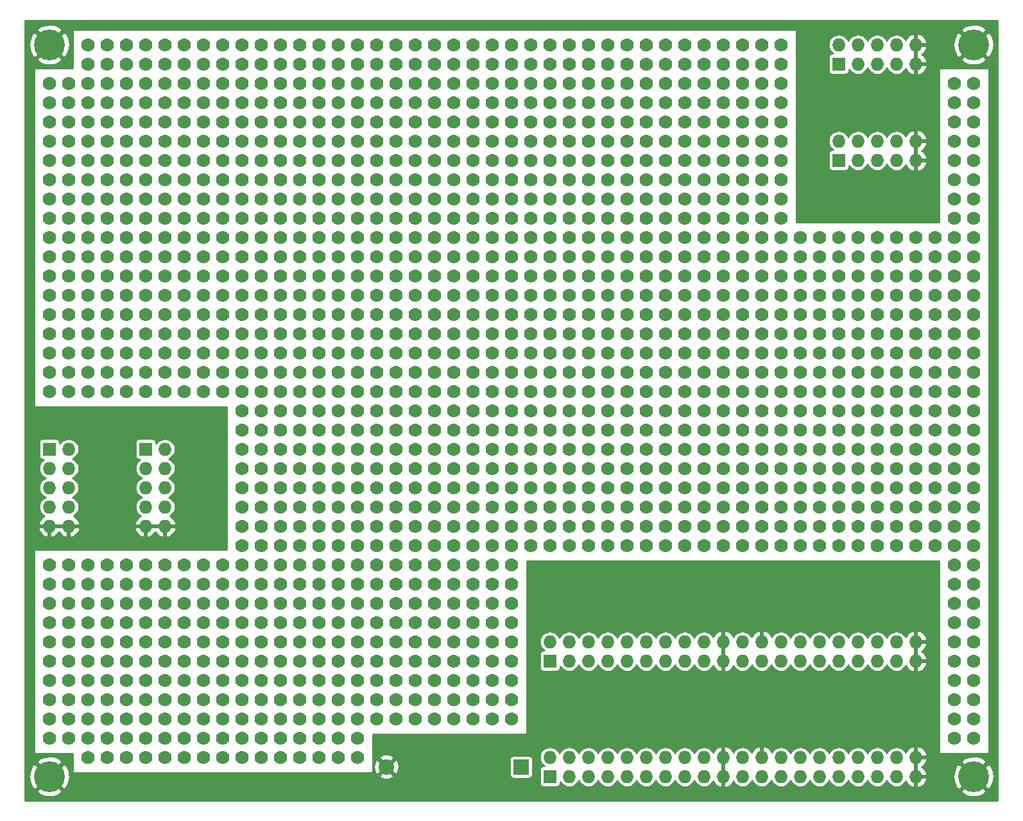
<source format=gbr>
G04 #@! TF.GenerationSoftware,KiCad,Pcbnew,(5.0.1-3-g963ef8bb5)*
G04 #@! TF.CreationDate,2023-12-14T13:52:51-05:00*
G04 #@! TF.ProjectId,gw-r65x1qsbc-proto1,67772D7236357831717362632D70726F,rev?*
G04 #@! TF.SameCoordinates,Original*
G04 #@! TF.FileFunction,Copper,L2,Bot,Signal*
G04 #@! TF.FilePolarity,Positive*
%FSLAX46Y46*%
G04 Gerber Fmt 4.6, Leading zero omitted, Abs format (unit mm)*
G04 Created by KiCad (PCBNEW (5.0.1-3-g963ef8bb5)) date Thursday, December 14, 2023 at 01:52:51 PM*
%MOMM*%
%LPD*%
G01*
G04 APERTURE LIST*
G04 #@! TA.AperFunction,ComponentPad*
%ADD10C,1.778000*%
G04 #@! TD*
G04 #@! TA.AperFunction,ComponentPad*
%ADD11O,1.727200X1.727200*%
G04 #@! TD*
G04 #@! TA.AperFunction,ComponentPad*
%ADD12R,1.727200X1.727200*%
G04 #@! TD*
G04 #@! TA.AperFunction,ComponentPad*
%ADD13C,2.032000*%
G04 #@! TD*
G04 #@! TA.AperFunction,ComponentPad*
%ADD14R,2.032000X2.032000*%
G04 #@! TD*
G04 #@! TA.AperFunction,ComponentPad*
%ADD15C,4.064000*%
G04 #@! TD*
G04 #@! TA.AperFunction,Conductor*
%ADD16C,0.254000*%
G04 #@! TD*
G04 APERTURE END LIST*
D10*
G04 #@! TO.P,REF\002A\002A,1*
G04 #@! TO.N,N/C*
X78740000Y-55880000D03*
G04 #@! TD*
G04 #@! TO.P,REF\002A\002A,1*
G04 #@! TO.N,N/C*
X78740000Y-58420000D03*
G04 #@! TD*
G04 #@! TO.P,REF\002A\002A,1*
G04 #@! TO.N,N/C*
X193040000Y-60960000D03*
G04 #@! TD*
G04 #@! TO.P,REF\002A\002A,1*
G04 #@! TO.N,N/C*
X195580000Y-60960000D03*
G04 #@! TD*
G04 #@! TO.P,REF\002A\002A,1*
G04 #@! TO.N,N/C*
X193040000Y-63500000D03*
G04 #@! TD*
G04 #@! TO.P,REF\002A\002A,1*
G04 #@! TO.N,N/C*
X195580000Y-63500000D03*
G04 #@! TD*
G04 #@! TO.P,REF\002A\002A,1*
G04 #@! TO.N,N/C*
X193040000Y-66040000D03*
G04 #@! TD*
G04 #@! TO.P,REF\002A\002A,1*
G04 #@! TO.N,N/C*
X193040000Y-76200000D03*
G04 #@! TD*
G04 #@! TO.P,REF\002A\002A,1*
G04 #@! TO.N,N/C*
X195580000Y-78740000D03*
G04 #@! TD*
G04 #@! TO.P,REF\002A\002A,1*
G04 #@! TO.N,N/C*
X195580000Y-66040000D03*
G04 #@! TD*
G04 #@! TO.P,REF\002A\002A,1*
G04 #@! TO.N,N/C*
X193040000Y-78740000D03*
G04 #@! TD*
G04 #@! TO.P,REF\002A\002A,1*
G04 #@! TO.N,N/C*
X195580000Y-71120000D03*
G04 #@! TD*
G04 #@! TO.P,REF\002A\002A,1*
G04 #@! TO.N,N/C*
X193040000Y-68580000D03*
G04 #@! TD*
G04 #@! TO.P,REF\002A\002A,1*
G04 #@! TO.N,N/C*
X195580000Y-68580000D03*
G04 #@! TD*
G04 #@! TO.P,REF\002A\002A,1*
G04 #@! TO.N,N/C*
X193040000Y-71120000D03*
G04 #@! TD*
G04 #@! TO.P,REF\002A\002A,1*
G04 #@! TO.N,N/C*
X195580000Y-76200000D03*
G04 #@! TD*
G04 #@! TO.P,REF\002A\002A,1*
G04 #@! TO.N,N/C*
X193040000Y-73660000D03*
G04 #@! TD*
G04 #@! TO.P,REF\002A\002A,1*
G04 #@! TO.N,N/C*
X195580000Y-73660000D03*
G04 #@! TD*
G04 #@! TO.P,REF\002A\002A,1*
G04 #@! TO.N,N/C*
X78740000Y-149860000D03*
G04 #@! TD*
G04 #@! TO.P,REF\002A\002A,1*
G04 #@! TO.N,N/C*
X109220000Y-149860000D03*
G04 #@! TD*
G04 #@! TO.P,REF\002A\002A,1*
G04 #@! TO.N,N/C*
X106680000Y-149860000D03*
G04 #@! TD*
G04 #@! TO.P,REF\002A\002A,1*
G04 #@! TO.N,N/C*
X104140000Y-149860000D03*
G04 #@! TD*
G04 #@! TO.P,REF\002A\002A,1*
G04 #@! TO.N,N/C*
X114300000Y-149860000D03*
G04 #@! TD*
G04 #@! TO.P,REF\002A\002A,1*
G04 #@! TO.N,N/C*
X101600000Y-149860000D03*
G04 #@! TD*
G04 #@! TO.P,REF\002A\002A,1*
G04 #@! TO.N,N/C*
X111760000Y-149860000D03*
G04 #@! TD*
G04 #@! TO.P,REF\002A\002A,1*
G04 #@! TO.N,N/C*
X99060000Y-149860000D03*
G04 #@! TD*
G04 #@! TO.P,REF\002A\002A,1*
G04 #@! TO.N,N/C*
X91440000Y-149860000D03*
G04 #@! TD*
G04 #@! TO.P,REF\002A\002A,1*
G04 #@! TO.N,N/C*
X88900000Y-149860000D03*
G04 #@! TD*
G04 #@! TO.P,REF\002A\002A,1*
G04 #@! TO.N,N/C*
X86360000Y-149860000D03*
G04 #@! TD*
G04 #@! TO.P,REF\002A\002A,1*
G04 #@! TO.N,N/C*
X96520000Y-149860000D03*
G04 #@! TD*
G04 #@! TO.P,REF\002A\002A,1*
G04 #@! TO.N,N/C*
X83820000Y-149860000D03*
G04 #@! TD*
G04 #@! TO.P,REF\002A\002A,1*
G04 #@! TO.N,N/C*
X93980000Y-149860000D03*
G04 #@! TD*
G04 #@! TO.P,REF\002A\002A,1*
G04 #@! TO.N,N/C*
X81280000Y-149860000D03*
G04 #@! TD*
G04 #@! TO.P,REF\002A\002A,1*
G04 #@! TO.N,N/C*
X78740000Y-147320000D03*
G04 #@! TD*
G04 #@! TO.P,REF\002A\002A,1*
G04 #@! TO.N,N/C*
X76200000Y-147320000D03*
G04 #@! TD*
G04 #@! TO.P,REF\002A\002A,1*
G04 #@! TO.N,N/C*
X73660000Y-147320000D03*
G04 #@! TD*
G04 #@! TO.P,REF\002A\002A,1*
G04 #@! TO.N,N/C*
X109220000Y-147320000D03*
G04 #@! TD*
G04 #@! TO.P,REF\002A\002A,1*
G04 #@! TO.N,N/C*
X106680000Y-147320000D03*
G04 #@! TD*
G04 #@! TO.P,REF\002A\002A,1*
G04 #@! TO.N,N/C*
X104140000Y-147320000D03*
G04 #@! TD*
G04 #@! TO.P,REF\002A\002A,1*
G04 #@! TO.N,N/C*
X114300000Y-147320000D03*
G04 #@! TD*
G04 #@! TO.P,REF\002A\002A,1*
G04 #@! TO.N,N/C*
X101600000Y-147320000D03*
G04 #@! TD*
G04 #@! TO.P,REF\002A\002A,1*
G04 #@! TO.N,N/C*
X111760000Y-147320000D03*
G04 #@! TD*
G04 #@! TO.P,REF\002A\002A,1*
G04 #@! TO.N,N/C*
X99060000Y-147320000D03*
G04 #@! TD*
G04 #@! TO.P,REF\002A\002A,1*
G04 #@! TO.N,N/C*
X91440000Y-147320000D03*
G04 #@! TD*
G04 #@! TO.P,REF\002A\002A,1*
G04 #@! TO.N,N/C*
X88900000Y-147320000D03*
G04 #@! TD*
G04 #@! TO.P,REF\002A\002A,1*
G04 #@! TO.N,N/C*
X86360000Y-147320000D03*
G04 #@! TD*
G04 #@! TO.P,REF\002A\002A,1*
G04 #@! TO.N,N/C*
X96520000Y-147320000D03*
G04 #@! TD*
G04 #@! TO.P,REF\002A\002A,1*
G04 #@! TO.N,N/C*
X83820000Y-147320000D03*
G04 #@! TD*
G04 #@! TO.P,REF\002A\002A,1*
G04 #@! TO.N,N/C*
X93980000Y-147320000D03*
G04 #@! TD*
G04 #@! TO.P,REF\002A\002A,1*
G04 #@! TO.N,N/C*
X81280000Y-147320000D03*
G04 #@! TD*
G04 #@! TO.P,REF\002A\002A,1*
G04 #@! TO.N,N/C*
X195580000Y-147320000D03*
G04 #@! TD*
G04 #@! TO.P,REF\002A\002A,1*
G04 #@! TO.N,N/C*
X195580000Y-139700000D03*
G04 #@! TD*
G04 #@! TO.P,REF\002A\002A,1*
G04 #@! TO.N,N/C*
X195580000Y-142240000D03*
G04 #@! TD*
G04 #@! TO.P,REF\002A\002A,1*
G04 #@! TO.N,N/C*
X195580000Y-144780000D03*
G04 #@! TD*
G04 #@! TO.P,REF\002A\002A,1*
G04 #@! TO.N,N/C*
X193040000Y-142240000D03*
G04 #@! TD*
G04 #@! TO.P,REF\002A\002A,1*
G04 #@! TO.N,N/C*
X193040000Y-144780000D03*
G04 #@! TD*
G04 #@! TO.P,REF\002A\002A,1*
G04 #@! TO.N,N/C*
X193040000Y-139700000D03*
G04 #@! TD*
G04 #@! TO.P,REF\002A\002A,1*
G04 #@! TO.N,N/C*
X193040000Y-147320000D03*
G04 #@! TD*
G04 #@! TO.P,REF\002A\002A,1*
G04 #@! TO.N,N/C*
X73660000Y-127000000D03*
G04 #@! TD*
G04 #@! TO.P,REF\002A\002A,1*
G04 #@! TO.N,N/C*
X73660000Y-124460000D03*
G04 #@! TD*
G04 #@! TO.P,REF\002A\002A,1*
G04 #@! TO.N,N/C*
X73660000Y-129540000D03*
G04 #@! TD*
G04 #@! TO.P,REF\002A\002A,1*
G04 #@! TO.N,N/C*
X73660000Y-142240000D03*
G04 #@! TD*
G04 #@! TO.P,REF\002A\002A,1*
G04 #@! TO.N,N/C*
X73660000Y-139700000D03*
G04 #@! TD*
G04 #@! TO.P,REF\002A\002A,1*
G04 #@! TO.N,N/C*
X73660000Y-144780000D03*
G04 #@! TD*
G04 #@! TO.P,REF\002A\002A,1*
G04 #@! TO.N,N/C*
X73660000Y-134620000D03*
G04 #@! TD*
G04 #@! TO.P,REF\002A\002A,1*
G04 #@! TO.N,N/C*
X73660000Y-132080000D03*
G04 #@! TD*
G04 #@! TO.P,REF\002A\002A,1*
G04 #@! TO.N,N/C*
X73660000Y-137160000D03*
G04 #@! TD*
G04 #@! TO.P,REF\002A\002A,1*
G04 #@! TO.N,N/C*
X78740000Y-127000000D03*
G04 #@! TD*
G04 #@! TO.P,REF\002A\002A,1*
G04 #@! TO.N,N/C*
X78740000Y-124460000D03*
G04 #@! TD*
G04 #@! TO.P,REF\002A\002A,1*
G04 #@! TO.N,N/C*
X78740000Y-129540000D03*
G04 #@! TD*
G04 #@! TO.P,REF\002A\002A,1*
G04 #@! TO.N,N/C*
X76200000Y-127000000D03*
G04 #@! TD*
G04 #@! TO.P,REF\002A\002A,1*
G04 #@! TO.N,N/C*
X76200000Y-124460000D03*
G04 #@! TD*
G04 #@! TO.P,REF\002A\002A,1*
G04 #@! TO.N,N/C*
X76200000Y-129540000D03*
G04 #@! TD*
G04 #@! TO.P,REF\002A\002A,1*
G04 #@! TO.N,N/C*
X78740000Y-142240000D03*
G04 #@! TD*
G04 #@! TO.P,REF\002A\002A,1*
G04 #@! TO.N,N/C*
X78740000Y-139700000D03*
G04 #@! TD*
G04 #@! TO.P,REF\002A\002A,1*
G04 #@! TO.N,N/C*
X78740000Y-144780000D03*
G04 #@! TD*
G04 #@! TO.P,REF\002A\002A,1*
G04 #@! TO.N,N/C*
X76200000Y-142240000D03*
G04 #@! TD*
G04 #@! TO.P,REF\002A\002A,1*
G04 #@! TO.N,N/C*
X76200000Y-139700000D03*
G04 #@! TD*
G04 #@! TO.P,REF\002A\002A,1*
G04 #@! TO.N,N/C*
X76200000Y-144780000D03*
G04 #@! TD*
G04 #@! TO.P,REF\002A\002A,1*
G04 #@! TO.N,N/C*
X78740000Y-134620000D03*
G04 #@! TD*
G04 #@! TO.P,REF\002A\002A,1*
G04 #@! TO.N,N/C*
X78740000Y-132080000D03*
G04 #@! TD*
G04 #@! TO.P,REF\002A\002A,1*
G04 #@! TO.N,N/C*
X78740000Y-137160000D03*
G04 #@! TD*
G04 #@! TO.P,REF\002A\002A,1*
G04 #@! TO.N,N/C*
X76200000Y-134620000D03*
G04 #@! TD*
G04 #@! TO.P,REF\002A\002A,1*
G04 #@! TO.N,N/C*
X76200000Y-132080000D03*
G04 #@! TD*
G04 #@! TO.P,REF\002A\002A,1*
G04 #@! TO.N,N/C*
X76200000Y-137160000D03*
G04 #@! TD*
G04 #@! TO.P,REF\002A\002A,1*
G04 #@! TO.N,N/C*
X91440000Y-129540000D03*
G04 #@! TD*
G04 #@! TO.P,REF\002A\002A,1*
G04 #@! TO.N,N/C*
X88900000Y-127000000D03*
G04 #@! TD*
G04 #@! TO.P,REF\002A\002A,1*
G04 #@! TO.N,N/C*
X91440000Y-127000000D03*
G04 #@! TD*
G04 #@! TO.P,REF\002A\002A,1*
G04 #@! TO.N,N/C*
X88900000Y-129540000D03*
G04 #@! TD*
G04 #@! TO.P,REF\002A\002A,1*
G04 #@! TO.N,N/C*
X86360000Y-129540000D03*
G04 #@! TD*
G04 #@! TO.P,REF\002A\002A,1*
G04 #@! TO.N,N/C*
X91440000Y-124460000D03*
G04 #@! TD*
G04 #@! TO.P,REF\002A\002A,1*
G04 #@! TO.N,N/C*
X83820000Y-127000000D03*
G04 #@! TD*
G04 #@! TO.P,REF\002A\002A,1*
G04 #@! TO.N,N/C*
X96520000Y-129540000D03*
G04 #@! TD*
G04 #@! TO.P,REF\002A\002A,1*
G04 #@! TO.N,N/C*
X96520000Y-127000000D03*
G04 #@! TD*
G04 #@! TO.P,REF\002A\002A,1*
G04 #@! TO.N,N/C*
X88900000Y-124460000D03*
G04 #@! TD*
G04 #@! TO.P,REF\002A\002A,1*
G04 #@! TO.N,N/C*
X83820000Y-124460000D03*
G04 #@! TD*
G04 #@! TO.P,REF\002A\002A,1*
G04 #@! TO.N,N/C*
X86360000Y-127000000D03*
G04 #@! TD*
G04 #@! TO.P,REF\002A\002A,1*
G04 #@! TO.N,N/C*
X83820000Y-129540000D03*
G04 #@! TD*
G04 #@! TO.P,REF\002A\002A,1*
G04 #@! TO.N,N/C*
X93980000Y-129540000D03*
G04 #@! TD*
G04 #@! TO.P,REF\002A\002A,1*
G04 #@! TO.N,N/C*
X93980000Y-124460000D03*
G04 #@! TD*
G04 #@! TO.P,REF\002A\002A,1*
G04 #@! TO.N,N/C*
X81280000Y-127000000D03*
G04 #@! TD*
G04 #@! TO.P,REF\002A\002A,1*
G04 #@! TO.N,N/C*
X81280000Y-124460000D03*
G04 #@! TD*
G04 #@! TO.P,REF\002A\002A,1*
G04 #@! TO.N,N/C*
X81280000Y-129540000D03*
G04 #@! TD*
G04 #@! TO.P,REF\002A\002A,1*
G04 #@! TO.N,N/C*
X93980000Y-127000000D03*
G04 #@! TD*
G04 #@! TO.P,REF\002A\002A,1*
G04 #@! TO.N,N/C*
X96520000Y-124460000D03*
G04 #@! TD*
G04 #@! TO.P,REF\002A\002A,1*
G04 #@! TO.N,N/C*
X86360000Y-124460000D03*
G04 #@! TD*
G04 #@! TO.P,REF\002A\002A,1*
G04 #@! TO.N,N/C*
X91440000Y-144780000D03*
G04 #@! TD*
G04 #@! TO.P,REF\002A\002A,1*
G04 #@! TO.N,N/C*
X88900000Y-142240000D03*
G04 #@! TD*
G04 #@! TO.P,REF\002A\002A,1*
G04 #@! TO.N,N/C*
X91440000Y-142240000D03*
G04 #@! TD*
G04 #@! TO.P,REF\002A\002A,1*
G04 #@! TO.N,N/C*
X88900000Y-144780000D03*
G04 #@! TD*
G04 #@! TO.P,REF\002A\002A,1*
G04 #@! TO.N,N/C*
X86360000Y-144780000D03*
G04 #@! TD*
G04 #@! TO.P,REF\002A\002A,1*
G04 #@! TO.N,N/C*
X91440000Y-139700000D03*
G04 #@! TD*
G04 #@! TO.P,REF\002A\002A,1*
G04 #@! TO.N,N/C*
X83820000Y-142240000D03*
G04 #@! TD*
G04 #@! TO.P,REF\002A\002A,1*
G04 #@! TO.N,N/C*
X96520000Y-144780000D03*
G04 #@! TD*
G04 #@! TO.P,REF\002A\002A,1*
G04 #@! TO.N,N/C*
X96520000Y-142240000D03*
G04 #@! TD*
G04 #@! TO.P,REF\002A\002A,1*
G04 #@! TO.N,N/C*
X88900000Y-139700000D03*
G04 #@! TD*
G04 #@! TO.P,REF\002A\002A,1*
G04 #@! TO.N,N/C*
X83820000Y-139700000D03*
G04 #@! TD*
G04 #@! TO.P,REF\002A\002A,1*
G04 #@! TO.N,N/C*
X86360000Y-142240000D03*
G04 #@! TD*
G04 #@! TO.P,REF\002A\002A,1*
G04 #@! TO.N,N/C*
X83820000Y-144780000D03*
G04 #@! TD*
G04 #@! TO.P,REF\002A\002A,1*
G04 #@! TO.N,N/C*
X93980000Y-144780000D03*
G04 #@! TD*
G04 #@! TO.P,REF\002A\002A,1*
G04 #@! TO.N,N/C*
X93980000Y-139700000D03*
G04 #@! TD*
G04 #@! TO.P,REF\002A\002A,1*
G04 #@! TO.N,N/C*
X81280000Y-142240000D03*
G04 #@! TD*
G04 #@! TO.P,REF\002A\002A,1*
G04 #@! TO.N,N/C*
X81280000Y-139700000D03*
G04 #@! TD*
G04 #@! TO.P,REF\002A\002A,1*
G04 #@! TO.N,N/C*
X81280000Y-144780000D03*
G04 #@! TD*
G04 #@! TO.P,REF\002A\002A,1*
G04 #@! TO.N,N/C*
X93980000Y-142240000D03*
G04 #@! TD*
G04 #@! TO.P,REF\002A\002A,1*
G04 #@! TO.N,N/C*
X96520000Y-139700000D03*
G04 #@! TD*
G04 #@! TO.P,REF\002A\002A,1*
G04 #@! TO.N,N/C*
X86360000Y-139700000D03*
G04 #@! TD*
G04 #@! TO.P,REF\002A\002A,1*
G04 #@! TO.N,N/C*
X91440000Y-137160000D03*
G04 #@! TD*
G04 #@! TO.P,REF\002A\002A,1*
G04 #@! TO.N,N/C*
X88900000Y-134620000D03*
G04 #@! TD*
G04 #@! TO.P,REF\002A\002A,1*
G04 #@! TO.N,N/C*
X91440000Y-134620000D03*
G04 #@! TD*
G04 #@! TO.P,REF\002A\002A,1*
G04 #@! TO.N,N/C*
X88900000Y-137160000D03*
G04 #@! TD*
G04 #@! TO.P,REF\002A\002A,1*
G04 #@! TO.N,N/C*
X86360000Y-137160000D03*
G04 #@! TD*
G04 #@! TO.P,REF\002A\002A,1*
G04 #@! TO.N,N/C*
X91440000Y-132080000D03*
G04 #@! TD*
G04 #@! TO.P,REF\002A\002A,1*
G04 #@! TO.N,N/C*
X83820000Y-134620000D03*
G04 #@! TD*
G04 #@! TO.P,REF\002A\002A,1*
G04 #@! TO.N,N/C*
X96520000Y-137160000D03*
G04 #@! TD*
G04 #@! TO.P,REF\002A\002A,1*
G04 #@! TO.N,N/C*
X96520000Y-134620000D03*
G04 #@! TD*
G04 #@! TO.P,REF\002A\002A,1*
G04 #@! TO.N,N/C*
X88900000Y-132080000D03*
G04 #@! TD*
G04 #@! TO.P,REF\002A\002A,1*
G04 #@! TO.N,N/C*
X83820000Y-132080000D03*
G04 #@! TD*
G04 #@! TO.P,REF\002A\002A,1*
G04 #@! TO.N,N/C*
X86360000Y-134620000D03*
G04 #@! TD*
G04 #@! TO.P,REF\002A\002A,1*
G04 #@! TO.N,N/C*
X83820000Y-137160000D03*
G04 #@! TD*
G04 #@! TO.P,REF\002A\002A,1*
G04 #@! TO.N,N/C*
X93980000Y-137160000D03*
G04 #@! TD*
G04 #@! TO.P,REF\002A\002A,1*
G04 #@! TO.N,N/C*
X93980000Y-132080000D03*
G04 #@! TD*
G04 #@! TO.P,REF\002A\002A,1*
G04 #@! TO.N,N/C*
X81280000Y-134620000D03*
G04 #@! TD*
G04 #@! TO.P,REF\002A\002A,1*
G04 #@! TO.N,N/C*
X81280000Y-132080000D03*
G04 #@! TD*
G04 #@! TO.P,REF\002A\002A,1*
G04 #@! TO.N,N/C*
X81280000Y-137160000D03*
G04 #@! TD*
G04 #@! TO.P,REF\002A\002A,1*
G04 #@! TO.N,N/C*
X93980000Y-134620000D03*
G04 #@! TD*
G04 #@! TO.P,REF\002A\002A,1*
G04 #@! TO.N,N/C*
X96520000Y-132080000D03*
G04 #@! TD*
G04 #@! TO.P,REF\002A\002A,1*
G04 #@! TO.N,N/C*
X86360000Y-132080000D03*
G04 #@! TD*
G04 #@! TO.P,REF\002A\002A,1*
G04 #@! TO.N,N/C*
X116840000Y-139700000D03*
G04 #@! TD*
G04 #@! TO.P,REF\002A\002A,1*
G04 #@! TO.N,N/C*
X119380000Y-142240000D03*
G04 #@! TD*
G04 #@! TO.P,REF\002A\002A,1*
G04 #@! TO.N,N/C*
X116840000Y-144780000D03*
G04 #@! TD*
G04 #@! TO.P,REF\002A\002A,1*
G04 #@! TO.N,N/C*
X127000000Y-144780000D03*
G04 #@! TD*
G04 #@! TO.P,REF\002A\002A,1*
G04 #@! TO.N,N/C*
X132080000Y-139700000D03*
G04 #@! TD*
G04 #@! TO.P,REF\002A\002A,1*
G04 #@! TO.N,N/C*
X127000000Y-139700000D03*
G04 #@! TD*
G04 #@! TO.P,REF\002A\002A,1*
G04 #@! TO.N,N/C*
X129540000Y-142240000D03*
G04 #@! TD*
G04 #@! TO.P,REF\002A\002A,1*
G04 #@! TO.N,N/C*
X121920000Y-139700000D03*
G04 #@! TD*
G04 #@! TO.P,REF\002A\002A,1*
G04 #@! TO.N,N/C*
X127000000Y-142240000D03*
G04 #@! TD*
G04 #@! TO.P,REF\002A\002A,1*
G04 #@! TO.N,N/C*
X129540000Y-139700000D03*
G04 #@! TD*
G04 #@! TO.P,REF\002A\002A,1*
G04 #@! TO.N,N/C*
X119380000Y-139700000D03*
G04 #@! TD*
G04 #@! TO.P,REF\002A\002A,1*
G04 #@! TO.N,N/C*
X134620000Y-139700000D03*
G04 #@! TD*
G04 #@! TO.P,REF\002A\002A,1*
G04 #@! TO.N,N/C*
X134620000Y-144780000D03*
G04 #@! TD*
G04 #@! TO.P,REF\002A\002A,1*
G04 #@! TO.N,N/C*
X132080000Y-142240000D03*
G04 #@! TD*
G04 #@! TO.P,REF\002A\002A,1*
G04 #@! TO.N,N/C*
X134620000Y-142240000D03*
G04 #@! TD*
G04 #@! TO.P,REF\002A\002A,1*
G04 #@! TO.N,N/C*
X132080000Y-144780000D03*
G04 #@! TD*
G04 #@! TO.P,REF\002A\002A,1*
G04 #@! TO.N,N/C*
X124460000Y-139700000D03*
G04 #@! TD*
G04 #@! TO.P,REF\002A\002A,1*
G04 #@! TO.N,N/C*
X124460000Y-144780000D03*
G04 #@! TD*
G04 #@! TO.P,REF\002A\002A,1*
G04 #@! TO.N,N/C*
X121920000Y-142240000D03*
G04 #@! TD*
G04 #@! TO.P,REF\002A\002A,1*
G04 #@! TO.N,N/C*
X124460000Y-142240000D03*
G04 #@! TD*
G04 #@! TO.P,REF\002A\002A,1*
G04 #@! TO.N,N/C*
X121920000Y-144780000D03*
G04 #@! TD*
G04 #@! TO.P,REF\002A\002A,1*
G04 #@! TO.N,N/C*
X119380000Y-144780000D03*
G04 #@! TD*
G04 #@! TO.P,REF\002A\002A,1*
G04 #@! TO.N,N/C*
X116840000Y-142240000D03*
G04 #@! TD*
G04 #@! TO.P,REF\002A\002A,1*
G04 #@! TO.N,N/C*
X109220000Y-144780000D03*
G04 #@! TD*
G04 #@! TO.P,REF\002A\002A,1*
G04 #@! TO.N,N/C*
X106680000Y-142240000D03*
G04 #@! TD*
G04 #@! TO.P,REF\002A\002A,1*
G04 #@! TO.N,N/C*
X109220000Y-142240000D03*
G04 #@! TD*
G04 #@! TO.P,REF\002A\002A,1*
G04 #@! TO.N,N/C*
X106680000Y-144780000D03*
G04 #@! TD*
G04 #@! TO.P,REF\002A\002A,1*
G04 #@! TO.N,N/C*
X104140000Y-144780000D03*
G04 #@! TD*
G04 #@! TO.P,REF\002A\002A,1*
G04 #@! TO.N,N/C*
X109220000Y-139700000D03*
G04 #@! TD*
G04 #@! TO.P,REF\002A\002A,1*
G04 #@! TO.N,N/C*
X101600000Y-142240000D03*
G04 #@! TD*
G04 #@! TO.P,REF\002A\002A,1*
G04 #@! TO.N,N/C*
X114300000Y-144780000D03*
G04 #@! TD*
G04 #@! TO.P,REF\002A\002A,1*
G04 #@! TO.N,N/C*
X114300000Y-142240000D03*
G04 #@! TD*
G04 #@! TO.P,REF\002A\002A,1*
G04 #@! TO.N,N/C*
X106680000Y-139700000D03*
G04 #@! TD*
G04 #@! TO.P,REF\002A\002A,1*
G04 #@! TO.N,N/C*
X101600000Y-139700000D03*
G04 #@! TD*
G04 #@! TO.P,REF\002A\002A,1*
G04 #@! TO.N,N/C*
X104140000Y-142240000D03*
G04 #@! TD*
G04 #@! TO.P,REF\002A\002A,1*
G04 #@! TO.N,N/C*
X101600000Y-144780000D03*
G04 #@! TD*
G04 #@! TO.P,REF\002A\002A,1*
G04 #@! TO.N,N/C*
X111760000Y-144780000D03*
G04 #@! TD*
G04 #@! TO.P,REF\002A\002A,1*
G04 #@! TO.N,N/C*
X111760000Y-139700000D03*
G04 #@! TD*
G04 #@! TO.P,REF\002A\002A,1*
G04 #@! TO.N,N/C*
X99060000Y-142240000D03*
G04 #@! TD*
G04 #@! TO.P,REF\002A\002A,1*
G04 #@! TO.N,N/C*
X99060000Y-139700000D03*
G04 #@! TD*
G04 #@! TO.P,REF\002A\002A,1*
G04 #@! TO.N,N/C*
X99060000Y-144780000D03*
G04 #@! TD*
G04 #@! TO.P,REF\002A\002A,1*
G04 #@! TO.N,N/C*
X129540000Y-144780000D03*
G04 #@! TD*
G04 #@! TO.P,REF\002A\002A,1*
G04 #@! TO.N,N/C*
X111760000Y-142240000D03*
G04 #@! TD*
G04 #@! TO.P,REF\002A\002A,1*
G04 #@! TO.N,N/C*
X114300000Y-139700000D03*
G04 #@! TD*
G04 #@! TO.P,REF\002A\002A,1*
G04 #@! TO.N,N/C*
X104140000Y-139700000D03*
G04 #@! TD*
G04 #@! TO.P,REF\002A\002A,1*
G04 #@! TO.N,N/C*
X116840000Y-132080000D03*
G04 #@! TD*
G04 #@! TO.P,REF\002A\002A,1*
G04 #@! TO.N,N/C*
X119380000Y-134620000D03*
G04 #@! TD*
G04 #@! TO.P,REF\002A\002A,1*
G04 #@! TO.N,N/C*
X116840000Y-137160000D03*
G04 #@! TD*
G04 #@! TO.P,REF\002A\002A,1*
G04 #@! TO.N,N/C*
X127000000Y-137160000D03*
G04 #@! TD*
G04 #@! TO.P,REF\002A\002A,1*
G04 #@! TO.N,N/C*
X132080000Y-132080000D03*
G04 #@! TD*
G04 #@! TO.P,REF\002A\002A,1*
G04 #@! TO.N,N/C*
X127000000Y-132080000D03*
G04 #@! TD*
G04 #@! TO.P,REF\002A\002A,1*
G04 #@! TO.N,N/C*
X129540000Y-134620000D03*
G04 #@! TD*
G04 #@! TO.P,REF\002A\002A,1*
G04 #@! TO.N,N/C*
X121920000Y-132080000D03*
G04 #@! TD*
G04 #@! TO.P,REF\002A\002A,1*
G04 #@! TO.N,N/C*
X127000000Y-134620000D03*
G04 #@! TD*
G04 #@! TO.P,REF\002A\002A,1*
G04 #@! TO.N,N/C*
X129540000Y-132080000D03*
G04 #@! TD*
G04 #@! TO.P,REF\002A\002A,1*
G04 #@! TO.N,N/C*
X119380000Y-132080000D03*
G04 #@! TD*
G04 #@! TO.P,REF\002A\002A,1*
G04 #@! TO.N,N/C*
X134620000Y-132080000D03*
G04 #@! TD*
G04 #@! TO.P,REF\002A\002A,1*
G04 #@! TO.N,N/C*
X134620000Y-137160000D03*
G04 #@! TD*
G04 #@! TO.P,REF\002A\002A,1*
G04 #@! TO.N,N/C*
X132080000Y-134620000D03*
G04 #@! TD*
G04 #@! TO.P,REF\002A\002A,1*
G04 #@! TO.N,N/C*
X134620000Y-134620000D03*
G04 #@! TD*
G04 #@! TO.P,REF\002A\002A,1*
G04 #@! TO.N,N/C*
X132080000Y-137160000D03*
G04 #@! TD*
G04 #@! TO.P,REF\002A\002A,1*
G04 #@! TO.N,N/C*
X124460000Y-132080000D03*
G04 #@! TD*
G04 #@! TO.P,REF\002A\002A,1*
G04 #@! TO.N,N/C*
X124460000Y-137160000D03*
G04 #@! TD*
G04 #@! TO.P,REF\002A\002A,1*
G04 #@! TO.N,N/C*
X121920000Y-134620000D03*
G04 #@! TD*
G04 #@! TO.P,REF\002A\002A,1*
G04 #@! TO.N,N/C*
X124460000Y-134620000D03*
G04 #@! TD*
G04 #@! TO.P,REF\002A\002A,1*
G04 #@! TO.N,N/C*
X121920000Y-137160000D03*
G04 #@! TD*
G04 #@! TO.P,REF\002A\002A,1*
G04 #@! TO.N,N/C*
X119380000Y-137160000D03*
G04 #@! TD*
G04 #@! TO.P,REF\002A\002A,1*
G04 #@! TO.N,N/C*
X116840000Y-134620000D03*
G04 #@! TD*
G04 #@! TO.P,REF\002A\002A,1*
G04 #@! TO.N,N/C*
X109220000Y-137160000D03*
G04 #@! TD*
G04 #@! TO.P,REF\002A\002A,1*
G04 #@! TO.N,N/C*
X106680000Y-134620000D03*
G04 #@! TD*
G04 #@! TO.P,REF\002A\002A,1*
G04 #@! TO.N,N/C*
X109220000Y-134620000D03*
G04 #@! TD*
G04 #@! TO.P,REF\002A\002A,1*
G04 #@! TO.N,N/C*
X106680000Y-137160000D03*
G04 #@! TD*
G04 #@! TO.P,REF\002A\002A,1*
G04 #@! TO.N,N/C*
X104140000Y-137160000D03*
G04 #@! TD*
G04 #@! TO.P,REF\002A\002A,1*
G04 #@! TO.N,N/C*
X109220000Y-132080000D03*
G04 #@! TD*
G04 #@! TO.P,REF\002A\002A,1*
G04 #@! TO.N,N/C*
X101600000Y-134620000D03*
G04 #@! TD*
G04 #@! TO.P,REF\002A\002A,1*
G04 #@! TO.N,N/C*
X114300000Y-137160000D03*
G04 #@! TD*
G04 #@! TO.P,REF\002A\002A,1*
G04 #@! TO.N,N/C*
X114300000Y-134620000D03*
G04 #@! TD*
G04 #@! TO.P,REF\002A\002A,1*
G04 #@! TO.N,N/C*
X106680000Y-132080000D03*
G04 #@! TD*
G04 #@! TO.P,REF\002A\002A,1*
G04 #@! TO.N,N/C*
X101600000Y-132080000D03*
G04 #@! TD*
G04 #@! TO.P,REF\002A\002A,1*
G04 #@! TO.N,N/C*
X104140000Y-134620000D03*
G04 #@! TD*
G04 #@! TO.P,REF\002A\002A,1*
G04 #@! TO.N,N/C*
X101600000Y-137160000D03*
G04 #@! TD*
G04 #@! TO.P,REF\002A\002A,1*
G04 #@! TO.N,N/C*
X111760000Y-137160000D03*
G04 #@! TD*
G04 #@! TO.P,REF\002A\002A,1*
G04 #@! TO.N,N/C*
X111760000Y-132080000D03*
G04 #@! TD*
G04 #@! TO.P,REF\002A\002A,1*
G04 #@! TO.N,N/C*
X99060000Y-134620000D03*
G04 #@! TD*
G04 #@! TO.P,REF\002A\002A,1*
G04 #@! TO.N,N/C*
X99060000Y-132080000D03*
G04 #@! TD*
G04 #@! TO.P,REF\002A\002A,1*
G04 #@! TO.N,N/C*
X99060000Y-137160000D03*
G04 #@! TD*
G04 #@! TO.P,REF\002A\002A,1*
G04 #@! TO.N,N/C*
X129540000Y-137160000D03*
G04 #@! TD*
G04 #@! TO.P,REF\002A\002A,1*
G04 #@! TO.N,N/C*
X111760000Y-134620000D03*
G04 #@! TD*
G04 #@! TO.P,REF\002A\002A,1*
G04 #@! TO.N,N/C*
X114300000Y-132080000D03*
G04 #@! TD*
G04 #@! TO.P,REF\002A\002A,1*
G04 #@! TO.N,N/C*
X104140000Y-132080000D03*
G04 #@! TD*
G04 #@! TO.P,REF\002A\002A,1*
G04 #@! TO.N,N/C*
X116840000Y-124460000D03*
G04 #@! TD*
G04 #@! TO.P,REF\002A\002A,1*
G04 #@! TO.N,N/C*
X119380000Y-127000000D03*
G04 #@! TD*
G04 #@! TO.P,REF\002A\002A,1*
G04 #@! TO.N,N/C*
X116840000Y-129540000D03*
G04 #@! TD*
G04 #@! TO.P,REF\002A\002A,1*
G04 #@! TO.N,N/C*
X127000000Y-129540000D03*
G04 #@! TD*
G04 #@! TO.P,REF\002A\002A,1*
G04 #@! TO.N,N/C*
X132080000Y-124460000D03*
G04 #@! TD*
G04 #@! TO.P,REF\002A\002A,1*
G04 #@! TO.N,N/C*
X127000000Y-124460000D03*
G04 #@! TD*
G04 #@! TO.P,REF\002A\002A,1*
G04 #@! TO.N,N/C*
X129540000Y-127000000D03*
G04 #@! TD*
G04 #@! TO.P,REF\002A\002A,1*
G04 #@! TO.N,N/C*
X121920000Y-124460000D03*
G04 #@! TD*
G04 #@! TO.P,REF\002A\002A,1*
G04 #@! TO.N,N/C*
X127000000Y-127000000D03*
G04 #@! TD*
G04 #@! TO.P,REF\002A\002A,1*
G04 #@! TO.N,N/C*
X129540000Y-124460000D03*
G04 #@! TD*
G04 #@! TO.P,REF\002A\002A,1*
G04 #@! TO.N,N/C*
X119380000Y-124460000D03*
G04 #@! TD*
G04 #@! TO.P,REF\002A\002A,1*
G04 #@! TO.N,N/C*
X134620000Y-124460000D03*
G04 #@! TD*
G04 #@! TO.P,REF\002A\002A,1*
G04 #@! TO.N,N/C*
X134620000Y-129540000D03*
G04 #@! TD*
G04 #@! TO.P,REF\002A\002A,1*
G04 #@! TO.N,N/C*
X132080000Y-127000000D03*
G04 #@! TD*
G04 #@! TO.P,REF\002A\002A,1*
G04 #@! TO.N,N/C*
X134620000Y-127000000D03*
G04 #@! TD*
G04 #@! TO.P,REF\002A\002A,1*
G04 #@! TO.N,N/C*
X132080000Y-129540000D03*
G04 #@! TD*
G04 #@! TO.P,REF\002A\002A,1*
G04 #@! TO.N,N/C*
X124460000Y-124460000D03*
G04 #@! TD*
G04 #@! TO.P,REF\002A\002A,1*
G04 #@! TO.N,N/C*
X124460000Y-129540000D03*
G04 #@! TD*
G04 #@! TO.P,REF\002A\002A,1*
G04 #@! TO.N,N/C*
X121920000Y-127000000D03*
G04 #@! TD*
G04 #@! TO.P,REF\002A\002A,1*
G04 #@! TO.N,N/C*
X124460000Y-127000000D03*
G04 #@! TD*
G04 #@! TO.P,REF\002A\002A,1*
G04 #@! TO.N,N/C*
X121920000Y-129540000D03*
G04 #@! TD*
G04 #@! TO.P,REF\002A\002A,1*
G04 #@! TO.N,N/C*
X119380000Y-129540000D03*
G04 #@! TD*
G04 #@! TO.P,REF\002A\002A,1*
G04 #@! TO.N,N/C*
X116840000Y-127000000D03*
G04 #@! TD*
G04 #@! TO.P,REF\002A\002A,1*
G04 #@! TO.N,N/C*
X109220000Y-129540000D03*
G04 #@! TD*
G04 #@! TO.P,REF\002A\002A,1*
G04 #@! TO.N,N/C*
X106680000Y-127000000D03*
G04 #@! TD*
G04 #@! TO.P,REF\002A\002A,1*
G04 #@! TO.N,N/C*
X109220000Y-127000000D03*
G04 #@! TD*
G04 #@! TO.P,REF\002A\002A,1*
G04 #@! TO.N,N/C*
X106680000Y-129540000D03*
G04 #@! TD*
G04 #@! TO.P,REF\002A\002A,1*
G04 #@! TO.N,N/C*
X104140000Y-129540000D03*
G04 #@! TD*
G04 #@! TO.P,REF\002A\002A,1*
G04 #@! TO.N,N/C*
X109220000Y-124460000D03*
G04 #@! TD*
G04 #@! TO.P,REF\002A\002A,1*
G04 #@! TO.N,N/C*
X101600000Y-127000000D03*
G04 #@! TD*
G04 #@! TO.P,REF\002A\002A,1*
G04 #@! TO.N,N/C*
X114300000Y-129540000D03*
G04 #@! TD*
G04 #@! TO.P,REF\002A\002A,1*
G04 #@! TO.N,N/C*
X114300000Y-127000000D03*
G04 #@! TD*
G04 #@! TO.P,REF\002A\002A,1*
G04 #@! TO.N,N/C*
X106680000Y-124460000D03*
G04 #@! TD*
G04 #@! TO.P,REF\002A\002A,1*
G04 #@! TO.N,N/C*
X101600000Y-124460000D03*
G04 #@! TD*
G04 #@! TO.P,REF\002A\002A,1*
G04 #@! TO.N,N/C*
X104140000Y-127000000D03*
G04 #@! TD*
G04 #@! TO.P,REF\002A\002A,1*
G04 #@! TO.N,N/C*
X101600000Y-129540000D03*
G04 #@! TD*
G04 #@! TO.P,REF\002A\002A,1*
G04 #@! TO.N,N/C*
X111760000Y-129540000D03*
G04 #@! TD*
G04 #@! TO.P,REF\002A\002A,1*
G04 #@! TO.N,N/C*
X111760000Y-124460000D03*
G04 #@! TD*
G04 #@! TO.P,REF\002A\002A,1*
G04 #@! TO.N,N/C*
X99060000Y-127000000D03*
G04 #@! TD*
G04 #@! TO.P,REF\002A\002A,1*
G04 #@! TO.N,N/C*
X99060000Y-124460000D03*
G04 #@! TD*
G04 #@! TO.P,REF\002A\002A,1*
G04 #@! TO.N,N/C*
X99060000Y-129540000D03*
G04 #@! TD*
G04 #@! TO.P,REF\002A\002A,1*
G04 #@! TO.N,N/C*
X129540000Y-129540000D03*
G04 #@! TD*
G04 #@! TO.P,REF\002A\002A,1*
G04 #@! TO.N,N/C*
X111760000Y-127000000D03*
G04 #@! TD*
G04 #@! TO.P,REF\002A\002A,1*
G04 #@! TO.N,N/C*
X114300000Y-124460000D03*
G04 #@! TD*
G04 #@! TO.P,REF\002A\002A,1*
G04 #@! TO.N,N/C*
X104140000Y-124460000D03*
G04 #@! TD*
G04 #@! TO.P,REF\002A\002A,1*
G04 #@! TO.N,N/C*
X76200000Y-63500000D03*
G04 #@! TD*
G04 #@! TO.P,REF\002A\002A,1*
G04 #@! TO.N,N/C*
X76200000Y-66040000D03*
G04 #@! TD*
G04 #@! TO.P,REF\002A\002A,1*
G04 #@! TO.N,N/C*
X76200000Y-60960000D03*
G04 #@! TD*
G04 #@! TO.P,REF\002A\002A,1*
G04 #@! TO.N,N/C*
X76200000Y-71120000D03*
G04 #@! TD*
G04 #@! TO.P,REF\002A\002A,1*
G04 #@! TO.N,N/C*
X78740000Y-66040000D03*
G04 #@! TD*
G04 #@! TO.P,REF\002A\002A,1*
G04 #@! TO.N,N/C*
X78740000Y-63500000D03*
G04 #@! TD*
G04 #@! TO.P,REF\002A\002A,1*
G04 #@! TO.N,N/C*
X78740000Y-68580000D03*
G04 #@! TD*
G04 #@! TO.P,REF\002A\002A,1*
G04 #@! TO.N,N/C*
X76200000Y-78740000D03*
G04 #@! TD*
G04 #@! TO.P,REF\002A\002A,1*
G04 #@! TO.N,N/C*
X78740000Y-78740000D03*
G04 #@! TD*
G04 #@! TO.P,REF\002A\002A,1*
G04 #@! TO.N,N/C*
X76200000Y-68580000D03*
G04 #@! TD*
G04 #@! TO.P,REF\002A\002A,1*
G04 #@! TO.N,N/C*
X78740000Y-71120000D03*
G04 #@! TD*
G04 #@! TO.P,REF\002A\002A,1*
G04 #@! TO.N,N/C*
X73660000Y-63500000D03*
G04 #@! TD*
G04 #@! TO.P,REF\002A\002A,1*
G04 #@! TO.N,N/C*
X73660000Y-66040000D03*
G04 #@! TD*
G04 #@! TO.P,REF\002A\002A,1*
G04 #@! TO.N,N/C*
X73660000Y-60960000D03*
G04 #@! TD*
G04 #@! TO.P,REF\002A\002A,1*
G04 #@! TO.N,N/C*
X73660000Y-71120000D03*
G04 #@! TD*
G04 #@! TO.P,REF\002A\002A,1*
G04 #@! TO.N,N/C*
X73660000Y-78740000D03*
G04 #@! TD*
G04 #@! TO.P,REF\002A\002A,1*
G04 #@! TO.N,N/C*
X73660000Y-68580000D03*
G04 #@! TD*
G04 #@! TO.P,REF\002A\002A,1*
G04 #@! TO.N,N/C*
X78740000Y-73660000D03*
G04 #@! TD*
G04 #@! TO.P,REF\002A\002A,1*
G04 #@! TO.N,N/C*
X73660000Y-73660000D03*
G04 #@! TD*
G04 #@! TO.P,REF\002A\002A,1*
G04 #@! TO.N,N/C*
X78740000Y-76200000D03*
G04 #@! TD*
G04 #@! TO.P,REF\002A\002A,1*
G04 #@! TO.N,N/C*
X76200000Y-76200000D03*
G04 #@! TD*
G04 #@! TO.P,REF\002A\002A,1*
G04 #@! TO.N,N/C*
X76200000Y-73660000D03*
G04 #@! TD*
G04 #@! TO.P,REF\002A\002A,1*
G04 #@! TO.N,N/C*
X78740000Y-60960000D03*
G04 #@! TD*
G04 #@! TO.P,REF\002A\002A,1*
G04 #@! TO.N,N/C*
X73660000Y-76200000D03*
G04 #@! TD*
G04 #@! TO.P,REF\002A\002A,1*
G04 #@! TO.N,N/C*
X76200000Y-88900000D03*
G04 #@! TD*
G04 #@! TO.P,REF\002A\002A,1*
G04 #@! TO.N,N/C*
X76200000Y-91440000D03*
G04 #@! TD*
G04 #@! TO.P,REF\002A\002A,1*
G04 #@! TO.N,N/C*
X76200000Y-86360000D03*
G04 #@! TD*
G04 #@! TO.P,REF\002A\002A,1*
G04 #@! TO.N,N/C*
X76200000Y-96520000D03*
G04 #@! TD*
G04 #@! TO.P,REF\002A\002A,1*
G04 #@! TO.N,N/C*
X78740000Y-91440000D03*
G04 #@! TD*
G04 #@! TO.P,REF\002A\002A,1*
G04 #@! TO.N,N/C*
X78740000Y-88900000D03*
G04 #@! TD*
G04 #@! TO.P,REF\002A\002A,1*
G04 #@! TO.N,N/C*
X78740000Y-93980000D03*
G04 #@! TD*
G04 #@! TO.P,REF\002A\002A,1*
G04 #@! TO.N,N/C*
X76200000Y-93980000D03*
G04 #@! TD*
G04 #@! TO.P,REF\002A\002A,1*
G04 #@! TO.N,N/C*
X78740000Y-96520000D03*
G04 #@! TD*
G04 #@! TO.P,REF\002A\002A,1*
G04 #@! TO.N,N/C*
X78740000Y-83820000D03*
G04 #@! TD*
G04 #@! TO.P,REF\002A\002A,1*
G04 #@! TO.N,N/C*
X73660000Y-88900000D03*
G04 #@! TD*
G04 #@! TO.P,REF\002A\002A,1*
G04 #@! TO.N,N/C*
X73660000Y-91440000D03*
G04 #@! TD*
G04 #@! TO.P,REF\002A\002A,1*
G04 #@! TO.N,N/C*
X73660000Y-86360000D03*
G04 #@! TD*
G04 #@! TO.P,REF\002A\002A,1*
G04 #@! TO.N,N/C*
X73660000Y-96520000D03*
G04 #@! TD*
G04 #@! TO.P,REF\002A\002A,1*
G04 #@! TO.N,N/C*
X73660000Y-93980000D03*
G04 #@! TD*
G04 #@! TO.P,REF\002A\002A,1*
G04 #@! TO.N,N/C*
X73660000Y-83820000D03*
G04 #@! TD*
G04 #@! TO.P,REF\002A\002A,1*
G04 #@! TO.N,N/C*
X73660000Y-101600000D03*
G04 #@! TD*
G04 #@! TO.P,REF\002A\002A,1*
G04 #@! TO.N,N/C*
X73660000Y-81280000D03*
G04 #@! TD*
G04 #@! TO.P,REF\002A\002A,1*
G04 #@! TO.N,N/C*
X73660000Y-99060000D03*
G04 #@! TD*
G04 #@! TO.P,REF\002A\002A,1*
G04 #@! TO.N,N/C*
X78740000Y-81280000D03*
G04 #@! TD*
G04 #@! TO.P,REF\002A\002A,1*
G04 #@! TO.N,N/C*
X76200000Y-83820000D03*
G04 #@! TD*
G04 #@! TO.P,REF\002A\002A,1*
G04 #@! TO.N,N/C*
X78740000Y-101600000D03*
G04 #@! TD*
G04 #@! TO.P,REF\002A\002A,1*
G04 #@! TO.N,N/C*
X76200000Y-101600000D03*
G04 #@! TD*
G04 #@! TO.P,REF\002A\002A,1*
G04 #@! TO.N,N/C*
X76200000Y-81280000D03*
G04 #@! TD*
G04 #@! TO.P,REF\002A\002A,1*
G04 #@! TO.N,N/C*
X76200000Y-99060000D03*
G04 #@! TD*
G04 #@! TO.P,REF\002A\002A,1*
G04 #@! TO.N,N/C*
X78740000Y-86360000D03*
G04 #@! TD*
G04 #@! TO.P,REF\002A\002A,1*
G04 #@! TO.N,N/C*
X78740000Y-99060000D03*
G04 #@! TD*
G04 #@! TO.P,REF\002A\002A,1*
G04 #@! TO.N,N/C*
X83820000Y-63500000D03*
G04 #@! TD*
G04 #@! TO.P,REF\002A\002A,1*
G04 #@! TO.N,N/C*
X83820000Y-66040000D03*
G04 #@! TD*
G04 #@! TO.P,REF\002A\002A,1*
G04 #@! TO.N,N/C*
X83820000Y-60960000D03*
G04 #@! TD*
G04 #@! TO.P,REF\002A\002A,1*
G04 #@! TO.N,N/C*
X83820000Y-71120000D03*
G04 #@! TD*
G04 #@! TO.P,REF\002A\002A,1*
G04 #@! TO.N,N/C*
X88900000Y-78740000D03*
G04 #@! TD*
G04 #@! TO.P,REF\002A\002A,1*
G04 #@! TO.N,N/C*
X86360000Y-66040000D03*
G04 #@! TD*
G04 #@! TO.P,REF\002A\002A,1*
G04 #@! TO.N,N/C*
X86360000Y-63500000D03*
G04 #@! TD*
G04 #@! TO.P,REF\002A\002A,1*
G04 #@! TO.N,N/C*
X91440000Y-71120000D03*
G04 #@! TD*
G04 #@! TO.P,REF\002A\002A,1*
G04 #@! TO.N,N/C*
X91440000Y-60960000D03*
G04 #@! TD*
G04 #@! TO.P,REF\002A\002A,1*
G04 #@! TO.N,N/C*
X91440000Y-55880000D03*
G04 #@! TD*
G04 #@! TO.P,REF\002A\002A,1*
G04 #@! TO.N,N/C*
X88900000Y-58420000D03*
G04 #@! TD*
G04 #@! TO.P,REF\002A\002A,1*
G04 #@! TO.N,N/C*
X86360000Y-68580000D03*
G04 #@! TD*
G04 #@! TO.P,REF\002A\002A,1*
G04 #@! TO.N,N/C*
X88900000Y-66040000D03*
G04 #@! TD*
G04 #@! TO.P,REF\002A\002A,1*
G04 #@! TO.N,N/C*
X96520000Y-73660000D03*
G04 #@! TD*
G04 #@! TO.P,REF\002A\002A,1*
G04 #@! TO.N,N/C*
X93980000Y-63500000D03*
G04 #@! TD*
G04 #@! TO.P,REF\002A\002A,1*
G04 #@! TO.N,N/C*
X96520000Y-68580000D03*
G04 #@! TD*
G04 #@! TO.P,REF\002A\002A,1*
G04 #@! TO.N,N/C*
X93980000Y-73660000D03*
G04 #@! TD*
G04 #@! TO.P,REF\002A\002A,1*
G04 #@! TO.N,N/C*
X96520000Y-58420000D03*
G04 #@! TD*
G04 #@! TO.P,REF\002A\002A,1*
G04 #@! TO.N,N/C*
X91440000Y-73660000D03*
G04 #@! TD*
G04 #@! TO.P,REF\002A\002A,1*
G04 #@! TO.N,N/C*
X83820000Y-78740000D03*
G04 #@! TD*
G04 #@! TO.P,REF\002A\002A,1*
G04 #@! TO.N,N/C*
X86360000Y-78740000D03*
G04 #@! TD*
G04 #@! TO.P,REF\002A\002A,1*
G04 #@! TO.N,N/C*
X83820000Y-68580000D03*
G04 #@! TD*
G04 #@! TO.P,REF\002A\002A,1*
G04 #@! TO.N,N/C*
X86360000Y-71120000D03*
G04 #@! TD*
G04 #@! TO.P,REF\002A\002A,1*
G04 #@! TO.N,N/C*
X96520000Y-71120000D03*
G04 #@! TD*
G04 #@! TO.P,REF\002A\002A,1*
G04 #@! TO.N,N/C*
X96520000Y-78740000D03*
G04 #@! TD*
G04 #@! TO.P,REF\002A\002A,1*
G04 #@! TO.N,N/C*
X88900000Y-63500000D03*
G04 #@! TD*
G04 #@! TO.P,REF\002A\002A,1*
G04 #@! TO.N,N/C*
X91440000Y-66040000D03*
G04 #@! TD*
G04 #@! TO.P,REF\002A\002A,1*
G04 #@! TO.N,N/C*
X93980000Y-78740000D03*
G04 #@! TD*
G04 #@! TO.P,REF\002A\002A,1*
G04 #@! TO.N,N/C*
X91440000Y-68580000D03*
G04 #@! TD*
G04 #@! TO.P,REF\002A\002A,1*
G04 #@! TO.N,N/C*
X93980000Y-76200000D03*
G04 #@! TD*
G04 #@! TO.P,REF\002A\002A,1*
G04 #@! TO.N,N/C*
X93980000Y-68580000D03*
G04 #@! TD*
G04 #@! TO.P,REF\002A\002A,1*
G04 #@! TO.N,N/C*
X86360000Y-58420000D03*
G04 #@! TD*
G04 #@! TO.P,REF\002A\002A,1*
G04 #@! TO.N,N/C*
X88900000Y-55880000D03*
G04 #@! TD*
G04 #@! TO.P,REF\002A\002A,1*
G04 #@! TO.N,N/C*
X93980000Y-60960000D03*
G04 #@! TD*
G04 #@! TO.P,REF\002A\002A,1*
G04 #@! TO.N,N/C*
X93980000Y-71120000D03*
G04 #@! TD*
G04 #@! TO.P,REF\002A\002A,1*
G04 #@! TO.N,N/C*
X93980000Y-66040000D03*
G04 #@! TD*
G04 #@! TO.P,REF\002A\002A,1*
G04 #@! TO.N,N/C*
X96520000Y-66040000D03*
G04 #@! TD*
G04 #@! TO.P,REF\002A\002A,1*
G04 #@! TO.N,N/C*
X96520000Y-63500000D03*
G04 #@! TD*
G04 #@! TO.P,REF\002A\002A,1*
G04 #@! TO.N,N/C*
X96520000Y-60960000D03*
G04 #@! TD*
G04 #@! TO.P,REF\002A\002A,1*
G04 #@! TO.N,N/C*
X81280000Y-63500000D03*
G04 #@! TD*
G04 #@! TO.P,REF\002A\002A,1*
G04 #@! TO.N,N/C*
X81280000Y-66040000D03*
G04 #@! TD*
G04 #@! TO.P,REF\002A\002A,1*
G04 #@! TO.N,N/C*
X81280000Y-60960000D03*
G04 #@! TD*
G04 #@! TO.P,REF\002A\002A,1*
G04 #@! TO.N,N/C*
X81280000Y-71120000D03*
G04 #@! TD*
G04 #@! TO.P,REF\002A\002A,1*
G04 #@! TO.N,N/C*
X81280000Y-78740000D03*
G04 #@! TD*
G04 #@! TO.P,REF\002A\002A,1*
G04 #@! TO.N,N/C*
X81280000Y-68580000D03*
G04 #@! TD*
G04 #@! TO.P,REF\002A\002A,1*
G04 #@! TO.N,N/C*
X86360000Y-73660000D03*
G04 #@! TD*
G04 #@! TO.P,REF\002A\002A,1*
G04 #@! TO.N,N/C*
X91440000Y-63500000D03*
G04 #@! TD*
G04 #@! TO.P,REF\002A\002A,1*
G04 #@! TO.N,N/C*
X88900000Y-60960000D03*
G04 #@! TD*
G04 #@! TO.P,REF\002A\002A,1*
G04 #@! TO.N,N/C*
X81280000Y-55880000D03*
G04 #@! TD*
G04 #@! TO.P,REF\002A\002A,1*
G04 #@! TO.N,N/C*
X81280000Y-73660000D03*
G04 #@! TD*
G04 #@! TO.P,REF\002A\002A,1*
G04 #@! TO.N,N/C*
X88900000Y-73660000D03*
G04 #@! TD*
G04 #@! TO.P,REF\002A\002A,1*
G04 #@! TO.N,N/C*
X86360000Y-55880000D03*
G04 #@! TD*
G04 #@! TO.P,REF\002A\002A,1*
G04 #@! TO.N,N/C*
X83820000Y-58420000D03*
G04 #@! TD*
G04 #@! TO.P,REF\002A\002A,1*
G04 #@! TO.N,N/C*
X86360000Y-76200000D03*
G04 #@! TD*
G04 #@! TO.P,REF\002A\002A,1*
G04 #@! TO.N,N/C*
X96520000Y-55880000D03*
G04 #@! TD*
G04 #@! TO.P,REF\002A\002A,1*
G04 #@! TO.N,N/C*
X83820000Y-76200000D03*
G04 #@! TD*
G04 #@! TO.P,REF\002A\002A,1*
G04 #@! TO.N,N/C*
X83820000Y-55880000D03*
G04 #@! TD*
G04 #@! TO.P,REF\002A\002A,1*
G04 #@! TO.N,N/C*
X96520000Y-76200000D03*
G04 #@! TD*
G04 #@! TO.P,REF\002A\002A,1*
G04 #@! TO.N,N/C*
X91440000Y-58420000D03*
G04 #@! TD*
G04 #@! TO.P,REF\002A\002A,1*
G04 #@! TO.N,N/C*
X91440000Y-76200000D03*
G04 #@! TD*
G04 #@! TO.P,REF\002A\002A,1*
G04 #@! TO.N,N/C*
X88900000Y-76200000D03*
G04 #@! TD*
G04 #@! TO.P,REF\002A\002A,1*
G04 #@! TO.N,N/C*
X88900000Y-68580000D03*
G04 #@! TD*
G04 #@! TO.P,REF\002A\002A,1*
G04 #@! TO.N,N/C*
X93980000Y-55880000D03*
G04 #@! TD*
G04 #@! TO.P,REF\002A\002A,1*
G04 #@! TO.N,N/C*
X93980000Y-58420000D03*
G04 #@! TD*
G04 #@! TO.P,REF\002A\002A,1*
G04 #@! TO.N,N/C*
X83820000Y-73660000D03*
G04 #@! TD*
G04 #@! TO.P,REF\002A\002A,1*
G04 #@! TO.N,N/C*
X86360000Y-60960000D03*
G04 #@! TD*
G04 #@! TO.P,REF\002A\002A,1*
G04 #@! TO.N,N/C*
X91440000Y-78740000D03*
G04 #@! TD*
G04 #@! TO.P,REF\002A\002A,1*
G04 #@! TO.N,N/C*
X88900000Y-71120000D03*
G04 #@! TD*
G04 #@! TO.P,REF\002A\002A,1*
G04 #@! TO.N,N/C*
X81280000Y-58420000D03*
G04 #@! TD*
G04 #@! TO.P,REF\002A\002A,1*
G04 #@! TO.N,N/C*
X81280000Y-76200000D03*
G04 #@! TD*
G04 #@! TO.P,REF\002A\002A,1*
G04 #@! TO.N,N/C*
X83820000Y-88900000D03*
G04 #@! TD*
G04 #@! TO.P,REF\002A\002A,1*
G04 #@! TO.N,N/C*
X83820000Y-91440000D03*
G04 #@! TD*
G04 #@! TO.P,REF\002A\002A,1*
G04 #@! TO.N,N/C*
X83820000Y-86360000D03*
G04 #@! TD*
G04 #@! TO.P,REF\002A\002A,1*
G04 #@! TO.N,N/C*
X83820000Y-96520000D03*
G04 #@! TD*
G04 #@! TO.P,REF\002A\002A,1*
G04 #@! TO.N,N/C*
X86360000Y-91440000D03*
G04 #@! TD*
G04 #@! TO.P,REF\002A\002A,1*
G04 #@! TO.N,N/C*
X86360000Y-88900000D03*
G04 #@! TD*
G04 #@! TO.P,REF\002A\002A,1*
G04 #@! TO.N,N/C*
X91440000Y-96520000D03*
G04 #@! TD*
G04 #@! TO.P,REF\002A\002A,1*
G04 #@! TO.N,N/C*
X91440000Y-86360000D03*
G04 #@! TD*
G04 #@! TO.P,REF\002A\002A,1*
G04 #@! TO.N,N/C*
X91440000Y-81280000D03*
G04 #@! TD*
G04 #@! TO.P,REF\002A\002A,1*
G04 #@! TO.N,N/C*
X88900000Y-83820000D03*
G04 #@! TD*
G04 #@! TO.P,REF\002A\002A,1*
G04 #@! TO.N,N/C*
X86360000Y-93980000D03*
G04 #@! TD*
G04 #@! TO.P,REF\002A\002A,1*
G04 #@! TO.N,N/C*
X88900000Y-91440000D03*
G04 #@! TD*
G04 #@! TO.P,REF\002A\002A,1*
G04 #@! TO.N,N/C*
X96520000Y-99060000D03*
G04 #@! TD*
G04 #@! TO.P,REF\002A\002A,1*
G04 #@! TO.N,N/C*
X93980000Y-88900000D03*
G04 #@! TD*
G04 #@! TO.P,REF\002A\002A,1*
G04 #@! TO.N,N/C*
X96520000Y-93980000D03*
G04 #@! TD*
G04 #@! TO.P,REF\002A\002A,1*
G04 #@! TO.N,N/C*
X93980000Y-99060000D03*
G04 #@! TD*
G04 #@! TO.P,REF\002A\002A,1*
G04 #@! TO.N,N/C*
X96520000Y-83820000D03*
G04 #@! TD*
G04 #@! TO.P,REF\002A\002A,1*
G04 #@! TO.N,N/C*
X91440000Y-99060000D03*
G04 #@! TD*
G04 #@! TO.P,REF\002A\002A,1*
G04 #@! TO.N,N/C*
X83820000Y-93980000D03*
G04 #@! TD*
G04 #@! TO.P,REF\002A\002A,1*
G04 #@! TO.N,N/C*
X86360000Y-96520000D03*
G04 #@! TD*
G04 #@! TO.P,REF\002A\002A,1*
G04 #@! TO.N,N/C*
X96520000Y-96520000D03*
G04 #@! TD*
G04 #@! TO.P,REF\002A\002A,1*
G04 #@! TO.N,N/C*
X88900000Y-88900000D03*
G04 #@! TD*
G04 #@! TO.P,REF\002A\002A,1*
G04 #@! TO.N,N/C*
X91440000Y-91440000D03*
G04 #@! TD*
G04 #@! TO.P,REF\002A\002A,1*
G04 #@! TO.N,N/C*
X91440000Y-93980000D03*
G04 #@! TD*
G04 #@! TO.P,REF\002A\002A,1*
G04 #@! TO.N,N/C*
X93980000Y-101600000D03*
G04 #@! TD*
G04 #@! TO.P,REF\002A\002A,1*
G04 #@! TO.N,N/C*
X93980000Y-93980000D03*
G04 #@! TD*
G04 #@! TO.P,REF\002A\002A,1*
G04 #@! TO.N,N/C*
X86360000Y-83820000D03*
G04 #@! TD*
G04 #@! TO.P,REF\002A\002A,1*
G04 #@! TO.N,N/C*
X88900000Y-81280000D03*
G04 #@! TD*
G04 #@! TO.P,REF\002A\002A,1*
G04 #@! TO.N,N/C*
X93980000Y-86360000D03*
G04 #@! TD*
G04 #@! TO.P,REF\002A\002A,1*
G04 #@! TO.N,N/C*
X93980000Y-96520000D03*
G04 #@! TD*
G04 #@! TO.P,REF\002A\002A,1*
G04 #@! TO.N,N/C*
X93980000Y-91440000D03*
G04 #@! TD*
G04 #@! TO.P,REF\002A\002A,1*
G04 #@! TO.N,N/C*
X96520000Y-91440000D03*
G04 #@! TD*
G04 #@! TO.P,REF\002A\002A,1*
G04 #@! TO.N,N/C*
X96520000Y-88900000D03*
G04 #@! TD*
G04 #@! TO.P,REF\002A\002A,1*
G04 #@! TO.N,N/C*
X96520000Y-86360000D03*
G04 #@! TD*
G04 #@! TO.P,REF\002A\002A,1*
G04 #@! TO.N,N/C*
X81280000Y-88900000D03*
G04 #@! TD*
G04 #@! TO.P,REF\002A\002A,1*
G04 #@! TO.N,N/C*
X81280000Y-91440000D03*
G04 #@! TD*
G04 #@! TO.P,REF\002A\002A,1*
G04 #@! TO.N,N/C*
X81280000Y-86360000D03*
G04 #@! TD*
G04 #@! TO.P,REF\002A\002A,1*
G04 #@! TO.N,N/C*
X81280000Y-96520000D03*
G04 #@! TD*
G04 #@! TO.P,REF\002A\002A,1*
G04 #@! TO.N,N/C*
X81280000Y-93980000D03*
G04 #@! TD*
G04 #@! TO.P,REF\002A\002A,1*
G04 #@! TO.N,N/C*
X81280000Y-83820000D03*
G04 #@! TD*
G04 #@! TO.P,REF\002A\002A,1*
G04 #@! TO.N,N/C*
X81280000Y-101600000D03*
G04 #@! TD*
G04 #@! TO.P,REF\002A\002A,1*
G04 #@! TO.N,N/C*
X81280000Y-81280000D03*
G04 #@! TD*
G04 #@! TO.P,REF\002A\002A,1*
G04 #@! TO.N,N/C*
X81280000Y-99060000D03*
G04 #@! TD*
G04 #@! TO.P,REF\002A\002A,1*
G04 #@! TO.N,N/C*
X88900000Y-99060000D03*
G04 #@! TD*
G04 #@! TO.P,REF\002A\002A,1*
G04 #@! TO.N,N/C*
X86360000Y-81280000D03*
G04 #@! TD*
G04 #@! TO.P,REF\002A\002A,1*
G04 #@! TO.N,N/C*
X83820000Y-83820000D03*
G04 #@! TD*
G04 #@! TO.P,REF\002A\002A,1*
G04 #@! TO.N,N/C*
X86360000Y-101600000D03*
G04 #@! TD*
G04 #@! TO.P,REF\002A\002A,1*
G04 #@! TO.N,N/C*
X96520000Y-81280000D03*
G04 #@! TD*
G04 #@! TO.P,REF\002A\002A,1*
G04 #@! TO.N,N/C*
X83820000Y-101600000D03*
G04 #@! TD*
G04 #@! TO.P,REF\002A\002A,1*
G04 #@! TO.N,N/C*
X83820000Y-81280000D03*
G04 #@! TD*
G04 #@! TO.P,REF\002A\002A,1*
G04 #@! TO.N,N/C*
X96520000Y-101600000D03*
G04 #@! TD*
G04 #@! TO.P,REF\002A\002A,1*
G04 #@! TO.N,N/C*
X91440000Y-83820000D03*
G04 #@! TD*
G04 #@! TO.P,REF\002A\002A,1*
G04 #@! TO.N,N/C*
X91440000Y-101600000D03*
G04 #@! TD*
G04 #@! TO.P,REF\002A\002A,1*
G04 #@! TO.N,N/C*
X88900000Y-101600000D03*
G04 #@! TD*
G04 #@! TO.P,REF\002A\002A,1*
G04 #@! TO.N,N/C*
X88900000Y-93980000D03*
G04 #@! TD*
G04 #@! TO.P,REF\002A\002A,1*
G04 #@! TO.N,N/C*
X93980000Y-81280000D03*
G04 #@! TD*
G04 #@! TO.P,REF\002A\002A,1*
G04 #@! TO.N,N/C*
X93980000Y-83820000D03*
G04 #@! TD*
G04 #@! TO.P,REF\002A\002A,1*
G04 #@! TO.N,N/C*
X83820000Y-99060000D03*
G04 #@! TD*
G04 #@! TO.P,REF\002A\002A,1*
G04 #@! TO.N,N/C*
X86360000Y-86360000D03*
G04 #@! TD*
G04 #@! TO.P,REF\002A\002A,1*
G04 #@! TO.N,N/C*
X88900000Y-96520000D03*
G04 #@! TD*
G04 #@! TO.P,REF\002A\002A,1*
G04 #@! TO.N,N/C*
X86360000Y-99060000D03*
G04 #@! TD*
G04 #@! TO.P,REF\002A\002A,1*
G04 #@! TO.N,N/C*
X91440000Y-88900000D03*
G04 #@! TD*
G04 #@! TO.P,REF\002A\002A,1*
G04 #@! TO.N,N/C*
X88900000Y-86360000D03*
G04 #@! TD*
G04 #@! TO.P,REF\002A\002A,1*
G04 #@! TO.N,N/C*
X116840000Y-68580000D03*
G04 #@! TD*
G04 #@! TO.P,REF\002A\002A,1*
G04 #@! TO.N,N/C*
X119380000Y-71120000D03*
G04 #@! TD*
G04 #@! TO.P,REF\002A\002A,1*
G04 #@! TO.N,N/C*
X134620000Y-66040000D03*
G04 #@! TD*
G04 #@! TO.P,REF\002A\002A,1*
G04 #@! TO.N,N/C*
X124460000Y-66040000D03*
G04 #@! TD*
G04 #@! TO.P,REF\002A\002A,1*
G04 #@! TO.N,N/C*
X127000000Y-78740000D03*
G04 #@! TD*
G04 #@! TO.P,REF\002A\002A,1*
G04 #@! TO.N,N/C*
X129540000Y-78740000D03*
G04 #@! TD*
G04 #@! TO.P,REF\002A\002A,1*
G04 #@! TO.N,N/C*
X121920000Y-63500000D03*
G04 #@! TD*
G04 #@! TO.P,REF\002A\002A,1*
G04 #@! TO.N,N/C*
X124460000Y-68580000D03*
G04 #@! TD*
G04 #@! TO.P,REF\002A\002A,1*
G04 #@! TO.N,N/C*
X121920000Y-66040000D03*
G04 #@! TD*
G04 #@! TO.P,REF\002A\002A,1*
G04 #@! TO.N,N/C*
X129540000Y-73660000D03*
G04 #@! TD*
G04 #@! TO.P,REF\002A\002A,1*
G04 #@! TO.N,N/C*
X134620000Y-63500000D03*
G04 #@! TD*
G04 #@! TO.P,REF\002A\002A,1*
G04 #@! TO.N,N/C*
X119380000Y-58420000D03*
G04 #@! TD*
G04 #@! TO.P,REF\002A\002A,1*
G04 #@! TO.N,N/C*
X149860000Y-55880000D03*
G04 #@! TD*
G04 #@! TO.P,REF\002A\002A,1*
G04 #@! TO.N,N/C*
X147320000Y-58420000D03*
G04 #@! TD*
G04 #@! TO.P,REF\002A\002A,1*
G04 #@! TO.N,N/C*
X149860000Y-76200000D03*
G04 #@! TD*
G04 #@! TO.P,REF\002A\002A,1*
G04 #@! TO.N,N/C*
X154940000Y-58420000D03*
G04 #@! TD*
G04 #@! TO.P,REF\002A\002A,1*
G04 #@! TO.N,N/C*
X152400000Y-55880000D03*
G04 #@! TD*
G04 #@! TO.P,REF\002A\002A,1*
G04 #@! TO.N,N/C*
X154940000Y-55880000D03*
G04 #@! TD*
G04 #@! TO.P,REF\002A\002A,1*
G04 #@! TO.N,N/C*
X152400000Y-58420000D03*
G04 #@! TD*
G04 #@! TO.P,REF\002A\002A,1*
G04 #@! TO.N,N/C*
X152400000Y-68580000D03*
G04 #@! TD*
G04 #@! TO.P,REF\002A\002A,1*
G04 #@! TO.N,N/C*
X154940000Y-71120000D03*
G04 #@! TD*
G04 #@! TO.P,REF\002A\002A,1*
G04 #@! TO.N,N/C*
X152400000Y-73660000D03*
G04 #@! TD*
G04 #@! TO.P,REF\002A\002A,1*
G04 #@! TO.N,N/C*
X154940000Y-76200000D03*
G04 #@! TD*
G04 #@! TO.P,REF\002A\002A,1*
G04 #@! TO.N,N/C*
X152400000Y-76200000D03*
G04 #@! TD*
G04 #@! TO.P,REF\002A\002A,1*
G04 #@! TO.N,N/C*
X154940000Y-73660000D03*
G04 #@! TD*
G04 #@! TO.P,REF\002A\002A,1*
G04 #@! TO.N,N/C*
X147320000Y-55880000D03*
G04 #@! TD*
G04 #@! TO.P,REF\002A\002A,1*
G04 #@! TO.N,N/C*
X137160000Y-78740000D03*
G04 #@! TD*
G04 #@! TO.P,REF\002A\002A,1*
G04 #@! TO.N,N/C*
X139700000Y-78740000D03*
G04 #@! TD*
G04 #@! TO.P,REF\002A\002A,1*
G04 #@! TO.N,N/C*
X132080000Y-63500000D03*
G04 #@! TD*
G04 #@! TO.P,REF\002A\002A,1*
G04 #@! TO.N,N/C*
X134620000Y-68580000D03*
G04 #@! TD*
G04 #@! TO.P,REF\002A\002A,1*
G04 #@! TO.N,N/C*
X132080000Y-66040000D03*
G04 #@! TD*
G04 #@! TO.P,REF\002A\002A,1*
G04 #@! TO.N,N/C*
X147320000Y-76200000D03*
G04 #@! TD*
G04 #@! TO.P,REF\002A\002A,1*
G04 #@! TO.N,N/C*
X147320000Y-68580000D03*
G04 #@! TD*
G04 #@! TO.P,REF\002A\002A,1*
G04 #@! TO.N,N/C*
X149860000Y-71120000D03*
G04 #@! TD*
G04 #@! TO.P,REF\002A\002A,1*
G04 #@! TO.N,N/C*
X147320000Y-73660000D03*
G04 #@! TD*
G04 #@! TO.P,REF\002A\002A,1*
G04 #@! TO.N,N/C*
X149860000Y-58420000D03*
G04 #@! TD*
G04 #@! TO.P,REF\002A\002A,1*
G04 #@! TO.N,N/C*
X152400000Y-71120000D03*
G04 #@! TD*
G04 #@! TO.P,REF\002A\002A,1*
G04 #@! TO.N,N/C*
X149860000Y-73660000D03*
G04 #@! TD*
G04 #@! TO.P,REF\002A\002A,1*
G04 #@! TO.N,N/C*
X154940000Y-63500000D03*
G04 #@! TD*
G04 #@! TO.P,REF\002A\002A,1*
G04 #@! TO.N,N/C*
X132080000Y-78740000D03*
G04 #@! TD*
G04 #@! TO.P,REF\002A\002A,1*
G04 #@! TO.N,N/C*
X121920000Y-55880000D03*
G04 #@! TD*
G04 #@! TO.P,REF\002A\002A,1*
G04 #@! TO.N,N/C*
X134620000Y-78740000D03*
G04 #@! TD*
G04 #@! TO.P,REF\002A\002A,1*
G04 #@! TO.N,N/C*
X127000000Y-60960000D03*
G04 #@! TD*
G04 #@! TO.P,REF\002A\002A,1*
G04 #@! TO.N,N/C*
X127000000Y-71120000D03*
G04 #@! TD*
G04 #@! TO.P,REF\002A\002A,1*
G04 #@! TO.N,N/C*
X127000000Y-66040000D03*
G04 #@! TD*
G04 #@! TO.P,REF\002A\002A,1*
G04 #@! TO.N,N/C*
X129540000Y-66040000D03*
G04 #@! TD*
G04 #@! TO.P,REF\002A\002A,1*
G04 #@! TO.N,N/C*
X129540000Y-63500000D03*
G04 #@! TD*
G04 #@! TO.P,REF\002A\002A,1*
G04 #@! TO.N,N/C*
X129540000Y-60960000D03*
G04 #@! TD*
G04 #@! TO.P,REF\002A\002A,1*
G04 #@! TO.N,N/C*
X127000000Y-63500000D03*
G04 #@! TD*
G04 #@! TO.P,REF\002A\002A,1*
G04 #@! TO.N,N/C*
X129540000Y-68580000D03*
G04 #@! TD*
G04 #@! TO.P,REF\002A\002A,1*
G04 #@! TO.N,N/C*
X127000000Y-73660000D03*
G04 #@! TD*
G04 #@! TO.P,REF\002A\002A,1*
G04 #@! TO.N,N/C*
X129540000Y-58420000D03*
G04 #@! TD*
G04 #@! TO.P,REF\002A\002A,1*
G04 #@! TO.N,N/C*
X132080000Y-71120000D03*
G04 #@! TD*
G04 #@! TO.P,REF\002A\002A,1*
G04 #@! TO.N,N/C*
X142240000Y-68580000D03*
G04 #@! TD*
G04 #@! TO.P,REF\002A\002A,1*
G04 #@! TO.N,N/C*
X144780000Y-71120000D03*
G04 #@! TD*
G04 #@! TO.P,REF\002A\002A,1*
G04 #@! TO.N,N/C*
X142240000Y-73660000D03*
G04 #@! TD*
G04 #@! TO.P,REF\002A\002A,1*
G04 #@! TO.N,N/C*
X149860000Y-78740000D03*
G04 #@! TD*
G04 #@! TO.P,REF\002A\002A,1*
G04 #@! TO.N,N/C*
X142240000Y-66040000D03*
G04 #@! TD*
G04 #@! TO.P,REF\002A\002A,1*
G04 #@! TO.N,N/C*
X124460000Y-73660000D03*
G04 #@! TD*
G04 #@! TO.P,REF\002A\002A,1*
G04 #@! TO.N,N/C*
X116840000Y-78740000D03*
G04 #@! TD*
G04 #@! TO.P,REF\002A\002A,1*
G04 #@! TO.N,N/C*
X119380000Y-78740000D03*
G04 #@! TD*
G04 #@! TO.P,REF\002A\002A,1*
G04 #@! TO.N,N/C*
X137160000Y-55880000D03*
G04 #@! TD*
G04 #@! TO.P,REF\002A\002A,1*
G04 #@! TO.N,N/C*
X137160000Y-76200000D03*
G04 #@! TD*
G04 #@! TO.P,REF\002A\002A,1*
G04 #@! TO.N,N/C*
X137160000Y-68580000D03*
G04 #@! TD*
G04 #@! TO.P,REF\002A\002A,1*
G04 #@! TO.N,N/C*
X139700000Y-71120000D03*
G04 #@! TD*
G04 #@! TO.P,REF\002A\002A,1*
G04 #@! TO.N,N/C*
X132080000Y-55880000D03*
G04 #@! TD*
G04 #@! TO.P,REF\002A\002A,1*
G04 #@! TO.N,N/C*
X134620000Y-55880000D03*
G04 #@! TD*
G04 #@! TO.P,REF\002A\002A,1*
G04 #@! TO.N,N/C*
X139700000Y-58420000D03*
G04 #@! TD*
G04 #@! TO.P,REF\002A\002A,1*
G04 #@! TO.N,N/C*
X152400000Y-78740000D03*
G04 #@! TD*
G04 #@! TO.P,REF\002A\002A,1*
G04 #@! TO.N,N/C*
X129540000Y-71120000D03*
G04 #@! TD*
G04 #@! TO.P,REF\002A\002A,1*
G04 #@! TO.N,N/C*
X132080000Y-60960000D03*
G04 #@! TD*
G04 #@! TO.P,REF\002A\002A,1*
G04 #@! TO.N,N/C*
X134620000Y-60960000D03*
G04 #@! TD*
G04 #@! TO.P,REF\002A\002A,1*
G04 #@! TO.N,N/C*
X142240000Y-55880000D03*
G04 #@! TD*
G04 #@! TO.P,REF\002A\002A,1*
G04 #@! TO.N,N/C*
X154940000Y-78740000D03*
G04 #@! TD*
G04 #@! TO.P,REF\002A\002A,1*
G04 #@! TO.N,N/C*
X144780000Y-60960000D03*
G04 #@! TD*
G04 #@! TO.P,REF\002A\002A,1*
G04 #@! TO.N,N/C*
X144780000Y-55880000D03*
G04 #@! TD*
G04 #@! TO.P,REF\002A\002A,1*
G04 #@! TO.N,N/C*
X142240000Y-58420000D03*
G04 #@! TD*
G04 #@! TO.P,REF\002A\002A,1*
G04 #@! TO.N,N/C*
X142240000Y-71120000D03*
G04 #@! TD*
G04 #@! TO.P,REF\002A\002A,1*
G04 #@! TO.N,N/C*
X154940000Y-68580000D03*
G04 #@! TD*
G04 #@! TO.P,REF\002A\002A,1*
G04 #@! TO.N,N/C*
X152400000Y-66040000D03*
G04 #@! TD*
G04 #@! TO.P,REF\002A\002A,1*
G04 #@! TO.N,N/C*
X154940000Y-66040000D03*
G04 #@! TD*
G04 #@! TO.P,REF\002A\002A,1*
G04 #@! TO.N,N/C*
X132080000Y-58420000D03*
G04 #@! TD*
G04 #@! TO.P,REF\002A\002A,1*
G04 #@! TO.N,N/C*
X132080000Y-68580000D03*
G04 #@! TD*
G04 #@! TO.P,REF\002A\002A,1*
G04 #@! TO.N,N/C*
X127000000Y-76200000D03*
G04 #@! TD*
G04 #@! TO.P,REF\002A\002A,1*
G04 #@! TO.N,N/C*
X127000000Y-68580000D03*
G04 #@! TD*
G04 #@! TO.P,REF\002A\002A,1*
G04 #@! TO.N,N/C*
X139700000Y-55880000D03*
G04 #@! TD*
G04 #@! TO.P,REF\002A\002A,1*
G04 #@! TO.N,N/C*
X137160000Y-58420000D03*
G04 #@! TD*
G04 #@! TO.P,REF\002A\002A,1*
G04 #@! TO.N,N/C*
X139700000Y-76200000D03*
G04 #@! TD*
G04 #@! TO.P,REF\002A\002A,1*
G04 #@! TO.N,N/C*
X134620000Y-71120000D03*
G04 #@! TD*
G04 #@! TO.P,REF\002A\002A,1*
G04 #@! TO.N,N/C*
X121920000Y-73660000D03*
G04 #@! TD*
G04 #@! TO.P,REF\002A\002A,1*
G04 #@! TO.N,N/C*
X119380000Y-55880000D03*
G04 #@! TD*
G04 #@! TO.P,REF\002A\002A,1*
G04 #@! TO.N,N/C*
X116840000Y-58420000D03*
G04 #@! TD*
G04 #@! TO.P,REF\002A\002A,1*
G04 #@! TO.N,N/C*
X119380000Y-76200000D03*
G04 #@! TD*
G04 #@! TO.P,REF\002A\002A,1*
G04 #@! TO.N,N/C*
X129540000Y-55880000D03*
G04 #@! TD*
G04 #@! TO.P,REF\002A\002A,1*
G04 #@! TO.N,N/C*
X147320000Y-78740000D03*
G04 #@! TD*
G04 #@! TO.P,REF\002A\002A,1*
G04 #@! TO.N,N/C*
X137160000Y-73660000D03*
G04 #@! TD*
G04 #@! TO.P,REF\002A\002A,1*
G04 #@! TO.N,N/C*
X152400000Y-60960000D03*
G04 #@! TD*
G04 #@! TO.P,REF\002A\002A,1*
G04 #@! TO.N,N/C*
X154940000Y-60960000D03*
G04 #@! TD*
G04 #@! TO.P,REF\002A\002A,1*
G04 #@! TO.N,N/C*
X144780000Y-78740000D03*
G04 #@! TD*
G04 #@! TO.P,REF\002A\002A,1*
G04 #@! TO.N,N/C*
X116840000Y-76200000D03*
G04 #@! TD*
G04 #@! TO.P,REF\002A\002A,1*
G04 #@! TO.N,N/C*
X116840000Y-55880000D03*
G04 #@! TD*
G04 #@! TO.P,REF\002A\002A,1*
G04 #@! TO.N,N/C*
X132080000Y-73660000D03*
G04 #@! TD*
G04 #@! TO.P,REF\002A\002A,1*
G04 #@! TO.N,N/C*
X129540000Y-76200000D03*
G04 #@! TD*
G04 #@! TO.P,REF\002A\002A,1*
G04 #@! TO.N,N/C*
X144780000Y-66040000D03*
G04 #@! TD*
G04 #@! TO.P,REF\002A\002A,1*
G04 #@! TO.N,N/C*
X124460000Y-58420000D03*
G04 #@! TD*
G04 #@! TO.P,REF\002A\002A,1*
G04 #@! TO.N,N/C*
X124460000Y-76200000D03*
G04 #@! TD*
G04 #@! TO.P,REF\002A\002A,1*
G04 #@! TO.N,N/C*
X121920000Y-76200000D03*
G04 #@! TD*
G04 #@! TO.P,REF\002A\002A,1*
G04 #@! TO.N,N/C*
X152400000Y-63500000D03*
G04 #@! TD*
G04 #@! TO.P,REF\002A\002A,1*
G04 #@! TO.N,N/C*
X144780000Y-58420000D03*
G04 #@! TD*
G04 #@! TO.P,REF\002A\002A,1*
G04 #@! TO.N,N/C*
X144780000Y-76200000D03*
G04 #@! TD*
G04 #@! TO.P,REF\002A\002A,1*
G04 #@! TO.N,N/C*
X142240000Y-76200000D03*
G04 #@! TD*
G04 #@! TO.P,REF\002A\002A,1*
G04 #@! TO.N,N/C*
X144780000Y-73660000D03*
G04 #@! TD*
G04 #@! TO.P,REF\002A\002A,1*
G04 #@! TO.N,N/C*
X139700000Y-73660000D03*
G04 #@! TD*
G04 #@! TO.P,REF\002A\002A,1*
G04 #@! TO.N,N/C*
X144780000Y-63500000D03*
G04 #@! TD*
G04 #@! TO.P,REF\002A\002A,1*
G04 #@! TO.N,N/C*
X142240000Y-60960000D03*
G04 #@! TD*
G04 #@! TO.P,REF\002A\002A,1*
G04 #@! TO.N,N/C*
X121920000Y-68580000D03*
G04 #@! TD*
G04 #@! TO.P,REF\002A\002A,1*
G04 #@! TO.N,N/C*
X134620000Y-58420000D03*
G04 #@! TD*
G04 #@! TO.P,REF\002A\002A,1*
G04 #@! TO.N,N/C*
X134620000Y-76200000D03*
G04 #@! TD*
G04 #@! TO.P,REF\002A\002A,1*
G04 #@! TO.N,N/C*
X132080000Y-76200000D03*
G04 #@! TD*
G04 #@! TO.P,REF\002A\002A,1*
G04 #@! TO.N,N/C*
X134620000Y-73660000D03*
G04 #@! TD*
G04 #@! TO.P,REF\002A\002A,1*
G04 #@! TO.N,N/C*
X127000000Y-55880000D03*
G04 #@! TD*
G04 #@! TO.P,REF\002A\002A,1*
G04 #@! TO.N,N/C*
X127000000Y-58420000D03*
G04 #@! TD*
G04 #@! TO.P,REF\002A\002A,1*
G04 #@! TO.N,N/C*
X116840000Y-73660000D03*
G04 #@! TD*
G04 #@! TO.P,REF\002A\002A,1*
G04 #@! TO.N,N/C*
X142240000Y-63500000D03*
G04 #@! TD*
G04 #@! TO.P,REF\002A\002A,1*
G04 #@! TO.N,N/C*
X144780000Y-68580000D03*
G04 #@! TD*
G04 #@! TO.P,REF\002A\002A,1*
G04 #@! TO.N,N/C*
X119380000Y-60960000D03*
G04 #@! TD*
G04 #@! TO.P,REF\002A\002A,1*
G04 #@! TO.N,N/C*
X124460000Y-78740000D03*
G04 #@! TD*
G04 #@! TO.P,REF\002A\002A,1*
G04 #@! TO.N,N/C*
X165100000Y-71120000D03*
G04 #@! TD*
G04 #@! TO.P,REF\002A\002A,1*
G04 #@! TO.N,N/C*
X165100000Y-60960000D03*
G04 #@! TD*
G04 #@! TO.P,REF\002A\002A,1*
G04 #@! TO.N,N/C*
X165100000Y-55880000D03*
G04 #@! TD*
G04 #@! TO.P,REF\002A\002A,1*
G04 #@! TO.N,N/C*
X162560000Y-58420000D03*
G04 #@! TD*
G04 #@! TO.P,REF\002A\002A,1*
G04 #@! TO.N,N/C*
X162560000Y-71120000D03*
G04 #@! TD*
G04 #@! TO.P,REF\002A\002A,1*
G04 #@! TO.N,N/C*
X160020000Y-73660000D03*
G04 #@! TD*
G04 #@! TO.P,REF\002A\002A,1*
G04 #@! TO.N,N/C*
X165100000Y-63500000D03*
G04 #@! TD*
G04 #@! TO.P,REF\002A\002A,1*
G04 #@! TO.N,N/C*
X162560000Y-60960000D03*
G04 #@! TD*
G04 #@! TO.P,REF\002A\002A,1*
G04 #@! TO.N,N/C*
X157480000Y-60960000D03*
G04 #@! TD*
G04 #@! TO.P,REF\002A\002A,1*
G04 #@! TO.N,N/C*
X157480000Y-71120000D03*
G04 #@! TD*
G04 #@! TO.P,REF\002A\002A,1*
G04 #@! TO.N,N/C*
X157480000Y-66040000D03*
G04 #@! TD*
G04 #@! TO.P,REF\002A\002A,1*
G04 #@! TO.N,N/C*
X157480000Y-63500000D03*
G04 #@! TD*
G04 #@! TO.P,REF\002A\002A,1*
G04 #@! TO.N,N/C*
X160020000Y-68580000D03*
G04 #@! TD*
G04 #@! TO.P,REF\002A\002A,1*
G04 #@! TO.N,N/C*
X162560000Y-78740000D03*
G04 #@! TD*
G04 #@! TO.P,REF\002A\002A,1*
G04 #@! TO.N,N/C*
X160020000Y-66040000D03*
G04 #@! TD*
G04 #@! TO.P,REF\002A\002A,1*
G04 #@! TO.N,N/C*
X160020000Y-63500000D03*
G04 #@! TD*
G04 #@! TO.P,REF\002A\002A,1*
G04 #@! TO.N,N/C*
X160020000Y-60960000D03*
G04 #@! TD*
G04 #@! TO.P,REF\002A\002A,1*
G04 #@! TO.N,N/C*
X165100000Y-78740000D03*
G04 #@! TD*
G04 #@! TO.P,REF\002A\002A,1*
G04 #@! TO.N,N/C*
X167640000Y-58420000D03*
G04 #@! TD*
G04 #@! TO.P,REF\002A\002A,1*
G04 #@! TO.N,N/C*
X170180000Y-76200000D03*
G04 #@! TD*
G04 #@! TO.P,REF\002A\002A,1*
G04 #@! TO.N,N/C*
X167640000Y-55880000D03*
G04 #@! TD*
G04 #@! TO.P,REF\002A\002A,1*
G04 #@! TO.N,N/C*
X157480000Y-78740000D03*
G04 #@! TD*
G04 #@! TO.P,REF\002A\002A,1*
G04 #@! TO.N,N/C*
X160020000Y-78740000D03*
G04 #@! TD*
G04 #@! TO.P,REF\002A\002A,1*
G04 #@! TO.N,N/C*
X167640000Y-76200000D03*
G04 #@! TD*
G04 #@! TO.P,REF\002A\002A,1*
G04 #@! TO.N,N/C*
X167640000Y-68580000D03*
G04 #@! TD*
G04 #@! TO.P,REF\002A\002A,1*
G04 #@! TO.N,N/C*
X162560000Y-73660000D03*
G04 #@! TD*
G04 #@! TO.P,REF\002A\002A,1*
G04 #@! TO.N,N/C*
X160020000Y-55880000D03*
G04 #@! TD*
G04 #@! TO.P,REF\002A\002A,1*
G04 #@! TO.N,N/C*
X157480000Y-58420000D03*
G04 #@! TD*
G04 #@! TO.P,REF\002A\002A,1*
G04 #@! TO.N,N/C*
X160020000Y-76200000D03*
G04 #@! TD*
G04 #@! TO.P,REF\002A\002A,1*
G04 #@! TO.N,N/C*
X165100000Y-58420000D03*
G04 #@! TD*
G04 #@! TO.P,REF\002A\002A,1*
G04 #@! TO.N,N/C*
X165100000Y-76200000D03*
G04 #@! TD*
G04 #@! TO.P,REF\002A\002A,1*
G04 #@! TO.N,N/C*
X162560000Y-76200000D03*
G04 #@! TD*
G04 #@! TO.P,REF\002A\002A,1*
G04 #@! TO.N,N/C*
X165100000Y-73660000D03*
G04 #@! TD*
G04 #@! TO.P,REF\002A\002A,1*
G04 #@! TO.N,N/C*
X157480000Y-76200000D03*
G04 #@! TD*
G04 #@! TO.P,REF\002A\002A,1*
G04 #@! TO.N,N/C*
X157480000Y-55880000D03*
G04 #@! TD*
G04 #@! TO.P,REF\002A\002A,1*
G04 #@! TO.N,N/C*
X162560000Y-68580000D03*
G04 #@! TD*
G04 #@! TO.P,REF\002A\002A,1*
G04 #@! TO.N,N/C*
X170180000Y-55880000D03*
G04 #@! TD*
G04 #@! TO.P,REF\002A\002A,1*
G04 #@! TO.N,N/C*
X157480000Y-68580000D03*
G04 #@! TD*
G04 #@! TO.P,REF\002A\002A,1*
G04 #@! TO.N,N/C*
X160020000Y-71120000D03*
G04 #@! TD*
G04 #@! TO.P,REF\002A\002A,1*
G04 #@! TO.N,N/C*
X157480000Y-73660000D03*
G04 #@! TD*
G04 #@! TO.P,REF\002A\002A,1*
G04 #@! TO.N,N/C*
X160020000Y-58420000D03*
G04 #@! TD*
G04 #@! TO.P,REF\002A\002A,1*
G04 #@! TO.N,N/C*
X162560000Y-55880000D03*
G04 #@! TD*
G04 #@! TO.P,REF\002A\002A,1*
G04 #@! TO.N,N/C*
X167640000Y-60960000D03*
G04 #@! TD*
G04 #@! TO.P,REF\002A\002A,1*
G04 #@! TO.N,N/C*
X167640000Y-71120000D03*
G04 #@! TD*
G04 #@! TO.P,REF\002A\002A,1*
G04 #@! TO.N,N/C*
X167640000Y-66040000D03*
G04 #@! TD*
G04 #@! TO.P,REF\002A\002A,1*
G04 #@! TO.N,N/C*
X170180000Y-66040000D03*
G04 #@! TD*
G04 #@! TO.P,REF\002A\002A,1*
G04 #@! TO.N,N/C*
X170180000Y-63500000D03*
G04 #@! TD*
G04 #@! TO.P,REF\002A\002A,1*
G04 #@! TO.N,N/C*
X170180000Y-60960000D03*
G04 #@! TD*
G04 #@! TO.P,REF\002A\002A,1*
G04 #@! TO.N,N/C*
X167640000Y-63500000D03*
G04 #@! TD*
G04 #@! TO.P,REF\002A\002A,1*
G04 #@! TO.N,N/C*
X170180000Y-68580000D03*
G04 #@! TD*
G04 #@! TO.P,REF\002A\002A,1*
G04 #@! TO.N,N/C*
X167640000Y-73660000D03*
G04 #@! TD*
G04 #@! TO.P,REF\002A\002A,1*
G04 #@! TO.N,N/C*
X170180000Y-58420000D03*
G04 #@! TD*
G04 #@! TO.P,REF\002A\002A,1*
G04 #@! TO.N,N/C*
X170180000Y-71120000D03*
G04 #@! TD*
G04 #@! TO.P,REF\002A\002A,1*
G04 #@! TO.N,N/C*
X170180000Y-73660000D03*
G04 #@! TD*
G04 #@! TO.P,REF\002A\002A,1*
G04 #@! TO.N,N/C*
X121920000Y-71120000D03*
G04 #@! TD*
G04 #@! TO.P,REF\002A\002A,1*
G04 #@! TO.N,N/C*
X119380000Y-73660000D03*
G04 #@! TD*
G04 #@! TO.P,REF\002A\002A,1*
G04 #@! TO.N,N/C*
X124460000Y-63500000D03*
G04 #@! TD*
G04 #@! TO.P,REF\002A\002A,1*
G04 #@! TO.N,N/C*
X121920000Y-60960000D03*
G04 #@! TD*
G04 #@! TO.P,REF\002A\002A,1*
G04 #@! TO.N,N/C*
X139700000Y-66040000D03*
G04 #@! TD*
G04 #@! TO.P,REF\002A\002A,1*
G04 #@! TO.N,N/C*
X139700000Y-63500000D03*
G04 #@! TD*
G04 #@! TO.P,REF\002A\002A,1*
G04 #@! TO.N,N/C*
X139700000Y-60960000D03*
G04 #@! TD*
G04 #@! TO.P,REF\002A\002A,1*
G04 #@! TO.N,N/C*
X116840000Y-63500000D03*
G04 #@! TD*
G04 #@! TO.P,REF\002A\002A,1*
G04 #@! TO.N,N/C*
X119380000Y-68580000D03*
G04 #@! TD*
G04 #@! TO.P,REF\002A\002A,1*
G04 #@! TO.N,N/C*
X116840000Y-60960000D03*
G04 #@! TD*
G04 #@! TO.P,REF\002A\002A,1*
G04 #@! TO.N,N/C*
X116840000Y-71120000D03*
G04 #@! TD*
G04 #@! TO.P,REF\002A\002A,1*
G04 #@! TO.N,N/C*
X116840000Y-66040000D03*
G04 #@! TD*
G04 #@! TO.P,REF\002A\002A,1*
G04 #@! TO.N,N/C*
X121920000Y-78740000D03*
G04 #@! TD*
G04 #@! TO.P,REF\002A\002A,1*
G04 #@! TO.N,N/C*
X119380000Y-66040000D03*
G04 #@! TD*
G04 #@! TO.P,REF\002A\002A,1*
G04 #@! TO.N,N/C*
X119380000Y-63500000D03*
G04 #@! TD*
G04 #@! TO.P,REF\002A\002A,1*
G04 #@! TO.N,N/C*
X101600000Y-63500000D03*
G04 #@! TD*
G04 #@! TO.P,REF\002A\002A,1*
G04 #@! TO.N,N/C*
X101600000Y-66040000D03*
G04 #@! TD*
G04 #@! TO.P,REF\002A\002A,1*
G04 #@! TO.N,N/C*
X101600000Y-60960000D03*
G04 #@! TD*
G04 #@! TO.P,REF\002A\002A,1*
G04 #@! TO.N,N/C*
X101600000Y-71120000D03*
G04 #@! TD*
G04 #@! TO.P,REF\002A\002A,1*
G04 #@! TO.N,N/C*
X106680000Y-78740000D03*
G04 #@! TD*
G04 #@! TO.P,REF\002A\002A,1*
G04 #@! TO.N,N/C*
X104140000Y-66040000D03*
G04 #@! TD*
G04 #@! TO.P,REF\002A\002A,1*
G04 #@! TO.N,N/C*
X104140000Y-63500000D03*
G04 #@! TD*
G04 #@! TO.P,REF\002A\002A,1*
G04 #@! TO.N,N/C*
X109220000Y-71120000D03*
G04 #@! TD*
G04 #@! TO.P,REF\002A\002A,1*
G04 #@! TO.N,N/C*
X109220000Y-60960000D03*
G04 #@! TD*
G04 #@! TO.P,REF\002A\002A,1*
G04 #@! TO.N,N/C*
X109220000Y-55880000D03*
G04 #@! TD*
G04 #@! TO.P,REF\002A\002A,1*
G04 #@! TO.N,N/C*
X106680000Y-58420000D03*
G04 #@! TD*
G04 #@! TO.P,REF\002A\002A,1*
G04 #@! TO.N,N/C*
X104140000Y-68580000D03*
G04 #@! TD*
G04 #@! TO.P,REF\002A\002A,1*
G04 #@! TO.N,N/C*
X167640000Y-78740000D03*
G04 #@! TD*
G04 #@! TO.P,REF\002A\002A,1*
G04 #@! TO.N,N/C*
X170180000Y-78740000D03*
G04 #@! TD*
G04 #@! TO.P,REF\002A\002A,1*
G04 #@! TO.N,N/C*
X162560000Y-63500000D03*
G04 #@! TD*
G04 #@! TO.P,REF\002A\002A,1*
G04 #@! TO.N,N/C*
X165100000Y-68580000D03*
G04 #@! TD*
G04 #@! TO.P,REF\002A\002A,1*
G04 #@! TO.N,N/C*
X162560000Y-66040000D03*
G04 #@! TD*
G04 #@! TO.P,REF\002A\002A,1*
G04 #@! TO.N,N/C*
X165100000Y-66040000D03*
G04 #@! TD*
G04 #@! TO.P,REF\002A\002A,1*
G04 #@! TO.N,N/C*
X106680000Y-66040000D03*
G04 #@! TD*
G04 #@! TO.P,REF\002A\002A,1*
G04 #@! TO.N,N/C*
X114300000Y-73660000D03*
G04 #@! TD*
G04 #@! TO.P,REF\002A\002A,1*
G04 #@! TO.N,N/C*
X111760000Y-63500000D03*
G04 #@! TD*
G04 #@! TO.P,REF\002A\002A,1*
G04 #@! TO.N,N/C*
X114300000Y-68580000D03*
G04 #@! TD*
G04 #@! TO.P,REF\002A\002A,1*
G04 #@! TO.N,N/C*
X111760000Y-73660000D03*
G04 #@! TD*
G04 #@! TO.P,REF\002A\002A,1*
G04 #@! TO.N,N/C*
X114300000Y-58420000D03*
G04 #@! TD*
G04 #@! TO.P,REF\002A\002A,1*
G04 #@! TO.N,N/C*
X109220000Y-73660000D03*
G04 #@! TD*
G04 #@! TO.P,REF\002A\002A,1*
G04 #@! TO.N,N/C*
X101600000Y-78740000D03*
G04 #@! TD*
G04 #@! TO.P,REF\002A\002A,1*
G04 #@! TO.N,N/C*
X104140000Y-78740000D03*
G04 #@! TD*
G04 #@! TO.P,REF\002A\002A,1*
G04 #@! TO.N,N/C*
X101600000Y-68580000D03*
G04 #@! TD*
G04 #@! TO.P,REF\002A\002A,1*
G04 #@! TO.N,N/C*
X104140000Y-71120000D03*
G04 #@! TD*
G04 #@! TO.P,REF\002A\002A,1*
G04 #@! TO.N,N/C*
X114300000Y-71120000D03*
G04 #@! TD*
G04 #@! TO.P,REF\002A\002A,1*
G04 #@! TO.N,N/C*
X114300000Y-78740000D03*
G04 #@! TD*
G04 #@! TO.P,REF\002A\002A,1*
G04 #@! TO.N,N/C*
X106680000Y-63500000D03*
G04 #@! TD*
G04 #@! TO.P,REF\002A\002A,1*
G04 #@! TO.N,N/C*
X109220000Y-66040000D03*
G04 #@! TD*
G04 #@! TO.P,REF\002A\002A,1*
G04 #@! TO.N,N/C*
X111760000Y-78740000D03*
G04 #@! TD*
G04 #@! TO.P,REF\002A\002A,1*
G04 #@! TO.N,N/C*
X109220000Y-68580000D03*
G04 #@! TD*
G04 #@! TO.P,REF\002A\002A,1*
G04 #@! TO.N,N/C*
X111760000Y-76200000D03*
G04 #@! TD*
G04 #@! TO.P,REF\002A\002A,1*
G04 #@! TO.N,N/C*
X111760000Y-68580000D03*
G04 #@! TD*
G04 #@! TO.P,REF\002A\002A,1*
G04 #@! TO.N,N/C*
X104140000Y-58420000D03*
G04 #@! TD*
G04 #@! TO.P,REF\002A\002A,1*
G04 #@! TO.N,N/C*
X106680000Y-55880000D03*
G04 #@! TD*
G04 #@! TO.P,REF\002A\002A,1*
G04 #@! TO.N,N/C*
X111760000Y-60960000D03*
G04 #@! TD*
G04 #@! TO.P,REF\002A\002A,1*
G04 #@! TO.N,N/C*
X111760000Y-71120000D03*
G04 #@! TD*
G04 #@! TO.P,REF\002A\002A,1*
G04 #@! TO.N,N/C*
X111760000Y-66040000D03*
G04 #@! TD*
G04 #@! TO.P,REF\002A\002A,1*
G04 #@! TO.N,N/C*
X114300000Y-66040000D03*
G04 #@! TD*
G04 #@! TO.P,REF\002A\002A,1*
G04 #@! TO.N,N/C*
X114300000Y-63500000D03*
G04 #@! TD*
G04 #@! TO.P,REF\002A\002A,1*
G04 #@! TO.N,N/C*
X114300000Y-60960000D03*
G04 #@! TD*
G04 #@! TO.P,REF\002A\002A,1*
G04 #@! TO.N,N/C*
X147320000Y-60960000D03*
G04 #@! TD*
G04 #@! TO.P,REF\002A\002A,1*
G04 #@! TO.N,N/C*
X147320000Y-71120000D03*
G04 #@! TD*
G04 #@! TO.P,REF\002A\002A,1*
G04 #@! TO.N,N/C*
X147320000Y-66040000D03*
G04 #@! TD*
G04 #@! TO.P,REF\002A\002A,1*
G04 #@! TO.N,N/C*
X149860000Y-66040000D03*
G04 #@! TD*
G04 #@! TO.P,REF\002A\002A,1*
G04 #@! TO.N,N/C*
X149860000Y-63500000D03*
G04 #@! TD*
G04 #@! TO.P,REF\002A\002A,1*
G04 #@! TO.N,N/C*
X99060000Y-63500000D03*
G04 #@! TD*
G04 #@! TO.P,REF\002A\002A,1*
G04 #@! TO.N,N/C*
X99060000Y-66040000D03*
G04 #@! TD*
G04 #@! TO.P,REF\002A\002A,1*
G04 #@! TO.N,N/C*
X99060000Y-60960000D03*
G04 #@! TD*
G04 #@! TO.P,REF\002A\002A,1*
G04 #@! TO.N,N/C*
X99060000Y-71120000D03*
G04 #@! TD*
G04 #@! TO.P,REF\002A\002A,1*
G04 #@! TO.N,N/C*
X99060000Y-78740000D03*
G04 #@! TD*
G04 #@! TO.P,REF\002A\002A,1*
G04 #@! TO.N,N/C*
X99060000Y-68580000D03*
G04 #@! TD*
G04 #@! TO.P,REF\002A\002A,1*
G04 #@! TO.N,N/C*
X99060000Y-58420000D03*
G04 #@! TD*
G04 #@! TO.P,REF\002A\002A,1*
G04 #@! TO.N,N/C*
X99060000Y-76200000D03*
G04 #@! TD*
G04 #@! TO.P,REF\002A\002A,1*
G04 #@! TO.N,N/C*
X99060000Y-55880000D03*
G04 #@! TD*
G04 #@! TO.P,REF\002A\002A,1*
G04 #@! TO.N,N/C*
X99060000Y-73660000D03*
G04 #@! TD*
G04 #@! TO.P,REF\002A\002A,1*
G04 #@! TO.N,N/C*
X149860000Y-60960000D03*
G04 #@! TD*
G04 #@! TO.P,REF\002A\002A,1*
G04 #@! TO.N,N/C*
X124460000Y-71120000D03*
G04 #@! TD*
G04 #@! TO.P,REF\002A\002A,1*
G04 #@! TO.N,N/C*
X147320000Y-63500000D03*
G04 #@! TD*
G04 #@! TO.P,REF\002A\002A,1*
G04 #@! TO.N,N/C*
X149860000Y-68580000D03*
G04 #@! TD*
G04 #@! TO.P,REF\002A\002A,1*
G04 #@! TO.N,N/C*
X137160000Y-66040000D03*
G04 #@! TD*
G04 #@! TO.P,REF\002A\002A,1*
G04 #@! TO.N,N/C*
X137160000Y-63500000D03*
G04 #@! TD*
G04 #@! TO.P,REF\002A\002A,1*
G04 #@! TO.N,N/C*
X139700000Y-68580000D03*
G04 #@! TD*
G04 #@! TO.P,REF\002A\002A,1*
G04 #@! TO.N,N/C*
X142240000Y-78740000D03*
G04 #@! TD*
G04 #@! TO.P,REF\002A\002A,1*
G04 #@! TO.N,N/C*
X124460000Y-60960000D03*
G04 #@! TD*
G04 #@! TO.P,REF\002A\002A,1*
G04 #@! TO.N,N/C*
X137160000Y-60960000D03*
G04 #@! TD*
G04 #@! TO.P,REF\002A\002A,1*
G04 #@! TO.N,N/C*
X124460000Y-55880000D03*
G04 #@! TD*
G04 #@! TO.P,REF\002A\002A,1*
G04 #@! TO.N,N/C*
X121920000Y-58420000D03*
G04 #@! TD*
G04 #@! TO.P,REF\002A\002A,1*
G04 #@! TO.N,N/C*
X137160000Y-71120000D03*
G04 #@! TD*
G04 #@! TO.P,REF\002A\002A,1*
G04 #@! TO.N,N/C*
X106680000Y-73660000D03*
G04 #@! TD*
G04 #@! TO.P,REF\002A\002A,1*
G04 #@! TO.N,N/C*
X104140000Y-55880000D03*
G04 #@! TD*
G04 #@! TO.P,REF\002A\002A,1*
G04 #@! TO.N,N/C*
X101600000Y-58420000D03*
G04 #@! TD*
G04 #@! TO.P,REF\002A\002A,1*
G04 #@! TO.N,N/C*
X104140000Y-76200000D03*
G04 #@! TD*
G04 #@! TO.P,REF\002A\002A,1*
G04 #@! TO.N,N/C*
X114300000Y-55880000D03*
G04 #@! TD*
G04 #@! TO.P,REF\002A\002A,1*
G04 #@! TO.N,N/C*
X101600000Y-76200000D03*
G04 #@! TD*
G04 #@! TO.P,REF\002A\002A,1*
G04 #@! TO.N,N/C*
X101600000Y-55880000D03*
G04 #@! TD*
G04 #@! TO.P,REF\002A\002A,1*
G04 #@! TO.N,N/C*
X114300000Y-76200000D03*
G04 #@! TD*
G04 #@! TO.P,REF\002A\002A,1*
G04 #@! TO.N,N/C*
X109220000Y-58420000D03*
G04 #@! TD*
G04 #@! TO.P,REF\002A\002A,1*
G04 #@! TO.N,N/C*
X109220000Y-76200000D03*
G04 #@! TD*
G04 #@! TO.P,REF\002A\002A,1*
G04 #@! TO.N,N/C*
X106680000Y-76200000D03*
G04 #@! TD*
G04 #@! TO.P,REF\002A\002A,1*
G04 #@! TO.N,N/C*
X106680000Y-68580000D03*
G04 #@! TD*
G04 #@! TO.P,REF\002A\002A,1*
G04 #@! TO.N,N/C*
X111760000Y-55880000D03*
G04 #@! TD*
G04 #@! TO.P,REF\002A\002A,1*
G04 #@! TO.N,N/C*
X111760000Y-58420000D03*
G04 #@! TD*
G04 #@! TO.P,REF\002A\002A,1*
G04 #@! TO.N,N/C*
X101600000Y-73660000D03*
G04 #@! TD*
G04 #@! TO.P,REF\002A\002A,1*
G04 #@! TO.N,N/C*
X104140000Y-60960000D03*
G04 #@! TD*
G04 #@! TO.P,REF\002A\002A,1*
G04 #@! TO.N,N/C*
X109220000Y-78740000D03*
G04 #@! TD*
G04 #@! TO.P,REF\002A\002A,1*
G04 #@! TO.N,N/C*
X106680000Y-71120000D03*
G04 #@! TD*
G04 #@! TO.P,REF\002A\002A,1*
G04 #@! TO.N,N/C*
X104140000Y-73660000D03*
G04 #@! TD*
G04 #@! TO.P,REF\002A\002A,1*
G04 #@! TO.N,N/C*
X109220000Y-63500000D03*
G04 #@! TD*
G04 #@! TO.P,REF\002A\002A,1*
G04 #@! TO.N,N/C*
X106680000Y-60960000D03*
G04 #@! TD*
G04 #@! TO.P,REF\002A\002A,1*
G04 #@! TO.N,N/C*
X99060000Y-88900000D03*
G04 #@! TD*
G04 #@! TO.P,REF\002A\002A,1*
G04 #@! TO.N,N/C*
X99060000Y-91440000D03*
G04 #@! TD*
G04 #@! TO.P,REF\002A\002A,1*
G04 #@! TO.N,N/C*
X99060000Y-86360000D03*
G04 #@! TD*
G04 #@! TO.P,REF\002A\002A,1*
G04 #@! TO.N,N/C*
X99060000Y-96520000D03*
G04 #@! TD*
G04 #@! TO.P,REF\002A\002A,1*
G04 #@! TO.N,N/C*
X99060000Y-119380000D03*
G04 #@! TD*
G04 #@! TO.P,REF\002A\002A,1*
G04 #@! TO.N,N/C*
X99060000Y-104140000D03*
G04 #@! TD*
G04 #@! TO.P,REF\002A\002A,1*
G04 #@! TO.N,N/C*
X99060000Y-93980000D03*
G04 #@! TD*
G04 #@! TO.P,REF\002A\002A,1*
G04 #@! TO.N,N/C*
X99060000Y-116840000D03*
G04 #@! TD*
G04 #@! TO.P,REF\002A\002A,1*
G04 #@! TO.N,N/C*
X99060000Y-121920000D03*
G04 #@! TD*
G04 #@! TO.P,REF\002A\002A,1*
G04 #@! TO.N,N/C*
X99060000Y-83820000D03*
G04 #@! TD*
G04 #@! TO.P,REF\002A\002A,1*
G04 #@! TO.N,N/C*
X99060000Y-101600000D03*
G04 #@! TD*
G04 #@! TO.P,REF\002A\002A,1*
G04 #@! TO.N,N/C*
X99060000Y-81280000D03*
G04 #@! TD*
G04 #@! TO.P,REF\002A\002A,1*
G04 #@! TO.N,N/C*
X99060000Y-109220000D03*
G04 #@! TD*
G04 #@! TO.P,REF\002A\002A,1*
G04 #@! TO.N,N/C*
X99060000Y-114300000D03*
G04 #@! TD*
G04 #@! TO.P,REF\002A\002A,1*
G04 #@! TO.N,N/C*
X99060000Y-106680000D03*
G04 #@! TD*
G04 #@! TO.P,REF\002A\002A,1*
G04 #@! TO.N,N/C*
X99060000Y-99060000D03*
G04 #@! TD*
G04 #@! TO.P,REF\002A\002A,1*
G04 #@! TO.N,N/C*
X99060000Y-111760000D03*
G04 #@! TD*
G04 #@! TO.P,REF\002A\002A,1*
G04 #@! TO.N,N/C*
X114300000Y-114300000D03*
G04 #@! TD*
G04 #@! TO.P,REF\002A\002A,1*
G04 #@! TO.N,N/C*
X114300000Y-111760000D03*
G04 #@! TD*
G04 #@! TO.P,REF\002A\002A,1*
G04 #@! TO.N,N/C*
X101600000Y-93980000D03*
G04 #@! TD*
G04 #@! TO.P,REF\002A\002A,1*
G04 #@! TO.N,N/C*
X101600000Y-116840000D03*
G04 #@! TD*
G04 #@! TO.P,REF\002A\002A,1*
G04 #@! TO.N,N/C*
X104140000Y-96520000D03*
G04 #@! TD*
G04 #@! TO.P,REF\002A\002A,1*
G04 #@! TO.N,N/C*
X104140000Y-119380000D03*
G04 #@! TD*
G04 #@! TO.P,REF\002A\002A,1*
G04 #@! TO.N,N/C*
X109220000Y-91440000D03*
G04 #@! TD*
G04 #@! TO.P,REF\002A\002A,1*
G04 #@! TO.N,N/C*
X101600000Y-121920000D03*
G04 #@! TD*
G04 #@! TO.P,REF\002A\002A,1*
G04 #@! TO.N,N/C*
X111760000Y-121920000D03*
G04 #@! TD*
G04 #@! TO.P,REF\002A\002A,1*
G04 #@! TO.N,N/C*
X114300000Y-106680000D03*
G04 #@! TD*
G04 #@! TO.P,REF\002A\002A,1*
G04 #@! TO.N,N/C*
X111760000Y-104140000D03*
G04 #@! TD*
G04 #@! TO.P,REF\002A\002A,1*
G04 #@! TO.N,N/C*
X114300000Y-104140000D03*
G04 #@! TD*
G04 #@! TO.P,REF\002A\002A,1*
G04 #@! TO.N,N/C*
X106680000Y-88900000D03*
G04 #@! TD*
G04 #@! TO.P,REF\002A\002A,1*
G04 #@! TO.N,N/C*
X109220000Y-93980000D03*
G04 #@! TD*
G04 #@! TO.P,REF\002A\002A,1*
G04 #@! TO.N,N/C*
X106680000Y-91440000D03*
G04 #@! TD*
G04 #@! TO.P,REF\002A\002A,1*
G04 #@! TO.N,N/C*
X114300000Y-99060000D03*
G04 #@! TD*
G04 #@! TO.P,REF\002A\002A,1*
G04 #@! TO.N,N/C*
X104140000Y-83820000D03*
G04 #@! TD*
G04 #@! TO.P,REF\002A\002A,1*
G04 #@! TO.N,N/C*
X106680000Y-106680000D03*
G04 #@! TD*
G04 #@! TO.P,REF\002A\002A,1*
G04 #@! TO.N,N/C*
X106680000Y-81280000D03*
G04 #@! TD*
G04 #@! TO.P,REF\002A\002A,1*
G04 #@! TO.N,N/C*
X111760000Y-106680000D03*
G04 #@! TD*
G04 #@! TO.P,REF\002A\002A,1*
G04 #@! TO.N,N/C*
X111760000Y-116840000D03*
G04 #@! TD*
G04 #@! TO.P,REF\002A\002A,1*
G04 #@! TO.N,N/C*
X111760000Y-86360000D03*
G04 #@! TD*
G04 #@! TO.P,REF\002A\002A,1*
G04 #@! TO.N,N/C*
X111760000Y-96520000D03*
G04 #@! TD*
G04 #@! TO.P,REF\002A\002A,1*
G04 #@! TO.N,N/C*
X111760000Y-91440000D03*
G04 #@! TD*
G04 #@! TO.P,REF\002A\002A,1*
G04 #@! TO.N,N/C*
X114300000Y-91440000D03*
G04 #@! TD*
G04 #@! TO.P,REF\002A\002A,1*
G04 #@! TO.N,N/C*
X114300000Y-88900000D03*
G04 #@! TD*
G04 #@! TO.P,REF\002A\002A,1*
G04 #@! TO.N,N/C*
X114300000Y-86360000D03*
G04 #@! TD*
G04 #@! TO.P,REF\002A\002A,1*
G04 #@! TO.N,N/C*
X111760000Y-88900000D03*
G04 #@! TD*
G04 #@! TO.P,REF\002A\002A,1*
G04 #@! TO.N,N/C*
X114300000Y-93980000D03*
G04 #@! TD*
G04 #@! TO.P,REF\002A\002A,1*
G04 #@! TO.N,N/C*
X111760000Y-99060000D03*
G04 #@! TD*
G04 #@! TO.P,REF\002A\002A,1*
G04 #@! TO.N,N/C*
X114300000Y-83820000D03*
G04 #@! TD*
G04 #@! TO.P,REF\002A\002A,1*
G04 #@! TO.N,N/C*
X114300000Y-119380000D03*
G04 #@! TD*
G04 #@! TO.P,REF\002A\002A,1*
G04 #@! TO.N,N/C*
X109220000Y-99060000D03*
G04 #@! TD*
G04 #@! TO.P,REF\002A\002A,1*
G04 #@! TO.N,N/C*
X104140000Y-106680000D03*
G04 #@! TD*
G04 #@! TO.P,REF\002A\002A,1*
G04 #@! TO.N,N/C*
X101600000Y-104140000D03*
G04 #@! TD*
G04 #@! TO.P,REF\002A\002A,1*
G04 #@! TO.N,N/C*
X104140000Y-104140000D03*
G04 #@! TD*
G04 #@! TO.P,REF\002A\002A,1*
G04 #@! TO.N,N/C*
X106680000Y-116840000D03*
G04 #@! TD*
G04 #@! TO.P,REF\002A\002A,1*
G04 #@! TO.N,N/C*
X111760000Y-109220000D03*
G04 #@! TD*
G04 #@! TO.P,REF\002A\002A,1*
G04 #@! TO.N,N/C*
X114300000Y-96520000D03*
G04 #@! TD*
G04 #@! TO.P,REF\002A\002A,1*
G04 #@! TO.N,N/C*
X111760000Y-101600000D03*
G04 #@! TD*
G04 #@! TO.P,REF\002A\002A,1*
G04 #@! TO.N,N/C*
X111760000Y-93980000D03*
G04 #@! TD*
G04 #@! TO.P,REF\002A\002A,1*
G04 #@! TO.N,N/C*
X104140000Y-111760000D03*
G04 #@! TD*
G04 #@! TO.P,REF\002A\002A,1*
G04 #@! TO.N,N/C*
X111760000Y-111760000D03*
G04 #@! TD*
G04 #@! TO.P,REF\002A\002A,1*
G04 #@! TO.N,N/C*
X106680000Y-99060000D03*
G04 #@! TD*
G04 #@! TO.P,REF\002A\002A,1*
G04 #@! TO.N,N/C*
X104140000Y-81280000D03*
G04 #@! TD*
G04 #@! TO.P,REF\002A\002A,1*
G04 #@! TO.N,N/C*
X101600000Y-83820000D03*
G04 #@! TD*
G04 #@! TO.P,REF\002A\002A,1*
G04 #@! TO.N,N/C*
X104140000Y-101600000D03*
G04 #@! TD*
G04 #@! TO.P,REF\002A\002A,1*
G04 #@! TO.N,N/C*
X114300000Y-81280000D03*
G04 #@! TD*
G04 #@! TO.P,REF\002A\002A,1*
G04 #@! TO.N,N/C*
X111760000Y-119380000D03*
G04 #@! TD*
G04 #@! TO.P,REF\002A\002A,1*
G04 #@! TO.N,N/C*
X101600000Y-101600000D03*
G04 #@! TD*
G04 #@! TO.P,REF\002A\002A,1*
G04 #@! TO.N,N/C*
X101600000Y-81280000D03*
G04 #@! TD*
G04 #@! TO.P,REF\002A\002A,1*
G04 #@! TO.N,N/C*
X101600000Y-109220000D03*
G04 #@! TD*
G04 #@! TO.P,REF\002A\002A,1*
G04 #@! TO.N,N/C*
X101600000Y-114300000D03*
G04 #@! TD*
G04 #@! TO.P,REF\002A\002A,1*
G04 #@! TO.N,N/C*
X114300000Y-116840000D03*
G04 #@! TD*
G04 #@! TO.P,REF\002A\002A,1*
G04 #@! TO.N,N/C*
X111760000Y-114300000D03*
G04 #@! TD*
G04 #@! TO.P,REF\002A\002A,1*
G04 #@! TO.N,N/C*
X114300000Y-101600000D03*
G04 #@! TD*
G04 #@! TO.P,REF\002A\002A,1*
G04 #@! TO.N,N/C*
X109220000Y-83820000D03*
G04 #@! TD*
G04 #@! TO.P,REF\002A\002A,1*
G04 #@! TO.N,N/C*
X109220000Y-101600000D03*
G04 #@! TD*
G04 #@! TO.P,REF\002A\002A,1*
G04 #@! TO.N,N/C*
X106680000Y-101600000D03*
G04 #@! TD*
G04 #@! TO.P,REF\002A\002A,1*
G04 #@! TO.N,N/C*
X106680000Y-93980000D03*
G04 #@! TD*
G04 #@! TO.P,REF\002A\002A,1*
G04 #@! TO.N,N/C*
X114300000Y-109220000D03*
G04 #@! TD*
G04 #@! TO.P,REF\002A\002A,1*
G04 #@! TO.N,N/C*
X111760000Y-81280000D03*
G04 #@! TD*
G04 #@! TO.P,REF\002A\002A,1*
G04 #@! TO.N,N/C*
X111760000Y-83820000D03*
G04 #@! TD*
G04 #@! TO.P,REF\002A\002A,1*
G04 #@! TO.N,N/C*
X101600000Y-106680000D03*
G04 #@! TD*
G04 #@! TO.P,REF\002A\002A,1*
G04 #@! TO.N,N/C*
X101600000Y-99060000D03*
G04 #@! TD*
G04 #@! TO.P,REF\002A\002A,1*
G04 #@! TO.N,N/C*
X104140000Y-86360000D03*
G04 #@! TD*
G04 #@! TO.P,REF\002A\002A,1*
G04 #@! TO.N,N/C*
X104140000Y-116840000D03*
G04 #@! TD*
G04 #@! TO.P,REF\002A\002A,1*
G04 #@! TO.N,N/C*
X109220000Y-104140000D03*
G04 #@! TD*
G04 #@! TO.P,REF\002A\002A,1*
G04 #@! TO.N,N/C*
X104140000Y-109220000D03*
G04 #@! TD*
G04 #@! TO.P,REF\002A\002A,1*
G04 #@! TO.N,N/C*
X101600000Y-111760000D03*
G04 #@! TD*
G04 #@! TO.P,REF\002A\002A,1*
G04 #@! TO.N,N/C*
X106680000Y-96520000D03*
G04 #@! TD*
G04 #@! TO.P,REF\002A\002A,1*
G04 #@! TO.N,N/C*
X104140000Y-99060000D03*
G04 #@! TD*
G04 #@! TO.P,REF\002A\002A,1*
G04 #@! TO.N,N/C*
X109220000Y-88900000D03*
G04 #@! TD*
G04 #@! TO.P,REF\002A\002A,1*
G04 #@! TO.N,N/C*
X106680000Y-86360000D03*
G04 #@! TD*
G04 #@! TO.P,REF\002A\002A,1*
G04 #@! TO.N,N/C*
X101600000Y-88900000D03*
G04 #@! TD*
G04 #@! TO.P,REF\002A\002A,1*
G04 #@! TO.N,N/C*
X104140000Y-93980000D03*
G04 #@! TD*
G04 #@! TO.P,REF\002A\002A,1*
G04 #@! TO.N,N/C*
X109220000Y-111760000D03*
G04 #@! TD*
G04 #@! TO.P,REF\002A\002A,1*
G04 #@! TO.N,N/C*
X106680000Y-109220000D03*
G04 #@! TD*
G04 #@! TO.P,REF\002A\002A,1*
G04 #@! TO.N,N/C*
X109220000Y-109220000D03*
G04 #@! TD*
G04 #@! TO.P,REF\002A\002A,1*
G04 #@! TO.N,N/C*
X106680000Y-111760000D03*
G04 #@! TD*
G04 #@! TO.P,REF\002A\002A,1*
G04 #@! TO.N,N/C*
X109220000Y-116840000D03*
G04 #@! TD*
G04 #@! TO.P,REF\002A\002A,1*
G04 #@! TO.N,N/C*
X106680000Y-114300000D03*
G04 #@! TD*
G04 #@! TO.P,REF\002A\002A,1*
G04 #@! TO.N,N/C*
X101600000Y-86360000D03*
G04 #@! TD*
G04 #@! TO.P,REF\002A\002A,1*
G04 #@! TO.N,N/C*
X101600000Y-96520000D03*
G04 #@! TD*
G04 #@! TO.P,REF\002A\002A,1*
G04 #@! TO.N,N/C*
X101600000Y-91440000D03*
G04 #@! TD*
G04 #@! TO.P,REF\002A\002A,1*
G04 #@! TO.N,N/C*
X109220000Y-114300000D03*
G04 #@! TD*
G04 #@! TO.P,REF\002A\002A,1*
G04 #@! TO.N,N/C*
X109220000Y-121920000D03*
G04 #@! TD*
G04 #@! TO.P,REF\002A\002A,1*
G04 #@! TO.N,N/C*
X106680000Y-119380000D03*
G04 #@! TD*
G04 #@! TO.P,REF\002A\002A,1*
G04 #@! TO.N,N/C*
X109220000Y-119380000D03*
G04 #@! TD*
G04 #@! TO.P,REF\002A\002A,1*
G04 #@! TO.N,N/C*
X106680000Y-121920000D03*
G04 #@! TD*
G04 #@! TO.P,REF\002A\002A,1*
G04 #@! TO.N,N/C*
X104140000Y-114300000D03*
G04 #@! TD*
G04 #@! TO.P,REF\002A\002A,1*
G04 #@! TO.N,N/C*
X104140000Y-121920000D03*
G04 #@! TD*
G04 #@! TO.P,REF\002A\002A,1*
G04 #@! TO.N,N/C*
X101600000Y-119380000D03*
G04 #@! TD*
G04 #@! TO.P,REF\002A\002A,1*
G04 #@! TO.N,N/C*
X109220000Y-106680000D03*
G04 #@! TD*
G04 #@! TO.P,REF\002A\002A,1*
G04 #@! TO.N,N/C*
X106680000Y-104140000D03*
G04 #@! TD*
G04 #@! TO.P,REF\002A\002A,1*
G04 #@! TO.N,N/C*
X104140000Y-91440000D03*
G04 #@! TD*
G04 #@! TO.P,REF\002A\002A,1*
G04 #@! TO.N,N/C*
X104140000Y-88900000D03*
G04 #@! TD*
G04 #@! TO.P,REF\002A\002A,1*
G04 #@! TO.N,N/C*
X109220000Y-96520000D03*
G04 #@! TD*
G04 #@! TO.P,REF\002A\002A,1*
G04 #@! TO.N,N/C*
X109220000Y-86360000D03*
G04 #@! TD*
G04 #@! TO.P,REF\002A\002A,1*
G04 #@! TO.N,N/C*
X114300000Y-121920000D03*
G04 #@! TD*
G04 #@! TO.P,REF\002A\002A,1*
G04 #@! TO.N,N/C*
X109220000Y-81280000D03*
G04 #@! TD*
G04 #@! TO.P,REF\002A\002A,1*
G04 #@! TO.N,N/C*
X106680000Y-83820000D03*
G04 #@! TD*
G04 #@! TO.P,REF\002A\002A,1*
G04 #@! TO.N,N/C*
X147320000Y-106680000D03*
G04 #@! TD*
G04 #@! TO.P,REF\002A\002A,1*
G04 #@! TO.N,N/C*
X147320000Y-116840000D03*
G04 #@! TD*
G04 #@! TO.P,REF\002A\002A,1*
G04 #@! TO.N,N/C*
X147320000Y-86360000D03*
G04 #@! TD*
G04 #@! TO.P,REF\002A\002A,1*
G04 #@! TO.N,N/C*
X147320000Y-96520000D03*
G04 #@! TD*
G04 #@! TO.P,REF\002A\002A,1*
G04 #@! TO.N,N/C*
X147320000Y-91440000D03*
G04 #@! TD*
G04 #@! TO.P,REF\002A\002A,1*
G04 #@! TO.N,N/C*
X149860000Y-91440000D03*
G04 #@! TD*
G04 #@! TO.P,REF\002A\002A,1*
G04 #@! TO.N,N/C*
X149860000Y-88900000D03*
G04 #@! TD*
G04 #@! TO.P,REF\002A\002A,1*
G04 #@! TO.N,N/C*
X149860000Y-86360000D03*
G04 #@! TD*
G04 #@! TO.P,REF\002A\002A,1*
G04 #@! TO.N,N/C*
X147320000Y-88900000D03*
G04 #@! TD*
G04 #@! TO.P,REF\002A\002A,1*
G04 #@! TO.N,N/C*
X149860000Y-93980000D03*
G04 #@! TD*
G04 #@! TO.P,REF\002A\002A,1*
G04 #@! TO.N,N/C*
X154940000Y-111760000D03*
G04 #@! TD*
G04 #@! TO.P,REF\002A\002A,1*
G04 #@! TO.N,N/C*
X152400000Y-109220000D03*
G04 #@! TD*
G04 #@! TO.P,REF\002A\002A,1*
G04 #@! TO.N,N/C*
X154940000Y-109220000D03*
G04 #@! TD*
G04 #@! TO.P,REF\002A\002A,1*
G04 #@! TO.N,N/C*
X152400000Y-111760000D03*
G04 #@! TD*
G04 #@! TO.P,REF\002A\002A,1*
G04 #@! TO.N,N/C*
X154940000Y-116840000D03*
G04 #@! TD*
G04 #@! TO.P,REF\002A\002A,1*
G04 #@! TO.N,N/C*
X152400000Y-114300000D03*
G04 #@! TD*
G04 #@! TO.P,REF\002A\002A,1*
G04 #@! TO.N,N/C*
X154940000Y-114300000D03*
G04 #@! TD*
G04 #@! TO.P,REF\002A\002A,1*
G04 #@! TO.N,N/C*
X154940000Y-121920000D03*
G04 #@! TD*
G04 #@! TO.P,REF\002A\002A,1*
G04 #@! TO.N,N/C*
X152400000Y-119380000D03*
G04 #@! TD*
G04 #@! TO.P,REF\002A\002A,1*
G04 #@! TO.N,N/C*
X154940000Y-119380000D03*
G04 #@! TD*
G04 #@! TO.P,REF\002A\002A,1*
G04 #@! TO.N,N/C*
X152400000Y-121920000D03*
G04 #@! TD*
G04 #@! TO.P,REF\002A\002A,1*
G04 #@! TO.N,N/C*
X124460000Y-96520000D03*
G04 #@! TD*
G04 #@! TO.P,REF\002A\002A,1*
G04 #@! TO.N,N/C*
X129540000Y-121920000D03*
G04 #@! TD*
G04 #@! TO.P,REF\002A\002A,1*
G04 #@! TO.N,N/C*
X137160000Y-86360000D03*
G04 #@! TD*
G04 #@! TO.P,REF\002A\002A,1*
G04 #@! TO.N,N/C*
X137160000Y-96520000D03*
G04 #@! TD*
G04 #@! TO.P,REF\002A\002A,1*
G04 #@! TO.N,N/C*
X137160000Y-91440000D03*
G04 #@! TD*
G04 #@! TO.P,REF\002A\002A,1*
G04 #@! TO.N,N/C*
X137160000Y-88900000D03*
G04 #@! TD*
G04 #@! TO.P,REF\002A\002A,1*
G04 #@! TO.N,N/C*
X139700000Y-93980000D03*
G04 #@! TD*
G04 #@! TO.P,REF\002A\002A,1*
G04 #@! TO.N,N/C*
X144780000Y-111760000D03*
G04 #@! TD*
G04 #@! TO.P,REF\002A\002A,1*
G04 #@! TO.N,N/C*
X142240000Y-109220000D03*
G04 #@! TD*
G04 #@! TO.P,REF\002A\002A,1*
G04 #@! TO.N,N/C*
X144780000Y-109220000D03*
G04 #@! TD*
G04 #@! TO.P,REF\002A\002A,1*
G04 #@! TO.N,N/C*
X142240000Y-111760000D03*
G04 #@! TD*
G04 #@! TO.P,REF\002A\002A,1*
G04 #@! TO.N,N/C*
X144780000Y-116840000D03*
G04 #@! TD*
G04 #@! TO.P,REF\002A\002A,1*
G04 #@! TO.N,N/C*
X142240000Y-114300000D03*
G04 #@! TD*
G04 #@! TO.P,REF\002A\002A,1*
G04 #@! TO.N,N/C*
X144780000Y-114300000D03*
G04 #@! TD*
G04 #@! TO.P,REF\002A\002A,1*
G04 #@! TO.N,N/C*
X144780000Y-121920000D03*
G04 #@! TD*
G04 #@! TO.P,REF\002A\002A,1*
G04 #@! TO.N,N/C*
X142240000Y-119380000D03*
G04 #@! TD*
G04 #@! TO.P,REF\002A\002A,1*
G04 #@! TO.N,N/C*
X144780000Y-119380000D03*
G04 #@! TD*
G04 #@! TO.P,REF\002A\002A,1*
G04 #@! TO.N,N/C*
X142240000Y-121920000D03*
G04 #@! TD*
G04 #@! TO.P,REF\002A\002A,1*
G04 #@! TO.N,N/C*
X139700000Y-114300000D03*
G04 #@! TD*
G04 #@! TO.P,REF\002A\002A,1*
G04 #@! TO.N,N/C*
X139700000Y-121920000D03*
G04 #@! TD*
G04 #@! TO.P,REF\002A\002A,1*
G04 #@! TO.N,N/C*
X137160000Y-119380000D03*
G04 #@! TD*
G04 #@! TO.P,REF\002A\002A,1*
G04 #@! TO.N,N/C*
X144780000Y-106680000D03*
G04 #@! TD*
G04 #@! TO.P,REF\002A\002A,1*
G04 #@! TO.N,N/C*
X142240000Y-104140000D03*
G04 #@! TD*
G04 #@! TO.P,REF\002A\002A,1*
G04 #@! TO.N,N/C*
X124460000Y-86360000D03*
G04 #@! TD*
G04 #@! TO.P,REF\002A\002A,1*
G04 #@! TO.N,N/C*
X124460000Y-81280000D03*
G04 #@! TD*
G04 #@! TO.P,REF\002A\002A,1*
G04 #@! TO.N,N/C*
X121920000Y-83820000D03*
G04 #@! TD*
G04 #@! TO.P,REF\002A\002A,1*
G04 #@! TO.N,N/C*
X121920000Y-96520000D03*
G04 #@! TD*
G04 #@! TO.P,REF\002A\002A,1*
G04 #@! TO.N,N/C*
X119380000Y-99060000D03*
G04 #@! TD*
G04 #@! TO.P,REF\002A\002A,1*
G04 #@! TO.N,N/C*
X124460000Y-88900000D03*
G04 #@! TD*
G04 #@! TO.P,REF\002A\002A,1*
G04 #@! TO.N,N/C*
X121920000Y-86360000D03*
G04 #@! TD*
G04 #@! TO.P,REF\002A\002A,1*
G04 #@! TO.N,N/C*
X139700000Y-91440000D03*
G04 #@! TD*
G04 #@! TO.P,REF\002A\002A,1*
G04 #@! TO.N,N/C*
X139700000Y-88900000D03*
G04 #@! TD*
G04 #@! TO.P,REF\002A\002A,1*
G04 #@! TO.N,N/C*
X139700000Y-86360000D03*
G04 #@! TD*
G04 #@! TO.P,REF\002A\002A,1*
G04 #@! TO.N,N/C*
X134620000Y-116840000D03*
G04 #@! TD*
G04 #@! TO.P,REF\002A\002A,1*
G04 #@! TO.N,N/C*
X132080000Y-114300000D03*
G04 #@! TD*
G04 #@! TO.P,REF\002A\002A,1*
G04 #@! TO.N,N/C*
X134620000Y-114300000D03*
G04 #@! TD*
G04 #@! TO.P,REF\002A\002A,1*
G04 #@! TO.N,N/C*
X134620000Y-121920000D03*
G04 #@! TD*
G04 #@! TO.P,REF\002A\002A,1*
G04 #@! TO.N,N/C*
X132080000Y-119380000D03*
G04 #@! TD*
G04 #@! TO.P,REF\002A\002A,1*
G04 #@! TO.N,N/C*
X134620000Y-119380000D03*
G04 #@! TD*
G04 #@! TO.P,REF\002A\002A,1*
G04 #@! TO.N,N/C*
X132080000Y-121920000D03*
G04 #@! TD*
G04 #@! TO.P,REF\002A\002A,1*
G04 #@! TO.N,N/C*
X116840000Y-86360000D03*
G04 #@! TD*
G04 #@! TO.P,REF\002A\002A,1*
G04 #@! TO.N,N/C*
X116840000Y-96520000D03*
G04 #@! TD*
G04 #@! TO.P,REF\002A\002A,1*
G04 #@! TO.N,N/C*
X116840000Y-91440000D03*
G04 #@! TD*
G04 #@! TO.P,REF\002A\002A,1*
G04 #@! TO.N,N/C*
X116840000Y-88900000D03*
G04 #@! TD*
G04 #@! TO.P,REF\002A\002A,1*
G04 #@! TO.N,N/C*
X119380000Y-93980000D03*
G04 #@! TD*
G04 #@! TO.P,REF\002A\002A,1*
G04 #@! TO.N,N/C*
X124460000Y-111760000D03*
G04 #@! TD*
G04 #@! TO.P,REF\002A\002A,1*
G04 #@! TO.N,N/C*
X121920000Y-109220000D03*
G04 #@! TD*
G04 #@! TO.P,REF\002A\002A,1*
G04 #@! TO.N,N/C*
X124460000Y-109220000D03*
G04 #@! TD*
G04 #@! TO.P,REF\002A\002A,1*
G04 #@! TO.N,N/C*
X121920000Y-111760000D03*
G04 #@! TD*
G04 #@! TO.P,REF\002A\002A,1*
G04 #@! TO.N,N/C*
X124460000Y-116840000D03*
G04 #@! TD*
G04 #@! TO.P,REF\002A\002A,1*
G04 #@! TO.N,N/C*
X121920000Y-114300000D03*
G04 #@! TD*
G04 #@! TO.P,REF\002A\002A,1*
G04 #@! TO.N,N/C*
X124460000Y-114300000D03*
G04 #@! TD*
G04 #@! TO.P,REF\002A\002A,1*
G04 #@! TO.N,N/C*
X124460000Y-121920000D03*
G04 #@! TD*
G04 #@! TO.P,REF\002A\002A,1*
G04 #@! TO.N,N/C*
X121920000Y-119380000D03*
G04 #@! TD*
G04 #@! TO.P,REF\002A\002A,1*
G04 #@! TO.N,N/C*
X124460000Y-119380000D03*
G04 #@! TD*
G04 #@! TO.P,REF\002A\002A,1*
G04 #@! TO.N,N/C*
X121920000Y-121920000D03*
G04 #@! TD*
G04 #@! TO.P,REF\002A\002A,1*
G04 #@! TO.N,N/C*
X119380000Y-114300000D03*
G04 #@! TD*
G04 #@! TO.P,REF\002A\002A,1*
G04 #@! TO.N,N/C*
X119380000Y-121920000D03*
G04 #@! TD*
G04 #@! TO.P,REF\002A\002A,1*
G04 #@! TO.N,N/C*
X116840000Y-119380000D03*
G04 #@! TD*
G04 #@! TO.P,REF\002A\002A,1*
G04 #@! TO.N,N/C*
X124460000Y-106680000D03*
G04 #@! TD*
G04 #@! TO.P,REF\002A\002A,1*
G04 #@! TO.N,N/C*
X121920000Y-104140000D03*
G04 #@! TD*
G04 #@! TO.P,REF\002A\002A,1*
G04 #@! TO.N,N/C*
X119380000Y-91440000D03*
G04 #@! TD*
G04 #@! TO.P,REF\002A\002A,1*
G04 #@! TO.N,N/C*
X119380000Y-88900000D03*
G04 #@! TD*
G04 #@! TO.P,REF\002A\002A,1*
G04 #@! TO.N,N/C*
X119380000Y-86360000D03*
G04 #@! TD*
G04 #@! TO.P,REF\002A\002A,1*
G04 #@! TO.N,N/C*
X119380000Y-116840000D03*
G04 #@! TD*
G04 #@! TO.P,REF\002A\002A,1*
G04 #@! TO.N,N/C*
X124460000Y-104140000D03*
G04 #@! TD*
G04 #@! TO.P,REF\002A\002A,1*
G04 #@! TO.N,N/C*
X119380000Y-109220000D03*
G04 #@! TD*
G04 #@! TO.P,REF\002A\002A,1*
G04 #@! TO.N,N/C*
X116840000Y-111760000D03*
G04 #@! TD*
G04 #@! TO.P,REF\002A\002A,1*
G04 #@! TO.N,N/C*
X116840000Y-106680000D03*
G04 #@! TD*
G04 #@! TO.P,REF\002A\002A,1*
G04 #@! TO.N,N/C*
X127000000Y-83820000D03*
G04 #@! TD*
G04 #@! TO.P,REF\002A\002A,1*
G04 #@! TO.N,N/C*
X129540000Y-101600000D03*
G04 #@! TD*
G04 #@! TO.P,REF\002A\002A,1*
G04 #@! TO.N,N/C*
X134620000Y-83820000D03*
G04 #@! TD*
G04 #@! TO.P,REF\002A\002A,1*
G04 #@! TO.N,N/C*
X134620000Y-101600000D03*
G04 #@! TD*
G04 #@! TO.P,REF\002A\002A,1*
G04 #@! TO.N,N/C*
X132080000Y-101600000D03*
G04 #@! TD*
G04 #@! TO.P,REF\002A\002A,1*
G04 #@! TO.N,N/C*
X134620000Y-99060000D03*
G04 #@! TD*
G04 #@! TO.P,REF\002A\002A,1*
G04 #@! TO.N,N/C*
X127000000Y-81280000D03*
G04 #@! TD*
G04 #@! TO.P,REF\002A\002A,1*
G04 #@! TO.N,N/C*
X119380000Y-106680000D03*
G04 #@! TD*
G04 #@! TO.P,REF\002A\002A,1*
G04 #@! TO.N,N/C*
X116840000Y-104140000D03*
G04 #@! TD*
G04 #@! TO.P,REF\002A\002A,1*
G04 #@! TO.N,N/C*
X119380000Y-104140000D03*
G04 #@! TD*
G04 #@! TO.P,REF\002A\002A,1*
G04 #@! TO.N,N/C*
X121920000Y-116840000D03*
G04 #@! TD*
G04 #@! TO.P,REF\002A\002A,1*
G04 #@! TO.N,N/C*
X127000000Y-101600000D03*
G04 #@! TD*
G04 #@! TO.P,REF\002A\002A,1*
G04 #@! TO.N,N/C*
X127000000Y-93980000D03*
G04 #@! TD*
G04 #@! TO.P,REF\002A\002A,1*
G04 #@! TO.N,N/C*
X119380000Y-111760000D03*
G04 #@! TD*
G04 #@! TO.P,REF\002A\002A,1*
G04 #@! TO.N,N/C*
X116840000Y-109220000D03*
G04 #@! TD*
G04 #@! TO.P,REF\002A\002A,1*
G04 #@! TO.N,N/C*
X116840000Y-114300000D03*
G04 #@! TD*
G04 #@! TO.P,REF\002A\002A,1*
G04 #@! TO.N,N/C*
X127000000Y-109220000D03*
G04 #@! TD*
G04 #@! TO.P,REF\002A\002A,1*
G04 #@! TO.N,N/C*
X129540000Y-109220000D03*
G04 #@! TD*
G04 #@! TO.P,REF\002A\002A,1*
G04 #@! TO.N,N/C*
X127000000Y-111760000D03*
G04 #@! TD*
G04 #@! TO.P,REF\002A\002A,1*
G04 #@! TO.N,N/C*
X129540000Y-116840000D03*
G04 #@! TD*
G04 #@! TO.P,REF\002A\002A,1*
G04 #@! TO.N,N/C*
X127000000Y-114300000D03*
G04 #@! TD*
G04 #@! TO.P,REF\002A\002A,1*
G04 #@! TO.N,N/C*
X132080000Y-81280000D03*
G04 #@! TD*
G04 #@! TO.P,REF\002A\002A,1*
G04 #@! TO.N,N/C*
X134620000Y-81280000D03*
G04 #@! TD*
G04 #@! TO.P,REF\002A\002A,1*
G04 #@! TO.N,N/C*
X132080000Y-83820000D03*
G04 #@! TD*
G04 #@! TO.P,REF\002A\002A,1*
G04 #@! TO.N,N/C*
X132080000Y-93980000D03*
G04 #@! TD*
G04 #@! TO.P,REF\002A\002A,1*
G04 #@! TO.N,N/C*
X134620000Y-96520000D03*
G04 #@! TD*
G04 #@! TO.P,REF\002A\002A,1*
G04 #@! TO.N,N/C*
X121920000Y-99060000D03*
G04 #@! TD*
G04 #@! TO.P,REF\002A\002A,1*
G04 #@! TO.N,N/C*
X119380000Y-81280000D03*
G04 #@! TD*
G04 #@! TO.P,REF\002A\002A,1*
G04 #@! TO.N,N/C*
X116840000Y-83820000D03*
G04 #@! TD*
G04 #@! TO.P,REF\002A\002A,1*
G04 #@! TO.N,N/C*
X119380000Y-101600000D03*
G04 #@! TD*
G04 #@! TO.P,REF\002A\002A,1*
G04 #@! TO.N,N/C*
X124460000Y-83820000D03*
G04 #@! TD*
G04 #@! TO.P,REF\002A\002A,1*
G04 #@! TO.N,N/C*
X124460000Y-101600000D03*
G04 #@! TD*
G04 #@! TO.P,REF\002A\002A,1*
G04 #@! TO.N,N/C*
X121920000Y-101600000D03*
G04 #@! TD*
G04 #@! TO.P,REF\002A\002A,1*
G04 #@! TO.N,N/C*
X124460000Y-99060000D03*
G04 #@! TD*
G04 #@! TO.P,REF\002A\002A,1*
G04 #@! TO.N,N/C*
X139700000Y-116840000D03*
G04 #@! TD*
G04 #@! TO.P,REF\002A\002A,1*
G04 #@! TO.N,N/C*
X144780000Y-104140000D03*
G04 #@! TD*
G04 #@! TO.P,REF\002A\002A,1*
G04 #@! TO.N,N/C*
X127000000Y-119380000D03*
G04 #@! TD*
G04 #@! TO.P,REF\002A\002A,1*
G04 #@! TO.N,N/C*
X116840000Y-101600000D03*
G04 #@! TD*
G04 #@! TO.P,REF\002A\002A,1*
G04 #@! TO.N,N/C*
X116840000Y-81280000D03*
G04 #@! TD*
G04 #@! TO.P,REF\002A\002A,1*
G04 #@! TO.N,N/C*
X132080000Y-99060000D03*
G04 #@! TD*
G04 #@! TO.P,REF\002A\002A,1*
G04 #@! TO.N,N/C*
X121920000Y-93980000D03*
G04 #@! TD*
G04 #@! TO.P,REF\002A\002A,1*
G04 #@! TO.N,N/C*
X139700000Y-109220000D03*
G04 #@! TD*
G04 #@! TO.P,REF\002A\002A,1*
G04 #@! TO.N,N/C*
X137160000Y-111760000D03*
G04 #@! TD*
G04 #@! TO.P,REF\002A\002A,1*
G04 #@! TO.N,N/C*
X129540000Y-81280000D03*
G04 #@! TD*
G04 #@! TO.P,REF\002A\002A,1*
G04 #@! TO.N,N/C*
X129540000Y-114300000D03*
G04 #@! TD*
G04 #@! TO.P,REF\002A\002A,1*
G04 #@! TO.N,N/C*
X137160000Y-106680000D03*
G04 #@! TD*
G04 #@! TO.P,REF\002A\002A,1*
G04 #@! TO.N,N/C*
X137160000Y-116840000D03*
G04 #@! TD*
G04 #@! TO.P,REF\002A\002A,1*
G04 #@! TO.N,N/C*
X129540000Y-111760000D03*
G04 #@! TD*
G04 #@! TO.P,REF\002A\002A,1*
G04 #@! TO.N,N/C*
X139700000Y-111760000D03*
G04 #@! TD*
G04 #@! TO.P,REF\002A\002A,1*
G04 #@! TO.N,N/C*
X137160000Y-109220000D03*
G04 #@! TD*
G04 #@! TO.P,REF\002A\002A,1*
G04 #@! TO.N,N/C*
X116840000Y-93980000D03*
G04 #@! TD*
G04 #@! TO.P,REF\002A\002A,1*
G04 #@! TO.N,N/C*
X137160000Y-114300000D03*
G04 #@! TD*
G04 #@! TO.P,REF\002A\002A,1*
G04 #@! TO.N,N/C*
X116840000Y-116840000D03*
G04 #@! TD*
G04 #@! TO.P,REF\002A\002A,1*
G04 #@! TO.N,N/C*
X119380000Y-96520000D03*
G04 #@! TD*
G04 #@! TO.P,REF\002A\002A,1*
G04 #@! TO.N,N/C*
X116840000Y-99060000D03*
G04 #@! TD*
G04 #@! TO.P,REF\002A\002A,1*
G04 #@! TO.N,N/C*
X119380000Y-83820000D03*
G04 #@! TD*
G04 #@! TO.P,REF\002A\002A,1*
G04 #@! TO.N,N/C*
X121920000Y-106680000D03*
G04 #@! TD*
G04 #@! TO.P,REF\002A\002A,1*
G04 #@! TO.N,N/C*
X134620000Y-106680000D03*
G04 #@! TD*
G04 #@! TO.P,REF\002A\002A,1*
G04 #@! TO.N,N/C*
X132080000Y-104140000D03*
G04 #@! TD*
G04 #@! TO.P,REF\002A\002A,1*
G04 #@! TO.N,N/C*
X121920000Y-81280000D03*
G04 #@! TD*
G04 #@! TO.P,REF\002A\002A,1*
G04 #@! TO.N,N/C*
X134620000Y-104140000D03*
G04 #@! TD*
G04 #@! TO.P,REF\002A\002A,1*
G04 #@! TO.N,N/C*
X127000000Y-106680000D03*
G04 #@! TD*
G04 #@! TO.P,REF\002A\002A,1*
G04 #@! TO.N,N/C*
X127000000Y-116840000D03*
G04 #@! TD*
G04 #@! TO.P,REF\002A\002A,1*
G04 #@! TO.N,N/C*
X127000000Y-86360000D03*
G04 #@! TD*
G04 #@! TO.P,REF\002A\002A,1*
G04 #@! TO.N,N/C*
X127000000Y-96520000D03*
G04 #@! TD*
G04 #@! TO.P,REF\002A\002A,1*
G04 #@! TO.N,N/C*
X127000000Y-91440000D03*
G04 #@! TD*
G04 #@! TO.P,REF\002A\002A,1*
G04 #@! TO.N,N/C*
X129540000Y-91440000D03*
G04 #@! TD*
G04 #@! TO.P,REF\002A\002A,1*
G04 #@! TO.N,N/C*
X129540000Y-88900000D03*
G04 #@! TD*
G04 #@! TO.P,REF\002A\002A,1*
G04 #@! TO.N,N/C*
X129540000Y-86360000D03*
G04 #@! TD*
G04 #@! TO.P,REF\002A\002A,1*
G04 #@! TO.N,N/C*
X127000000Y-88900000D03*
G04 #@! TD*
G04 #@! TO.P,REF\002A\002A,1*
G04 #@! TO.N,N/C*
X129540000Y-93980000D03*
G04 #@! TD*
G04 #@! TO.P,REF\002A\002A,1*
G04 #@! TO.N,N/C*
X134620000Y-111760000D03*
G04 #@! TD*
G04 #@! TO.P,REF\002A\002A,1*
G04 #@! TO.N,N/C*
X132080000Y-109220000D03*
G04 #@! TD*
G04 #@! TO.P,REF\002A\002A,1*
G04 #@! TO.N,N/C*
X134620000Y-109220000D03*
G04 #@! TD*
G04 #@! TO.P,REF\002A\002A,1*
G04 #@! TO.N,N/C*
X132080000Y-111760000D03*
G04 #@! TD*
G04 #@! TO.P,REF\002A\002A,1*
G04 #@! TO.N,N/C*
X127000000Y-99060000D03*
G04 #@! TD*
G04 #@! TO.P,REF\002A\002A,1*
G04 #@! TO.N,N/C*
X129540000Y-83820000D03*
G04 #@! TD*
G04 #@! TO.P,REF\002A\002A,1*
G04 #@! TO.N,N/C*
X132080000Y-106680000D03*
G04 #@! TD*
G04 #@! TO.P,REF\002A\002A,1*
G04 #@! TO.N,N/C*
X132080000Y-96520000D03*
G04 #@! TD*
G04 #@! TO.P,REF\002A\002A,1*
G04 #@! TO.N,N/C*
X149860000Y-114300000D03*
G04 #@! TD*
G04 #@! TO.P,REF\002A\002A,1*
G04 #@! TO.N,N/C*
X149860000Y-121920000D03*
G04 #@! TD*
G04 #@! TO.P,REF\002A\002A,1*
G04 #@! TO.N,N/C*
X147320000Y-119380000D03*
G04 #@! TD*
G04 #@! TO.P,REF\002A\002A,1*
G04 #@! TO.N,N/C*
X142240000Y-93980000D03*
G04 #@! TD*
G04 #@! TO.P,REF\002A\002A,1*
G04 #@! TO.N,N/C*
X144780000Y-96520000D03*
G04 #@! TD*
G04 #@! TO.P,REF\002A\002A,1*
G04 #@! TO.N,N/C*
X142240000Y-99060000D03*
G04 #@! TD*
G04 #@! TO.P,REF\002A\002A,1*
G04 #@! TO.N,N/C*
X139700000Y-81280000D03*
G04 #@! TD*
G04 #@! TO.P,REF\002A\002A,1*
G04 #@! TO.N,N/C*
X137160000Y-83820000D03*
G04 #@! TD*
G04 #@! TO.P,REF\002A\002A,1*
G04 #@! TO.N,N/C*
X139700000Y-101600000D03*
G04 #@! TD*
G04 #@! TO.P,REF\002A\002A,1*
G04 #@! TO.N,N/C*
X144780000Y-83820000D03*
G04 #@! TD*
G04 #@! TO.P,REF\002A\002A,1*
G04 #@! TO.N,N/C*
X144780000Y-101600000D03*
G04 #@! TD*
G04 #@! TO.P,REF\002A\002A,1*
G04 #@! TO.N,N/C*
X142240000Y-101600000D03*
G04 #@! TD*
G04 #@! TO.P,REF\002A\002A,1*
G04 #@! TO.N,N/C*
X144780000Y-99060000D03*
G04 #@! TD*
G04 #@! TO.P,REF\002A\002A,1*
G04 #@! TO.N,N/C*
X137160000Y-81280000D03*
G04 #@! TD*
G04 #@! TO.P,REF\002A\002A,1*
G04 #@! TO.N,N/C*
X137160000Y-101600000D03*
G04 #@! TD*
G04 #@! TO.P,REF\002A\002A,1*
G04 #@! TO.N,N/C*
X137160000Y-93980000D03*
G04 #@! TD*
G04 #@! TO.P,REF\002A\002A,1*
G04 #@! TO.N,N/C*
X139700000Y-96520000D03*
G04 #@! TD*
G04 #@! TO.P,REF\002A\002A,1*
G04 #@! TO.N,N/C*
X137160000Y-99060000D03*
G04 #@! TD*
G04 #@! TO.P,REF\002A\002A,1*
G04 #@! TO.N,N/C*
X139700000Y-83820000D03*
G04 #@! TD*
G04 #@! TO.P,REF\002A\002A,1*
G04 #@! TO.N,N/C*
X142240000Y-106680000D03*
G04 #@! TD*
G04 #@! TO.P,REF\002A\002A,1*
G04 #@! TO.N,N/C*
X154940000Y-106680000D03*
G04 #@! TD*
G04 #@! TO.P,REF\002A\002A,1*
G04 #@! TO.N,N/C*
X152400000Y-104140000D03*
G04 #@! TD*
G04 #@! TO.P,REF\002A\002A,1*
G04 #@! TO.N,N/C*
X129540000Y-96520000D03*
G04 #@! TD*
G04 #@! TO.P,REF\002A\002A,1*
G04 #@! TO.N,N/C*
X132080000Y-86360000D03*
G04 #@! TD*
G04 #@! TO.P,REF\002A\002A,1*
G04 #@! TO.N,N/C*
X134620000Y-86360000D03*
G04 #@! TD*
G04 #@! TO.P,REF\002A\002A,1*
G04 #@! TO.N,N/C*
X142240000Y-81280000D03*
G04 #@! TD*
G04 #@! TO.P,REF\002A\002A,1*
G04 #@! TO.N,N/C*
X154940000Y-104140000D03*
G04 #@! TD*
G04 #@! TO.P,REF\002A\002A,1*
G04 #@! TO.N,N/C*
X144780000Y-86360000D03*
G04 #@! TD*
G04 #@! TO.P,REF\002A\002A,1*
G04 #@! TO.N,N/C*
X144780000Y-81280000D03*
G04 #@! TD*
G04 #@! TO.P,REF\002A\002A,1*
G04 #@! TO.N,N/C*
X142240000Y-83820000D03*
G04 #@! TD*
G04 #@! TO.P,REF\002A\002A,1*
G04 #@! TO.N,N/C*
X142240000Y-96520000D03*
G04 #@! TD*
G04 #@! TO.P,REF\002A\002A,1*
G04 #@! TO.N,N/C*
X139700000Y-99060000D03*
G04 #@! TD*
G04 #@! TO.P,REF\002A\002A,1*
G04 #@! TO.N,N/C*
X144780000Y-88900000D03*
G04 #@! TD*
G04 #@! TO.P,REF\002A\002A,1*
G04 #@! TO.N,N/C*
X142240000Y-86360000D03*
G04 #@! TD*
G04 #@! TO.P,REF\002A\002A,1*
G04 #@! TO.N,N/C*
X129540000Y-99060000D03*
G04 #@! TD*
G04 #@! TO.P,REF\002A\002A,1*
G04 #@! TO.N,N/C*
X134620000Y-88900000D03*
G04 #@! TD*
G04 #@! TO.P,REF\002A\002A,1*
G04 #@! TO.N,N/C*
X149860000Y-111760000D03*
G04 #@! TD*
G04 #@! TO.P,REF\002A\002A,1*
G04 #@! TO.N,N/C*
X147320000Y-109220000D03*
G04 #@! TD*
G04 #@! TO.P,REF\002A\002A,1*
G04 #@! TO.N,N/C*
X149860000Y-109220000D03*
G04 #@! TD*
G04 #@! TO.P,REF\002A\002A,1*
G04 #@! TO.N,N/C*
X147320000Y-111760000D03*
G04 #@! TD*
G04 #@! TO.P,REF\002A\002A,1*
G04 #@! TO.N,N/C*
X149860000Y-116840000D03*
G04 #@! TD*
G04 #@! TO.P,REF\002A\002A,1*
G04 #@! TO.N,N/C*
X147320000Y-114300000D03*
G04 #@! TD*
G04 #@! TO.P,REF\002A\002A,1*
G04 #@! TO.N,N/C*
X152400000Y-81280000D03*
G04 #@! TD*
G04 #@! TO.P,REF\002A\002A,1*
G04 #@! TO.N,N/C*
X154940000Y-81280000D03*
G04 #@! TD*
G04 #@! TO.P,REF\002A\002A,1*
G04 #@! TO.N,N/C*
X152400000Y-83820000D03*
G04 #@! TD*
G04 #@! TO.P,REF\002A\002A,1*
G04 #@! TO.N,N/C*
X152400000Y-93980000D03*
G04 #@! TD*
G04 #@! TO.P,REF\002A\002A,1*
G04 #@! TO.N,N/C*
X154940000Y-96520000D03*
G04 #@! TD*
G04 #@! TO.P,REF\002A\002A,1*
G04 #@! TO.N,N/C*
X152400000Y-99060000D03*
G04 #@! TD*
G04 #@! TO.P,REF\002A\002A,1*
G04 #@! TO.N,N/C*
X149860000Y-81280000D03*
G04 #@! TD*
G04 #@! TO.P,REF\002A\002A,1*
G04 #@! TO.N,N/C*
X147320000Y-83820000D03*
G04 #@! TD*
G04 #@! TO.P,REF\002A\002A,1*
G04 #@! TO.N,N/C*
X149860000Y-101600000D03*
G04 #@! TD*
G04 #@! TO.P,REF\002A\002A,1*
G04 #@! TO.N,N/C*
X154940000Y-83820000D03*
G04 #@! TD*
G04 #@! TO.P,REF\002A\002A,1*
G04 #@! TO.N,N/C*
X154940000Y-101600000D03*
G04 #@! TD*
G04 #@! TO.P,REF\002A\002A,1*
G04 #@! TO.N,N/C*
X152400000Y-101600000D03*
G04 #@! TD*
G04 #@! TO.P,REF\002A\002A,1*
G04 #@! TO.N,N/C*
X154940000Y-99060000D03*
G04 #@! TD*
G04 #@! TO.P,REF\002A\002A,1*
G04 #@! TO.N,N/C*
X147320000Y-81280000D03*
G04 #@! TD*
G04 #@! TO.P,REF\002A\002A,1*
G04 #@! TO.N,N/C*
X139700000Y-106680000D03*
G04 #@! TD*
G04 #@! TO.P,REF\002A\002A,1*
G04 #@! TO.N,N/C*
X137160000Y-104140000D03*
G04 #@! TD*
G04 #@! TO.P,REF\002A\002A,1*
G04 #@! TO.N,N/C*
X139700000Y-104140000D03*
G04 #@! TD*
G04 #@! TO.P,REF\002A\002A,1*
G04 #@! TO.N,N/C*
X142240000Y-116840000D03*
G04 #@! TD*
G04 #@! TO.P,REF\002A\002A,1*
G04 #@! TO.N,N/C*
X132080000Y-88900000D03*
G04 #@! TD*
G04 #@! TO.P,REF\002A\002A,1*
G04 #@! TO.N,N/C*
X134620000Y-93980000D03*
G04 #@! TD*
G04 #@! TO.P,REF\002A\002A,1*
G04 #@! TO.N,N/C*
X132080000Y-91440000D03*
G04 #@! TD*
G04 #@! TO.P,REF\002A\002A,1*
G04 #@! TO.N,N/C*
X147320000Y-101600000D03*
G04 #@! TD*
G04 #@! TO.P,REF\002A\002A,1*
G04 #@! TO.N,N/C*
X147320000Y-93980000D03*
G04 #@! TD*
G04 #@! TO.P,REF\002A\002A,1*
G04 #@! TO.N,N/C*
X149860000Y-96520000D03*
G04 #@! TD*
G04 #@! TO.P,REF\002A\002A,1*
G04 #@! TO.N,N/C*
X147320000Y-99060000D03*
G04 #@! TD*
G04 #@! TO.P,REF\002A\002A,1*
G04 #@! TO.N,N/C*
X149860000Y-83820000D03*
G04 #@! TD*
G04 #@! TO.P,REF\002A\002A,1*
G04 #@! TO.N,N/C*
X152400000Y-106680000D03*
G04 #@! TD*
G04 #@! TO.P,REF\002A\002A,1*
G04 #@! TO.N,N/C*
X152400000Y-96520000D03*
G04 #@! TD*
G04 #@! TO.P,REF\002A\002A,1*
G04 #@! TO.N,N/C*
X149860000Y-99060000D03*
G04 #@! TD*
G04 #@! TO.P,REF\002A\002A,1*
G04 #@! TO.N,N/C*
X154940000Y-88900000D03*
G04 #@! TD*
G04 #@! TO.P,REF\002A\002A,1*
G04 #@! TO.N,N/C*
X152400000Y-86360000D03*
G04 #@! TD*
G04 #@! TO.P,REF\002A\002A,1*
G04 #@! TO.N,N/C*
X154940000Y-86360000D03*
G04 #@! TD*
G04 #@! TO.P,REF\002A\002A,1*
G04 #@! TO.N,N/C*
X152400000Y-88900000D03*
G04 #@! TD*
G04 #@! TO.P,REF\002A\002A,1*
G04 #@! TO.N,N/C*
X154940000Y-93980000D03*
G04 #@! TD*
G04 #@! TO.P,REF\002A\002A,1*
G04 #@! TO.N,N/C*
X152400000Y-91440000D03*
G04 #@! TD*
G04 #@! TO.P,REF\002A\002A,1*
G04 #@! TO.N,N/C*
X154940000Y-91440000D03*
G04 #@! TD*
G04 #@! TO.P,REF\002A\002A,1*
G04 #@! TO.N,N/C*
X149860000Y-119380000D03*
G04 #@! TD*
G04 #@! TO.P,REF\002A\002A,1*
G04 #@! TO.N,N/C*
X147320000Y-121920000D03*
G04 #@! TD*
G04 #@! TO.P,REF\002A\002A,1*
G04 #@! TO.N,N/C*
X149860000Y-106680000D03*
G04 #@! TD*
G04 #@! TO.P,REF\002A\002A,1*
G04 #@! TO.N,N/C*
X147320000Y-104140000D03*
G04 #@! TD*
G04 #@! TO.P,REF\002A\002A,1*
G04 #@! TO.N,N/C*
X149860000Y-104140000D03*
G04 #@! TD*
G04 #@! TO.P,REF\002A\002A,1*
G04 #@! TO.N,N/C*
X134620000Y-91440000D03*
G04 #@! TD*
G04 #@! TO.P,REF\002A\002A,1*
G04 #@! TO.N,N/C*
X129540000Y-119380000D03*
G04 #@! TD*
G04 #@! TO.P,REF\002A\002A,1*
G04 #@! TO.N,N/C*
X127000000Y-121920000D03*
G04 #@! TD*
G04 #@! TO.P,REF\002A\002A,1*
G04 #@! TO.N,N/C*
X129540000Y-106680000D03*
G04 #@! TD*
G04 #@! TO.P,REF\002A\002A,1*
G04 #@! TO.N,N/C*
X127000000Y-104140000D03*
G04 #@! TD*
G04 #@! TO.P,REF\002A\002A,1*
G04 #@! TO.N,N/C*
X129540000Y-104140000D03*
G04 #@! TD*
G04 #@! TO.P,REF\002A\002A,1*
G04 #@! TO.N,N/C*
X132080000Y-116840000D03*
G04 #@! TD*
G04 #@! TO.P,REF\002A\002A,1*
G04 #@! TO.N,N/C*
X121920000Y-88900000D03*
G04 #@! TD*
G04 #@! TO.P,REF\002A\002A,1*
G04 #@! TO.N,N/C*
X124460000Y-93980000D03*
G04 #@! TD*
G04 #@! TO.P,REF\002A\002A,1*
G04 #@! TO.N,N/C*
X121920000Y-91440000D03*
G04 #@! TD*
G04 #@! TO.P,REF\002A\002A,1*
G04 #@! TO.N,N/C*
X119380000Y-119380000D03*
G04 #@! TD*
G04 #@! TO.P,REF\002A\002A,1*
G04 #@! TO.N,N/C*
X124460000Y-91440000D03*
G04 #@! TD*
G04 #@! TO.P,REF\002A\002A,1*
G04 #@! TO.N,N/C*
X116840000Y-121920000D03*
G04 #@! TD*
G04 #@! TO.P,REF\002A\002A,1*
G04 #@! TO.N,N/C*
X152400000Y-116840000D03*
G04 #@! TD*
G04 #@! TO.P,REF\002A\002A,1*
G04 #@! TO.N,N/C*
X142240000Y-88900000D03*
G04 #@! TD*
G04 #@! TO.P,REF\002A\002A,1*
G04 #@! TO.N,N/C*
X144780000Y-93980000D03*
G04 #@! TD*
G04 #@! TO.P,REF\002A\002A,1*
G04 #@! TO.N,N/C*
X142240000Y-91440000D03*
G04 #@! TD*
G04 #@! TO.P,REF\002A\002A,1*
G04 #@! TO.N,N/C*
X139700000Y-119380000D03*
G04 #@! TD*
G04 #@! TO.P,REF\002A\002A,1*
G04 #@! TO.N,N/C*
X144780000Y-91440000D03*
G04 #@! TD*
G04 #@! TO.P,REF\002A\002A,1*
G04 #@! TO.N,N/C*
X137160000Y-121920000D03*
G04 #@! TD*
G04 #@! TO.P,REF\002A\002A,1*
G04 #@! TO.N,N/C*
X167640000Y-106680000D03*
G04 #@! TD*
G04 #@! TO.P,REF\002A\002A,1*
G04 #@! TO.N,N/C*
X167640000Y-116840000D03*
G04 #@! TD*
G04 #@! TO.P,REF\002A\002A,1*
G04 #@! TO.N,N/C*
X167640000Y-86360000D03*
G04 #@! TD*
G04 #@! TO.P,REF\002A\002A,1*
G04 #@! TO.N,N/C*
X167640000Y-96520000D03*
G04 #@! TD*
G04 #@! TO.P,REF\002A\002A,1*
G04 #@! TO.N,N/C*
X167640000Y-91440000D03*
G04 #@! TD*
G04 #@! TO.P,REF\002A\002A,1*
G04 #@! TO.N,N/C*
X170180000Y-91440000D03*
G04 #@! TD*
G04 #@! TO.P,REF\002A\002A,1*
G04 #@! TO.N,N/C*
X170180000Y-88900000D03*
G04 #@! TD*
G04 #@! TO.P,REF\002A\002A,1*
G04 #@! TO.N,N/C*
X170180000Y-86360000D03*
G04 #@! TD*
G04 #@! TO.P,REF\002A\002A,1*
G04 #@! TO.N,N/C*
X167640000Y-88900000D03*
G04 #@! TD*
G04 #@! TO.P,REF\002A\002A,1*
G04 #@! TO.N,N/C*
X170180000Y-93980000D03*
G04 #@! TD*
G04 #@! TO.P,REF\002A\002A,1*
G04 #@! TO.N,N/C*
X175260000Y-111760000D03*
G04 #@! TD*
G04 #@! TO.P,REF\002A\002A,1*
G04 #@! TO.N,N/C*
X172720000Y-109220000D03*
G04 #@! TD*
G04 #@! TO.P,REF\002A\002A,1*
G04 #@! TO.N,N/C*
X175260000Y-109220000D03*
G04 #@! TD*
G04 #@! TO.P,REF\002A\002A,1*
G04 #@! TO.N,N/C*
X172720000Y-111760000D03*
G04 #@! TD*
G04 #@! TO.P,REF\002A\002A,1*
G04 #@! TO.N,N/C*
X175260000Y-116840000D03*
G04 #@! TD*
G04 #@! TO.P,REF\002A\002A,1*
G04 #@! TO.N,N/C*
X172720000Y-114300000D03*
G04 #@! TD*
G04 #@! TO.P,REF\002A\002A,1*
G04 #@! TO.N,N/C*
X175260000Y-114300000D03*
G04 #@! TD*
G04 #@! TO.P,REF\002A\002A,1*
G04 #@! TO.N,N/C*
X175260000Y-121920000D03*
G04 #@! TD*
G04 #@! TO.P,REF\002A\002A,1*
G04 #@! TO.N,N/C*
X172720000Y-119380000D03*
G04 #@! TD*
G04 #@! TO.P,REF\002A\002A,1*
G04 #@! TO.N,N/C*
X175260000Y-119380000D03*
G04 #@! TD*
G04 #@! TO.P,REF\002A\002A,1*
G04 #@! TO.N,N/C*
X172720000Y-121920000D03*
G04 #@! TD*
G04 #@! TO.P,REF\002A\002A,1*
G04 #@! TO.N,N/C*
X157480000Y-86360000D03*
G04 #@! TD*
G04 #@! TO.P,REF\002A\002A,1*
G04 #@! TO.N,N/C*
X157480000Y-96520000D03*
G04 #@! TD*
G04 #@! TO.P,REF\002A\002A,1*
G04 #@! TO.N,N/C*
X157480000Y-91440000D03*
G04 #@! TD*
G04 #@! TO.P,REF\002A\002A,1*
G04 #@! TO.N,N/C*
X157480000Y-88900000D03*
G04 #@! TD*
G04 #@! TO.P,REF\002A\002A,1*
G04 #@! TO.N,N/C*
X160020000Y-93980000D03*
G04 #@! TD*
G04 #@! TO.P,REF\002A\002A,1*
G04 #@! TO.N,N/C*
X165100000Y-111760000D03*
G04 #@! TD*
G04 #@! TO.P,REF\002A\002A,1*
G04 #@! TO.N,N/C*
X162560000Y-109220000D03*
G04 #@! TD*
G04 #@! TO.P,REF\002A\002A,1*
G04 #@! TO.N,N/C*
X165100000Y-109220000D03*
G04 #@! TD*
G04 #@! TO.P,REF\002A\002A,1*
G04 #@! TO.N,N/C*
X162560000Y-111760000D03*
G04 #@! TD*
G04 #@! TO.P,REF\002A\002A,1*
G04 #@! TO.N,N/C*
X165100000Y-116840000D03*
G04 #@! TD*
G04 #@! TO.P,REF\002A\002A,1*
G04 #@! TO.N,N/C*
X162560000Y-114300000D03*
G04 #@! TD*
G04 #@! TO.P,REF\002A\002A,1*
G04 #@! TO.N,N/C*
X165100000Y-114300000D03*
G04 #@! TD*
G04 #@! TO.P,REF\002A\002A,1*
G04 #@! TO.N,N/C*
X165100000Y-121920000D03*
G04 #@! TD*
G04 #@! TO.P,REF\002A\002A,1*
G04 #@! TO.N,N/C*
X162560000Y-119380000D03*
G04 #@! TD*
G04 #@! TO.P,REF\002A\002A,1*
G04 #@! TO.N,N/C*
X165100000Y-119380000D03*
G04 #@! TD*
G04 #@! TO.P,REF\002A\002A,1*
G04 #@! TO.N,N/C*
X162560000Y-121920000D03*
G04 #@! TD*
G04 #@! TO.P,REF\002A\002A,1*
G04 #@! TO.N,N/C*
X160020000Y-114300000D03*
G04 #@! TD*
G04 #@! TO.P,REF\002A\002A,1*
G04 #@! TO.N,N/C*
X160020000Y-121920000D03*
G04 #@! TD*
G04 #@! TO.P,REF\002A\002A,1*
G04 #@! TO.N,N/C*
X157480000Y-119380000D03*
G04 #@! TD*
G04 #@! TO.P,REF\002A\002A,1*
G04 #@! TO.N,N/C*
X165100000Y-106680000D03*
G04 #@! TD*
G04 #@! TO.P,REF\002A\002A,1*
G04 #@! TO.N,N/C*
X162560000Y-104140000D03*
G04 #@! TD*
G04 #@! TO.P,REF\002A\002A,1*
G04 #@! TO.N,N/C*
X160020000Y-91440000D03*
G04 #@! TD*
G04 #@! TO.P,REF\002A\002A,1*
G04 #@! TO.N,N/C*
X160020000Y-88900000D03*
G04 #@! TD*
G04 #@! TO.P,REF\002A\002A,1*
G04 #@! TO.N,N/C*
X160020000Y-86360000D03*
G04 #@! TD*
G04 #@! TO.P,REF\002A\002A,1*
G04 #@! TO.N,N/C*
X160020000Y-116840000D03*
G04 #@! TD*
G04 #@! TO.P,REF\002A\002A,1*
G04 #@! TO.N,N/C*
X165100000Y-104140000D03*
G04 #@! TD*
G04 #@! TO.P,REF\002A\002A,1*
G04 #@! TO.N,N/C*
X160020000Y-109220000D03*
G04 #@! TD*
G04 #@! TO.P,REF\002A\002A,1*
G04 #@! TO.N,N/C*
X157480000Y-111760000D03*
G04 #@! TD*
G04 #@! TO.P,REF\002A\002A,1*
G04 #@! TO.N,N/C*
X157480000Y-106680000D03*
G04 #@! TD*
G04 #@! TO.P,REF\002A\002A,1*
G04 #@! TO.N,N/C*
X157480000Y-116840000D03*
G04 #@! TD*
G04 #@! TO.P,REF\002A\002A,1*
G04 #@! TO.N,N/C*
X160020000Y-111760000D03*
G04 #@! TD*
G04 #@! TO.P,REF\002A\002A,1*
G04 #@! TO.N,N/C*
X157480000Y-109220000D03*
G04 #@! TD*
G04 #@! TO.P,REF\002A\002A,1*
G04 #@! TO.N,N/C*
X157480000Y-114300000D03*
G04 #@! TD*
G04 #@! TO.P,REF\002A\002A,1*
G04 #@! TO.N,N/C*
X170180000Y-114300000D03*
G04 #@! TD*
G04 #@! TO.P,REF\002A\002A,1*
G04 #@! TO.N,N/C*
X170180000Y-121920000D03*
G04 #@! TD*
G04 #@! TO.P,REF\002A\002A,1*
G04 #@! TO.N,N/C*
X167640000Y-119380000D03*
G04 #@! TD*
G04 #@! TO.P,REF\002A\002A,1*
G04 #@! TO.N,N/C*
X162560000Y-93980000D03*
G04 #@! TD*
G04 #@! TO.P,REF\002A\002A,1*
G04 #@! TO.N,N/C*
X165100000Y-96520000D03*
G04 #@! TD*
G04 #@! TO.P,REF\002A\002A,1*
G04 #@! TO.N,N/C*
X162560000Y-99060000D03*
G04 #@! TD*
G04 #@! TO.P,REF\002A\002A,1*
G04 #@! TO.N,N/C*
X160020000Y-81280000D03*
G04 #@! TD*
G04 #@! TO.P,REF\002A\002A,1*
G04 #@! TO.N,N/C*
X157480000Y-83820000D03*
G04 #@! TD*
G04 #@! TO.P,REF\002A\002A,1*
G04 #@! TO.N,N/C*
X160020000Y-101600000D03*
G04 #@! TD*
G04 #@! TO.P,REF\002A\002A,1*
G04 #@! TO.N,N/C*
X165100000Y-83820000D03*
G04 #@! TD*
G04 #@! TO.P,REF\002A\002A,1*
G04 #@! TO.N,N/C*
X165100000Y-101600000D03*
G04 #@! TD*
G04 #@! TO.P,REF\002A\002A,1*
G04 #@! TO.N,N/C*
X162560000Y-101600000D03*
G04 #@! TD*
G04 #@! TO.P,REF\002A\002A,1*
G04 #@! TO.N,N/C*
X165100000Y-99060000D03*
G04 #@! TD*
G04 #@! TO.P,REF\002A\002A,1*
G04 #@! TO.N,N/C*
X157480000Y-81280000D03*
G04 #@! TD*
G04 #@! TO.P,REF\002A\002A,1*
G04 #@! TO.N,N/C*
X157480000Y-101600000D03*
G04 #@! TD*
G04 #@! TO.P,REF\002A\002A,1*
G04 #@! TO.N,N/C*
X157480000Y-93980000D03*
G04 #@! TD*
G04 #@! TO.P,REF\002A\002A,1*
G04 #@! TO.N,N/C*
X160020000Y-96520000D03*
G04 #@! TD*
G04 #@! TO.P,REF\002A\002A,1*
G04 #@! TO.N,N/C*
X157480000Y-99060000D03*
G04 #@! TD*
G04 #@! TO.P,REF\002A\002A,1*
G04 #@! TO.N,N/C*
X160020000Y-83820000D03*
G04 #@! TD*
G04 #@! TO.P,REF\002A\002A,1*
G04 #@! TO.N,N/C*
X162560000Y-106680000D03*
G04 #@! TD*
G04 #@! TO.P,REF\002A\002A,1*
G04 #@! TO.N,N/C*
X175260000Y-106680000D03*
G04 #@! TD*
G04 #@! TO.P,REF\002A\002A,1*
G04 #@! TO.N,N/C*
X172720000Y-104140000D03*
G04 #@! TD*
G04 #@! TO.P,REF\002A\002A,1*
G04 #@! TO.N,N/C*
X162560000Y-81280000D03*
G04 #@! TD*
G04 #@! TO.P,REF\002A\002A,1*
G04 #@! TO.N,N/C*
X175260000Y-104140000D03*
G04 #@! TD*
G04 #@! TO.P,REF\002A\002A,1*
G04 #@! TO.N,N/C*
X165100000Y-86360000D03*
G04 #@! TD*
G04 #@! TO.P,REF\002A\002A,1*
G04 #@! TO.N,N/C*
X165100000Y-81280000D03*
G04 #@! TD*
G04 #@! TO.P,REF\002A\002A,1*
G04 #@! TO.N,N/C*
X162560000Y-83820000D03*
G04 #@! TD*
G04 #@! TO.P,REF\002A\002A,1*
G04 #@! TO.N,N/C*
X162560000Y-96520000D03*
G04 #@! TD*
G04 #@! TO.P,REF\002A\002A,1*
G04 #@! TO.N,N/C*
X160020000Y-99060000D03*
G04 #@! TD*
G04 #@! TO.P,REF\002A\002A,1*
G04 #@! TO.N,N/C*
X165100000Y-88900000D03*
G04 #@! TD*
G04 #@! TO.P,REF\002A\002A,1*
G04 #@! TO.N,N/C*
X162560000Y-86360000D03*
G04 #@! TD*
G04 #@! TO.P,REF\002A\002A,1*
G04 #@! TO.N,N/C*
X170180000Y-111760000D03*
G04 #@! TD*
G04 #@! TO.P,REF\002A\002A,1*
G04 #@! TO.N,N/C*
X167640000Y-109220000D03*
G04 #@! TD*
G04 #@! TO.P,REF\002A\002A,1*
G04 #@! TO.N,N/C*
X170180000Y-109220000D03*
G04 #@! TD*
G04 #@! TO.P,REF\002A\002A,1*
G04 #@! TO.N,N/C*
X167640000Y-111760000D03*
G04 #@! TD*
G04 #@! TO.P,REF\002A\002A,1*
G04 #@! TO.N,N/C*
X170180000Y-116840000D03*
G04 #@! TD*
G04 #@! TO.P,REF\002A\002A,1*
G04 #@! TO.N,N/C*
X167640000Y-114300000D03*
G04 #@! TD*
G04 #@! TO.P,REF\002A\002A,1*
G04 #@! TO.N,N/C*
X172720000Y-81280000D03*
G04 #@! TD*
G04 #@! TO.P,REF\002A\002A,1*
G04 #@! TO.N,N/C*
X175260000Y-81280000D03*
G04 #@! TD*
G04 #@! TO.P,REF\002A\002A,1*
G04 #@! TO.N,N/C*
X172720000Y-83820000D03*
G04 #@! TD*
G04 #@! TO.P,REF\002A\002A,1*
G04 #@! TO.N,N/C*
X172720000Y-93980000D03*
G04 #@! TD*
G04 #@! TO.P,REF\002A\002A,1*
G04 #@! TO.N,N/C*
X175260000Y-96520000D03*
G04 #@! TD*
G04 #@! TO.P,REF\002A\002A,1*
G04 #@! TO.N,N/C*
X172720000Y-99060000D03*
G04 #@! TD*
G04 #@! TO.P,REF\002A\002A,1*
G04 #@! TO.N,N/C*
X170180000Y-81280000D03*
G04 #@! TD*
G04 #@! TO.P,REF\002A\002A,1*
G04 #@! TO.N,N/C*
X167640000Y-83820000D03*
G04 #@! TD*
G04 #@! TO.P,REF\002A\002A,1*
G04 #@! TO.N,N/C*
X170180000Y-101600000D03*
G04 #@! TD*
G04 #@! TO.P,REF\002A\002A,1*
G04 #@! TO.N,N/C*
X175260000Y-83820000D03*
G04 #@! TD*
G04 #@! TO.P,REF\002A\002A,1*
G04 #@! TO.N,N/C*
X175260000Y-101600000D03*
G04 #@! TD*
G04 #@! TO.P,REF\002A\002A,1*
G04 #@! TO.N,N/C*
X172720000Y-101600000D03*
G04 #@! TD*
G04 #@! TO.P,REF\002A\002A,1*
G04 #@! TO.N,N/C*
X175260000Y-99060000D03*
G04 #@! TD*
G04 #@! TO.P,REF\002A\002A,1*
G04 #@! TO.N,N/C*
X167640000Y-81280000D03*
G04 #@! TD*
G04 #@! TO.P,REF\002A\002A,1*
G04 #@! TO.N,N/C*
X160020000Y-106680000D03*
G04 #@! TD*
G04 #@! TO.P,REF\002A\002A,1*
G04 #@! TO.N,N/C*
X157480000Y-104140000D03*
G04 #@! TD*
G04 #@! TO.P,REF\002A\002A,1*
G04 #@! TO.N,N/C*
X160020000Y-104140000D03*
G04 #@! TD*
G04 #@! TO.P,REF\002A\002A,1*
G04 #@! TO.N,N/C*
X162560000Y-116840000D03*
G04 #@! TD*
G04 #@! TO.P,REF\002A\002A,1*
G04 #@! TO.N,N/C*
X167640000Y-101600000D03*
G04 #@! TD*
G04 #@! TO.P,REF\002A\002A,1*
G04 #@! TO.N,N/C*
X167640000Y-93980000D03*
G04 #@! TD*
G04 #@! TO.P,REF\002A\002A,1*
G04 #@! TO.N,N/C*
X170180000Y-96520000D03*
G04 #@! TD*
G04 #@! TO.P,REF\002A\002A,1*
G04 #@! TO.N,N/C*
X167640000Y-99060000D03*
G04 #@! TD*
G04 #@! TO.P,REF\002A\002A,1*
G04 #@! TO.N,N/C*
X170180000Y-83820000D03*
G04 #@! TD*
G04 #@! TO.P,REF\002A\002A,1*
G04 #@! TO.N,N/C*
X172720000Y-106680000D03*
G04 #@! TD*
G04 #@! TO.P,REF\002A\002A,1*
G04 #@! TO.N,N/C*
X172720000Y-96520000D03*
G04 #@! TD*
G04 #@! TO.P,REF\002A\002A,1*
G04 #@! TO.N,N/C*
X170180000Y-99060000D03*
G04 #@! TD*
G04 #@! TO.P,REF\002A\002A,1*
G04 #@! TO.N,N/C*
X175260000Y-88900000D03*
G04 #@! TD*
G04 #@! TO.P,REF\002A\002A,1*
G04 #@! TO.N,N/C*
X172720000Y-86360000D03*
G04 #@! TD*
G04 #@! TO.P,REF\002A\002A,1*
G04 #@! TO.N,N/C*
X175260000Y-86360000D03*
G04 #@! TD*
G04 #@! TO.P,REF\002A\002A,1*
G04 #@! TO.N,N/C*
X172720000Y-88900000D03*
G04 #@! TD*
G04 #@! TO.P,REF\002A\002A,1*
G04 #@! TO.N,N/C*
X175260000Y-93980000D03*
G04 #@! TD*
G04 #@! TO.P,REF\002A\002A,1*
G04 #@! TO.N,N/C*
X172720000Y-91440000D03*
G04 #@! TD*
G04 #@! TO.P,REF\002A\002A,1*
G04 #@! TO.N,N/C*
X175260000Y-91440000D03*
G04 #@! TD*
G04 #@! TO.P,REF\002A\002A,1*
G04 #@! TO.N,N/C*
X170180000Y-119380000D03*
G04 #@! TD*
G04 #@! TO.P,REF\002A\002A,1*
G04 #@! TO.N,N/C*
X167640000Y-121920000D03*
G04 #@! TD*
G04 #@! TO.P,REF\002A\002A,1*
G04 #@! TO.N,N/C*
X170180000Y-106680000D03*
G04 #@! TD*
G04 #@! TO.P,REF\002A\002A,1*
G04 #@! TO.N,N/C*
X167640000Y-104140000D03*
G04 #@! TD*
G04 #@! TO.P,REF\002A\002A,1*
G04 #@! TO.N,N/C*
X170180000Y-104140000D03*
G04 #@! TD*
G04 #@! TO.P,REF\002A\002A,1*
G04 #@! TO.N,N/C*
X172720000Y-116840000D03*
G04 #@! TD*
G04 #@! TO.P,REF\002A\002A,1*
G04 #@! TO.N,N/C*
X162560000Y-88900000D03*
G04 #@! TD*
G04 #@! TO.P,REF\002A\002A,1*
G04 #@! TO.N,N/C*
X165100000Y-93980000D03*
G04 #@! TD*
G04 #@! TO.P,REF\002A\002A,1*
G04 #@! TO.N,N/C*
X162560000Y-91440000D03*
G04 #@! TD*
G04 #@! TO.P,REF\002A\002A,1*
G04 #@! TO.N,N/C*
X160020000Y-119380000D03*
G04 #@! TD*
G04 #@! TO.P,REF\002A\002A,1*
G04 #@! TO.N,N/C*
X165100000Y-91440000D03*
G04 #@! TD*
G04 #@! TO.P,REF\002A\002A,1*
G04 #@! TO.N,N/C*
X157480000Y-121920000D03*
G04 #@! TD*
G04 #@! TO.P,REF\002A\002A,1*
G04 #@! TO.N,N/C*
X177800000Y-106680000D03*
G04 #@! TD*
G04 #@! TO.P,REF\002A\002A,1*
G04 #@! TO.N,N/C*
X177800000Y-116840000D03*
G04 #@! TD*
G04 #@! TO.P,REF\002A\002A,1*
G04 #@! TO.N,N/C*
X177800000Y-86360000D03*
G04 #@! TD*
G04 #@! TO.P,REF\002A\002A,1*
G04 #@! TO.N,N/C*
X177800000Y-96520000D03*
G04 #@! TD*
G04 #@! TO.P,REF\002A\002A,1*
G04 #@! TO.N,N/C*
X177800000Y-91440000D03*
G04 #@! TD*
G04 #@! TO.P,REF\002A\002A,1*
G04 #@! TO.N,N/C*
X180340000Y-91440000D03*
G04 #@! TD*
G04 #@! TO.P,REF\002A\002A,1*
G04 #@! TO.N,N/C*
X180340000Y-88900000D03*
G04 #@! TD*
G04 #@! TO.P,REF\002A\002A,1*
G04 #@! TO.N,N/C*
X180340000Y-86360000D03*
G04 #@! TD*
G04 #@! TO.P,REF\002A\002A,1*
G04 #@! TO.N,N/C*
X177800000Y-88900000D03*
G04 #@! TD*
G04 #@! TO.P,REF\002A\002A,1*
G04 #@! TO.N,N/C*
X180340000Y-93980000D03*
G04 #@! TD*
G04 #@! TO.P,REF\002A\002A,1*
G04 #@! TO.N,N/C*
X185420000Y-111760000D03*
G04 #@! TD*
G04 #@! TO.P,REF\002A\002A,1*
G04 #@! TO.N,N/C*
X182880000Y-109220000D03*
G04 #@! TD*
G04 #@! TO.P,REF\002A\002A,1*
G04 #@! TO.N,N/C*
X185420000Y-109220000D03*
G04 #@! TD*
G04 #@! TO.P,REF\002A\002A,1*
G04 #@! TO.N,N/C*
X182880000Y-111760000D03*
G04 #@! TD*
G04 #@! TO.P,REF\002A\002A,1*
G04 #@! TO.N,N/C*
X185420000Y-116840000D03*
G04 #@! TD*
G04 #@! TO.P,REF\002A\002A,1*
G04 #@! TO.N,N/C*
X182880000Y-114300000D03*
G04 #@! TD*
G04 #@! TO.P,REF\002A\002A,1*
G04 #@! TO.N,N/C*
X185420000Y-114300000D03*
G04 #@! TD*
G04 #@! TO.P,REF\002A\002A,1*
G04 #@! TO.N,N/C*
X185420000Y-121920000D03*
G04 #@! TD*
G04 #@! TO.P,REF\002A\002A,1*
G04 #@! TO.N,N/C*
X182880000Y-119380000D03*
G04 #@! TD*
G04 #@! TO.P,REF\002A\002A,1*
G04 #@! TO.N,N/C*
X185420000Y-119380000D03*
G04 #@! TD*
G04 #@! TO.P,REF\002A\002A,1*
G04 #@! TO.N,N/C*
X182880000Y-121920000D03*
G04 #@! TD*
G04 #@! TO.P,REF\002A\002A,1*
G04 #@! TO.N,N/C*
X180340000Y-114300000D03*
G04 #@! TD*
G04 #@! TO.P,REF\002A\002A,1*
G04 #@! TO.N,N/C*
X180340000Y-121920000D03*
G04 #@! TD*
G04 #@! TO.P,REF\002A\002A,1*
G04 #@! TO.N,N/C*
X177800000Y-119380000D03*
G04 #@! TD*
G04 #@! TO.P,REF\002A\002A,1*
G04 #@! TO.N,N/C*
X185420000Y-106680000D03*
G04 #@! TD*
G04 #@! TO.P,REF\002A\002A,1*
G04 #@! TO.N,N/C*
X182880000Y-104140000D03*
G04 #@! TD*
G04 #@! TO.P,REF\002A\002A,1*
G04 #@! TO.N,N/C*
X185420000Y-104140000D03*
G04 #@! TD*
G04 #@! TO.P,REF\002A\002A,1*
G04 #@! TO.N,N/C*
X180340000Y-111760000D03*
G04 #@! TD*
G04 #@! TO.P,REF\002A\002A,1*
G04 #@! TO.N,N/C*
X177800000Y-109220000D03*
G04 #@! TD*
G04 #@! TO.P,REF\002A\002A,1*
G04 #@! TO.N,N/C*
X180340000Y-109220000D03*
G04 #@! TD*
G04 #@! TO.P,REF\002A\002A,1*
G04 #@! TO.N,N/C*
X177800000Y-111760000D03*
G04 #@! TD*
G04 #@! TO.P,REF\002A\002A,1*
G04 #@! TO.N,N/C*
X180340000Y-116840000D03*
G04 #@! TD*
G04 #@! TO.P,REF\002A\002A,1*
G04 #@! TO.N,N/C*
X177800000Y-114300000D03*
G04 #@! TD*
G04 #@! TO.P,REF\002A\002A,1*
G04 #@! TO.N,N/C*
X182880000Y-81280000D03*
G04 #@! TD*
G04 #@! TO.P,REF\002A\002A,1*
G04 #@! TO.N,N/C*
X185420000Y-81280000D03*
G04 #@! TD*
G04 #@! TO.P,REF\002A\002A,1*
G04 #@! TO.N,N/C*
X182880000Y-83820000D03*
G04 #@! TD*
G04 #@! TO.P,REF\002A\002A,1*
G04 #@! TO.N,N/C*
X182880000Y-93980000D03*
G04 #@! TD*
G04 #@! TO.P,REF\002A\002A,1*
G04 #@! TO.N,N/C*
X185420000Y-96520000D03*
G04 #@! TD*
G04 #@! TO.P,REF\002A\002A,1*
G04 #@! TO.N,N/C*
X182880000Y-99060000D03*
G04 #@! TD*
G04 #@! TO.P,REF\002A\002A,1*
G04 #@! TO.N,N/C*
X180340000Y-81280000D03*
G04 #@! TD*
G04 #@! TO.P,REF\002A\002A,1*
G04 #@! TO.N,N/C*
X177800000Y-83820000D03*
G04 #@! TD*
G04 #@! TO.P,REF\002A\002A,1*
G04 #@! TO.N,N/C*
X180340000Y-101600000D03*
G04 #@! TD*
G04 #@! TO.P,REF\002A\002A,1*
G04 #@! TO.N,N/C*
X185420000Y-83820000D03*
G04 #@! TD*
G04 #@! TO.P,REF\002A\002A,1*
G04 #@! TO.N,N/C*
X185420000Y-101600000D03*
G04 #@! TD*
G04 #@! TO.P,REF\002A\002A,1*
G04 #@! TO.N,N/C*
X182880000Y-101600000D03*
G04 #@! TD*
G04 #@! TO.P,REF\002A\002A,1*
G04 #@! TO.N,N/C*
X185420000Y-99060000D03*
G04 #@! TD*
G04 #@! TO.P,REF\002A\002A,1*
G04 #@! TO.N,N/C*
X177800000Y-81280000D03*
G04 #@! TD*
G04 #@! TO.P,REF\002A\002A,1*
G04 #@! TO.N,N/C*
X177800000Y-101600000D03*
G04 #@! TD*
G04 #@! TO.P,REF\002A\002A,1*
G04 #@! TO.N,N/C*
X177800000Y-93980000D03*
G04 #@! TD*
G04 #@! TO.P,REF\002A\002A,1*
G04 #@! TO.N,N/C*
X180340000Y-96520000D03*
G04 #@! TD*
G04 #@! TO.P,REF\002A\002A,1*
G04 #@! TO.N,N/C*
X177800000Y-99060000D03*
G04 #@! TD*
G04 #@! TO.P,REF\002A\002A,1*
G04 #@! TO.N,N/C*
X180340000Y-83820000D03*
G04 #@! TD*
G04 #@! TO.P,REF\002A\002A,1*
G04 #@! TO.N,N/C*
X182880000Y-106680000D03*
G04 #@! TD*
G04 #@! TO.P,REF\002A\002A,1*
G04 #@! TO.N,N/C*
X182880000Y-96520000D03*
G04 #@! TD*
G04 #@! TO.P,REF\002A\002A,1*
G04 #@! TO.N,N/C*
X180340000Y-99060000D03*
G04 #@! TD*
G04 #@! TO.P,REF\002A\002A,1*
G04 #@! TO.N,N/C*
X185420000Y-88900000D03*
G04 #@! TD*
G04 #@! TO.P,REF\002A\002A,1*
G04 #@! TO.N,N/C*
X182880000Y-86360000D03*
G04 #@! TD*
G04 #@! TO.P,REF\002A\002A,1*
G04 #@! TO.N,N/C*
X185420000Y-86360000D03*
G04 #@! TD*
G04 #@! TO.P,REF\002A\002A,1*
G04 #@! TO.N,N/C*
X182880000Y-88900000D03*
G04 #@! TD*
G04 #@! TO.P,REF\002A\002A,1*
G04 #@! TO.N,N/C*
X185420000Y-93980000D03*
G04 #@! TD*
G04 #@! TO.P,REF\002A\002A,1*
G04 #@! TO.N,N/C*
X182880000Y-91440000D03*
G04 #@! TD*
G04 #@! TO.P,REF\002A\002A,1*
G04 #@! TO.N,N/C*
X185420000Y-91440000D03*
G04 #@! TD*
G04 #@! TO.P,REF\002A\002A,1*
G04 #@! TO.N,N/C*
X180340000Y-119380000D03*
G04 #@! TD*
G04 #@! TO.P,REF\002A\002A,1*
G04 #@! TO.N,N/C*
X177800000Y-121920000D03*
G04 #@! TD*
G04 #@! TO.P,REF\002A\002A,1*
G04 #@! TO.N,N/C*
X180340000Y-106680000D03*
G04 #@! TD*
G04 #@! TO.P,REF\002A\002A,1*
G04 #@! TO.N,N/C*
X177800000Y-104140000D03*
G04 #@! TD*
G04 #@! TO.P,REF\002A\002A,1*
G04 #@! TO.N,N/C*
X180340000Y-104140000D03*
G04 #@! TD*
G04 #@! TO.P,REF\002A\002A,1*
G04 #@! TO.N,N/C*
X182880000Y-116840000D03*
G04 #@! TD*
G04 #@! TO.P,REF\002A\002A,1*
G04 #@! TO.N,N/C*
X190500000Y-111760000D03*
G04 #@! TD*
G04 #@! TO.P,REF\002A\002A,1*
G04 #@! TO.N,N/C*
X187960000Y-109220000D03*
G04 #@! TD*
G04 #@! TO.P,REF\002A\002A,1*
G04 #@! TO.N,N/C*
X190500000Y-109220000D03*
G04 #@! TD*
G04 #@! TO.P,REF\002A\002A,1*
G04 #@! TO.N,N/C*
X187960000Y-111760000D03*
G04 #@! TD*
G04 #@! TO.P,REF\002A\002A,1*
G04 #@! TO.N,N/C*
X190500000Y-116840000D03*
G04 #@! TD*
G04 #@! TO.P,REF\002A\002A,1*
G04 #@! TO.N,N/C*
X187960000Y-114300000D03*
G04 #@! TD*
G04 #@! TO.P,REF\002A\002A,1*
G04 #@! TO.N,N/C*
X190500000Y-114300000D03*
G04 #@! TD*
G04 #@! TO.P,REF\002A\002A,1*
G04 #@! TO.N,N/C*
X190500000Y-121920000D03*
G04 #@! TD*
G04 #@! TO.P,REF\002A\002A,1*
G04 #@! TO.N,N/C*
X187960000Y-119380000D03*
G04 #@! TD*
G04 #@! TO.P,REF\002A\002A,1*
G04 #@! TO.N,N/C*
X190500000Y-119380000D03*
G04 #@! TD*
G04 #@! TO.P,REF\002A\002A,1*
G04 #@! TO.N,N/C*
X187960000Y-121920000D03*
G04 #@! TD*
G04 #@! TO.P,REF\002A\002A,1*
G04 #@! TO.N,N/C*
X190500000Y-106680000D03*
G04 #@! TD*
G04 #@! TO.P,REF\002A\002A,1*
G04 #@! TO.N,N/C*
X187960000Y-104140000D03*
G04 #@! TD*
G04 #@! TO.P,REF\002A\002A,1*
G04 #@! TO.N,N/C*
X190500000Y-104140000D03*
G04 #@! TD*
G04 #@! TO.P,REF\002A\002A,1*
G04 #@! TO.N,N/C*
X187960000Y-81280000D03*
G04 #@! TD*
G04 #@! TO.P,REF\002A\002A,1*
G04 #@! TO.N,N/C*
X190500000Y-81280000D03*
G04 #@! TD*
G04 #@! TO.P,REF\002A\002A,1*
G04 #@! TO.N,N/C*
X187960000Y-83820000D03*
G04 #@! TD*
G04 #@! TO.P,REF\002A\002A,1*
G04 #@! TO.N,N/C*
X187960000Y-93980000D03*
G04 #@! TD*
G04 #@! TO.P,REF\002A\002A,1*
G04 #@! TO.N,N/C*
X190500000Y-96520000D03*
G04 #@! TD*
G04 #@! TO.P,REF\002A\002A,1*
G04 #@! TO.N,N/C*
X187960000Y-99060000D03*
G04 #@! TD*
G04 #@! TO.P,REF\002A\002A,1*
G04 #@! TO.N,N/C*
X190500000Y-83820000D03*
G04 #@! TD*
G04 #@! TO.P,REF\002A\002A,1*
G04 #@! TO.N,N/C*
X190500000Y-101600000D03*
G04 #@! TD*
G04 #@! TO.P,REF\002A\002A,1*
G04 #@! TO.N,N/C*
X187960000Y-101600000D03*
G04 #@! TD*
G04 #@! TO.P,REF\002A\002A,1*
G04 #@! TO.N,N/C*
X190500000Y-99060000D03*
G04 #@! TD*
G04 #@! TO.P,REF\002A\002A,1*
G04 #@! TO.N,N/C*
X187960000Y-106680000D03*
G04 #@! TD*
G04 #@! TO.P,REF\002A\002A,1*
G04 #@! TO.N,N/C*
X187960000Y-96520000D03*
G04 #@! TD*
G04 #@! TO.P,REF\002A\002A,1*
G04 #@! TO.N,N/C*
X190500000Y-88900000D03*
G04 #@! TD*
G04 #@! TO.P,REF\002A\002A,1*
G04 #@! TO.N,N/C*
X187960000Y-86360000D03*
G04 #@! TD*
G04 #@! TO.P,REF\002A\002A,1*
G04 #@! TO.N,N/C*
X190500000Y-86360000D03*
G04 #@! TD*
G04 #@! TO.P,REF\002A\002A,1*
G04 #@! TO.N,N/C*
X187960000Y-88900000D03*
G04 #@! TD*
G04 #@! TO.P,REF\002A\002A,1*
G04 #@! TO.N,N/C*
X190500000Y-93980000D03*
G04 #@! TD*
G04 #@! TO.P,REF\002A\002A,1*
G04 #@! TO.N,N/C*
X187960000Y-91440000D03*
G04 #@! TD*
G04 #@! TO.P,REF\002A\002A,1*
G04 #@! TO.N,N/C*
X190500000Y-91440000D03*
G04 #@! TD*
G04 #@! TO.P,REF\002A\002A,1*
G04 #@! TO.N,N/C*
X187960000Y-116840000D03*
G04 #@! TD*
G04 #@! TO.P,REF\002A\002A,1*
G04 #@! TO.N,N/C*
X195580000Y-88900000D03*
G04 #@! TD*
G04 #@! TO.P,REF\002A\002A,1*
G04 #@! TO.N,N/C*
X193040000Y-86360000D03*
G04 #@! TD*
G04 #@! TO.P,REF\002A\002A,1*
G04 #@! TO.N,N/C*
X195580000Y-86360000D03*
G04 #@! TD*
G04 #@! TO.P,REF\002A\002A,1*
G04 #@! TO.N,N/C*
X193040000Y-88900000D03*
G04 #@! TD*
G04 #@! TO.P,REF\002A\002A,1*
G04 #@! TO.N,N/C*
X195580000Y-93980000D03*
G04 #@! TD*
G04 #@! TO.P,REF\002A\002A,1*
G04 #@! TO.N,N/C*
X193040000Y-91440000D03*
G04 #@! TD*
G04 #@! TO.P,REF\002A\002A,1*
G04 #@! TO.N,N/C*
X195580000Y-91440000D03*
G04 #@! TD*
G04 #@! TO.P,REF\002A\002A,1*
G04 #@! TO.N,N/C*
X195580000Y-101600000D03*
G04 #@! TD*
G04 #@! TO.P,REF\002A\002A,1*
G04 #@! TO.N,N/C*
X193040000Y-101600000D03*
G04 #@! TD*
G04 #@! TO.P,REF\002A\002A,1*
G04 #@! TO.N,N/C*
X195580000Y-99060000D03*
G04 #@! TD*
G04 #@! TO.P,REF\002A\002A,1*
G04 #@! TO.N,N/C*
X193040000Y-96520000D03*
G04 #@! TD*
G04 #@! TO.P,REF\002A\002A,1*
G04 #@! TO.N,N/C*
X195580000Y-96520000D03*
G04 #@! TD*
G04 #@! TO.P,REF\002A\002A,1*
G04 #@! TO.N,N/C*
X193040000Y-99060000D03*
G04 #@! TD*
G04 #@! TO.P,REF\002A\002A,1*
G04 #@! TO.N,N/C*
X195580000Y-83820000D03*
G04 #@! TD*
G04 #@! TO.P,REF\002A\002A,1*
G04 #@! TO.N,N/C*
X193040000Y-81280000D03*
G04 #@! TD*
G04 #@! TO.P,REF\002A\002A,1*
G04 #@! TO.N,N/C*
X195580000Y-81280000D03*
G04 #@! TD*
G04 #@! TO.P,REF\002A\002A,1*
G04 #@! TO.N,N/C*
X193040000Y-83820000D03*
G04 #@! TD*
G04 #@! TO.P,REF\002A\002A,1*
G04 #@! TO.N,N/C*
X193040000Y-93980000D03*
G04 #@! TD*
G04 #@! TO.P,REF\002A\002A,1*
G04 #@! TO.N,N/C*
X195580000Y-106680000D03*
G04 #@! TD*
G04 #@! TO.P,REF\002A\002A,1*
G04 #@! TO.N,N/C*
X193040000Y-104140000D03*
G04 #@! TD*
G04 #@! TO.P,REF\002A\002A,1*
G04 #@! TO.N,N/C*
X195580000Y-104140000D03*
G04 #@! TD*
G04 #@! TO.P,REF\002A\002A,1*
G04 #@! TO.N,N/C*
X193040000Y-106680000D03*
G04 #@! TD*
G04 #@! TO.P,REF\002A\002A,1*
G04 #@! TO.N,N/C*
X195580000Y-111760000D03*
G04 #@! TD*
G04 #@! TO.P,REF\002A\002A,1*
G04 #@! TO.N,N/C*
X193040000Y-109220000D03*
G04 #@! TD*
G04 #@! TO.P,REF\002A\002A,1*
G04 #@! TO.N,N/C*
X195580000Y-109220000D03*
G04 #@! TD*
G04 #@! TO.P,REF\002A\002A,1*
G04 #@! TO.N,N/C*
X193040000Y-111760000D03*
G04 #@! TD*
G04 #@! TO.P,REF\002A\002A,1*
G04 #@! TO.N,N/C*
X195580000Y-116840000D03*
G04 #@! TD*
G04 #@! TO.P,REF\002A\002A,1*
G04 #@! TO.N,N/C*
X193040000Y-114300000D03*
G04 #@! TD*
G04 #@! TO.P,REF\002A\002A,1*
G04 #@! TO.N,N/C*
X195580000Y-114300000D03*
G04 #@! TD*
G04 #@! TO.P,REF\002A\002A,1*
G04 #@! TO.N,N/C*
X193040000Y-116840000D03*
G04 #@! TD*
G04 #@! TO.P,REF\002A\002A,1*
G04 #@! TO.N,N/C*
X195580000Y-119380000D03*
G04 #@! TD*
G04 #@! TO.P,REF\002A\002A,1*
G04 #@! TO.N,N/C*
X193040000Y-121920000D03*
G04 #@! TD*
G04 #@! TO.P,REF\002A\002A,1*
G04 #@! TO.N,N/C*
X193040000Y-119380000D03*
G04 #@! TD*
G04 #@! TO.P,REF\002A\002A,1*
G04 #@! TO.N,N/C*
X195580000Y-121920000D03*
G04 #@! TD*
G04 #@! TO.P,REF\002A\002A,1*
G04 #@! TO.N,N/C*
X195580000Y-124460000D03*
G04 #@! TD*
G04 #@! TO.P,REF\002A\002A,1*
G04 #@! TO.N,N/C*
X195580000Y-127000000D03*
G04 #@! TD*
G04 #@! TO.P,REF\002A\002A,1*
G04 #@! TO.N,N/C*
X193040000Y-127000000D03*
G04 #@! TD*
G04 #@! TO.P,REF\002A\002A,1*
G04 #@! TO.N,N/C*
X193040000Y-124460000D03*
G04 #@! TD*
G04 #@! TO.P,REF\002A\002A,1*
G04 #@! TO.N,N/C*
X195580000Y-132080000D03*
G04 #@! TD*
G04 #@! TO.P,REF\002A\002A,1*
G04 #@! TO.N,N/C*
X195580000Y-129540000D03*
G04 #@! TD*
G04 #@! TO.P,REF\002A\002A,1*
G04 #@! TO.N,N/C*
X193040000Y-129540000D03*
G04 #@! TD*
G04 #@! TO.P,REF\002A\002A,1*
G04 #@! TO.N,N/C*
X193040000Y-132080000D03*
G04 #@! TD*
D11*
G04 #@! TO.P,J3,10*
G04 #@! TO.N,GND*
X76200000Y-119380000D03*
G04 #@! TO.P,J3,9*
X73660000Y-119380000D03*
G04 #@! TO.P,J3,8*
G04 #@! TO.N,PB7*
X76200000Y-116840000D03*
G04 #@! TO.P,J3,7*
G04 #@! TO.N,PB6*
X73660000Y-116840000D03*
G04 #@! TO.P,J3,6*
G04 #@! TO.N,PB5*
X76200000Y-114300000D03*
G04 #@! TO.P,J3,5*
G04 #@! TO.N,PB4*
X73660000Y-114300000D03*
G04 #@! TO.P,J3,4*
G04 #@! TO.N,PB3*
X76200000Y-111760000D03*
G04 #@! TO.P,J3,3*
G04 #@! TO.N,PB2*
X73660000Y-111760000D03*
G04 #@! TO.P,J3,2*
G04 #@! TO.N,PB1*
X76200000Y-109220000D03*
D12*
G04 #@! TO.P,J3,1*
G04 #@! TO.N,PB0*
X73660000Y-109220000D03*
G04 #@! TD*
D11*
G04 #@! TO.P,J2,10*
G04 #@! TO.N,GND*
X187960000Y-55880000D03*
G04 #@! TO.P,J2,9*
X187960000Y-58420000D03*
G04 #@! TO.P,J2,8*
G04 #@! TO.N,PD0*
X185420000Y-55880000D03*
G04 #@! TO.P,J2,7*
G04 #@! TO.N,PD1*
X185420000Y-58420000D03*
G04 #@! TO.P,J2,6*
G04 #@! TO.N,PD2*
X182880000Y-55880000D03*
G04 #@! TO.P,J2,5*
G04 #@! TO.N,PD3*
X182880000Y-58420000D03*
G04 #@! TO.P,J2,4*
G04 #@! TO.N,PD4*
X180340000Y-55880000D03*
G04 #@! TO.P,J2,3*
G04 #@! TO.N,PD5*
X180340000Y-58420000D03*
G04 #@! TO.P,J2,2*
G04 #@! TO.N,PD6*
X177800000Y-55880000D03*
D12*
G04 #@! TO.P,J2,1*
G04 #@! TO.N,PD7*
X177800000Y-58420000D03*
G04 #@! TD*
D13*
G04 #@! TO.P,C19,2*
G04 #@! TO.N,GND*
X118110000Y-151130000D03*
D14*
G04 #@! TO.P,C19,1*
G04 #@! TO.N,VCC*
X135890000Y-151130000D03*
G04 #@! TD*
D15*
G04 #@! TO.P,W1,1*
G04 #@! TO.N,GND*
X195580000Y-152400000D03*
G04 #@! TD*
G04 #@! TO.P,W2,1*
G04 #@! TO.N,GND*
X73660000Y-152400000D03*
G04 #@! TD*
G04 #@! TO.P,W3,1*
G04 #@! TO.N,GND*
X73660000Y-55880000D03*
G04 #@! TD*
G04 #@! TO.P,W4,1*
G04 #@! TO.N,GND*
X195580000Y-55880000D03*
G04 #@! TD*
D12*
G04 #@! TO.P,J5,1*
G04 #@! TO.N,VCC*
X139700000Y-152400000D03*
D11*
G04 #@! TO.P,J5,2*
X139700000Y-149860000D03*
G04 #@! TO.P,J5,3*
G04 #@! TO.N,BA0*
X142240000Y-152400000D03*
G04 #@! TO.P,J5,4*
G04 #@! TO.N,BA1*
X142240000Y-149860000D03*
G04 #@! TO.P,J5,5*
G04 #@! TO.N,BA2*
X144780000Y-152400000D03*
G04 #@! TO.P,J5,6*
G04 #@! TO.N,BA3*
X144780000Y-149860000D03*
G04 #@! TO.P,J5,7*
G04 #@! TO.N,BA4*
X147320000Y-152400000D03*
G04 #@! TO.P,J5,8*
G04 #@! TO.N,BA5*
X147320000Y-149860000D03*
G04 #@! TO.P,J5,9*
G04 #@! TO.N,BA6*
X149860000Y-152400000D03*
G04 #@! TO.P,J5,10*
G04 #@! TO.N,BA7*
X149860000Y-149860000D03*
G04 #@! TO.P,J5,11*
G04 #@! TO.N,BA8*
X152400000Y-152400000D03*
G04 #@! TO.P,J5,12*
G04 #@! TO.N,BA9*
X152400000Y-149860000D03*
G04 #@! TO.P,J5,13*
G04 #@! TO.N,BA10*
X154940000Y-152400000D03*
G04 #@! TO.P,J5,14*
G04 #@! TO.N,BA11*
X154940000Y-149860000D03*
G04 #@! TO.P,J5,15*
G04 #@! TO.N,BA12*
X157480000Y-152400000D03*
G04 #@! TO.P,J5,16*
G04 #@! TO.N,BA13*
X157480000Y-149860000D03*
G04 #@! TO.P,J5,17*
G04 #@! TO.N,BA14*
X160020000Y-152400000D03*
G04 #@! TO.P,J5,18*
G04 #@! TO.N,BA15*
X160020000Y-149860000D03*
G04 #@! TO.P,J5,19*
G04 #@! TO.N,GND*
X162560000Y-152400000D03*
G04 #@! TO.P,J5,20*
X162560000Y-149860000D03*
G04 #@! TO.P,J5,21*
G04 #@! TO.N,\002ABMASK*
X165100000Y-152400000D03*
G04 #@! TO.P,J5,22*
G04 #@! TO.N,BCLOCK*
X165100000Y-149860000D03*
G04 #@! TO.P,J5,23*
G04 #@! TO.N,\002ABSTART*
X167640000Y-152400000D03*
G04 #@! TO.P,J5,24*
G04 #@! TO.N,GND*
X167640000Y-149860000D03*
G04 #@! TO.P,J5,25*
G04 #@! TO.N,BIO\002A\002AM*
X170180000Y-152400000D03*
G04 #@! TO.P,J5,26*
G04 #@! TO.N,\002ABRESET*
X170180000Y-149860000D03*
G04 #@! TO.P,J5,27*
G04 #@! TO.N,BR\002A\002AW*
X172720000Y-152400000D03*
G04 #@! TO.P,J5,28*
G04 #@! TO.N,\002ABINT*
X172720000Y-149860000D03*
G04 #@! TO.P,J5,29*
G04 #@! TO.N,\002ABSELECTED*
X175260000Y-152400000D03*
G04 #@! TO.P,J5,30*
G04 #@! TO.N,BREADY*
X175260000Y-149860000D03*
G04 #@! TO.P,J5,31*
G04 #@! TO.N,BD0*
X177800000Y-152400000D03*
G04 #@! TO.P,J5,32*
G04 #@! TO.N,BD1*
X177800000Y-149860000D03*
G04 #@! TO.P,J5,33*
G04 #@! TO.N,BD2*
X180340000Y-152400000D03*
G04 #@! TO.P,J5,34*
G04 #@! TO.N,BD3*
X180340000Y-149860000D03*
G04 #@! TO.P,J5,35*
G04 #@! TO.N,BD4*
X182880000Y-152400000D03*
G04 #@! TO.P,J5,36*
G04 #@! TO.N,BD5*
X182880000Y-149860000D03*
G04 #@! TO.P,J5,37*
G04 #@! TO.N,BD6*
X185420000Y-152400000D03*
G04 #@! TO.P,J5,38*
G04 #@! TO.N,BD7*
X185420000Y-149860000D03*
G04 #@! TO.P,J5,39*
G04 #@! TO.N,GND*
X187960000Y-152400000D03*
G04 #@! TO.P,J5,40*
X187960000Y-149860000D03*
G04 #@! TD*
D10*
G04 #@! TO.P,REF\002A\002A,1*
G04 #@! TO.N,N/C*
X193040000Y-134620000D03*
G04 #@! TD*
G04 #@! TO.P,REF\002A\002A,1*
G04 #@! TO.N,N/C*
X193040000Y-137160000D03*
G04 #@! TD*
G04 #@! TO.P,REF\002A\002A,1*
G04 #@! TO.N,N/C*
X195580000Y-137160000D03*
G04 #@! TD*
G04 #@! TO.P,REF\002A\002A,1*
G04 #@! TO.N,N/C*
X195580000Y-134620000D03*
G04 #@! TD*
D11*
G04 #@! TO.P,J1,10*
G04 #@! TO.N,GND*
X187960000Y-68580000D03*
G04 #@! TO.P,J1,9*
X187960000Y-71120000D03*
G04 #@! TO.P,J1,8*
G04 #@! TO.N,PD0*
X185420000Y-68580000D03*
G04 #@! TO.P,J1,7*
G04 #@! TO.N,PD1*
X185420000Y-71120000D03*
G04 #@! TO.P,J1,6*
G04 #@! TO.N,PD2*
X182880000Y-68580000D03*
G04 #@! TO.P,J1,5*
G04 #@! TO.N,PD3*
X182880000Y-71120000D03*
G04 #@! TO.P,J1,4*
G04 #@! TO.N,PD4*
X180340000Y-68580000D03*
G04 #@! TO.P,J1,3*
G04 #@! TO.N,PD5*
X180340000Y-71120000D03*
G04 #@! TO.P,J1,2*
G04 #@! TO.N,PD6*
X177800000Y-68580000D03*
D12*
G04 #@! TO.P,J1,1*
G04 #@! TO.N,PD7*
X177800000Y-71120000D03*
G04 #@! TD*
G04 #@! TO.P,J4,1*
G04 #@! TO.N,PB0*
X86360000Y-109220000D03*
D11*
G04 #@! TO.P,J4,2*
G04 #@! TO.N,PB1*
X88900000Y-109220000D03*
G04 #@! TO.P,J4,3*
G04 #@! TO.N,PB2*
X86360000Y-111760000D03*
G04 #@! TO.P,J4,4*
G04 #@! TO.N,PB3*
X88900000Y-111760000D03*
G04 #@! TO.P,J4,5*
G04 #@! TO.N,PB4*
X86360000Y-114300000D03*
G04 #@! TO.P,J4,6*
G04 #@! TO.N,PB5*
X88900000Y-114300000D03*
G04 #@! TO.P,J4,7*
G04 #@! TO.N,PB6*
X86360000Y-116840000D03*
G04 #@! TO.P,J4,8*
G04 #@! TO.N,PB7*
X88900000Y-116840000D03*
G04 #@! TO.P,J4,9*
G04 #@! TO.N,GND*
X86360000Y-119380000D03*
G04 #@! TO.P,J4,10*
X88900000Y-119380000D03*
G04 #@! TD*
D12*
G04 #@! TO.P,J6,1*
G04 #@! TO.N,VCC*
X139700000Y-137160000D03*
D11*
G04 #@! TO.P,J6,2*
X139700000Y-134620000D03*
G04 #@! TO.P,J6,3*
G04 #@! TO.N,BA0*
X142240000Y-137160000D03*
G04 #@! TO.P,J6,4*
G04 #@! TO.N,BA1*
X142240000Y-134620000D03*
G04 #@! TO.P,J6,5*
G04 #@! TO.N,BA2*
X144780000Y-137160000D03*
G04 #@! TO.P,J6,6*
G04 #@! TO.N,BA3*
X144780000Y-134620000D03*
G04 #@! TO.P,J6,7*
G04 #@! TO.N,BA4*
X147320000Y-137160000D03*
G04 #@! TO.P,J6,8*
G04 #@! TO.N,BA5*
X147320000Y-134620000D03*
G04 #@! TO.P,J6,9*
G04 #@! TO.N,BA6*
X149860000Y-137160000D03*
G04 #@! TO.P,J6,10*
G04 #@! TO.N,BA7*
X149860000Y-134620000D03*
G04 #@! TO.P,J6,11*
G04 #@! TO.N,BA8*
X152400000Y-137160000D03*
G04 #@! TO.P,J6,12*
G04 #@! TO.N,BA9*
X152400000Y-134620000D03*
G04 #@! TO.P,J6,13*
G04 #@! TO.N,BA10*
X154940000Y-137160000D03*
G04 #@! TO.P,J6,14*
G04 #@! TO.N,BA11*
X154940000Y-134620000D03*
G04 #@! TO.P,J6,15*
G04 #@! TO.N,BA12*
X157480000Y-137160000D03*
G04 #@! TO.P,J6,16*
G04 #@! TO.N,BA13*
X157480000Y-134620000D03*
G04 #@! TO.P,J6,17*
G04 #@! TO.N,BA14*
X160020000Y-137160000D03*
G04 #@! TO.P,J6,18*
G04 #@! TO.N,BA15*
X160020000Y-134620000D03*
G04 #@! TO.P,J6,19*
G04 #@! TO.N,GND*
X162560000Y-137160000D03*
G04 #@! TO.P,J6,20*
X162560000Y-134620000D03*
G04 #@! TO.P,J6,21*
G04 #@! TO.N,\002ABMASK*
X165100000Y-137160000D03*
G04 #@! TO.P,J6,22*
G04 #@! TO.N,BCLOCK*
X165100000Y-134620000D03*
G04 #@! TO.P,J6,23*
G04 #@! TO.N,\002ABSTART*
X167640000Y-137160000D03*
G04 #@! TO.P,J6,24*
G04 #@! TO.N,GND*
X167640000Y-134620000D03*
G04 #@! TO.P,J6,25*
G04 #@! TO.N,BIO\002A\002AM*
X170180000Y-137160000D03*
G04 #@! TO.P,J6,26*
G04 #@! TO.N,\002ABRESET*
X170180000Y-134620000D03*
G04 #@! TO.P,J6,27*
G04 #@! TO.N,BR\002A\002AW*
X172720000Y-137160000D03*
G04 #@! TO.P,J6,28*
G04 #@! TO.N,\002ABINT*
X172720000Y-134620000D03*
G04 #@! TO.P,J6,29*
G04 #@! TO.N,\002ABSELECTED*
X175260000Y-137160000D03*
G04 #@! TO.P,J6,30*
G04 #@! TO.N,BREADY*
X175260000Y-134620000D03*
G04 #@! TO.P,J6,31*
G04 #@! TO.N,BD0*
X177800000Y-137160000D03*
G04 #@! TO.P,J6,32*
G04 #@! TO.N,BD1*
X177800000Y-134620000D03*
G04 #@! TO.P,J6,33*
G04 #@! TO.N,BD2*
X180340000Y-137160000D03*
G04 #@! TO.P,J6,34*
G04 #@! TO.N,BD3*
X180340000Y-134620000D03*
G04 #@! TO.P,J6,35*
G04 #@! TO.N,BD4*
X182880000Y-137160000D03*
G04 #@! TO.P,J6,36*
G04 #@! TO.N,BD5*
X182880000Y-134620000D03*
G04 #@! TO.P,J6,37*
G04 #@! TO.N,BD6*
X185420000Y-137160000D03*
G04 #@! TO.P,J6,38*
G04 #@! TO.N,BD7*
X185420000Y-134620000D03*
G04 #@! TO.P,J6,39*
G04 #@! TO.N,GND*
X187960000Y-137160000D03*
G04 #@! TO.P,J6,40*
X187960000Y-134620000D03*
G04 #@! TD*
D16*
G04 #@! TO.N,GND*
G36*
X198755001Y-155575000D02*
X70485000Y-155575000D01*
X70485000Y-154270264D01*
X71969341Y-154270264D01*
X72189307Y-154640301D01*
X72654627Y-154884172D01*
X73158583Y-155032578D01*
X73681808Y-155079815D01*
X74204195Y-155024069D01*
X74705669Y-154867481D01*
X75130693Y-154640301D01*
X75350659Y-154270264D01*
X193889341Y-154270264D01*
X194109307Y-154640301D01*
X194574627Y-154884172D01*
X195078583Y-155032578D01*
X195601808Y-155079815D01*
X196124195Y-155024069D01*
X196625669Y-154867481D01*
X197050693Y-154640301D01*
X197270659Y-154270264D01*
X195580000Y-152579605D01*
X193889341Y-154270264D01*
X75350659Y-154270264D01*
X73660000Y-152579605D01*
X71969341Y-154270264D01*
X70485000Y-154270264D01*
X70485000Y-152421808D01*
X70980185Y-152421808D01*
X71035931Y-152944195D01*
X71192519Y-153445669D01*
X71419699Y-153870693D01*
X71789736Y-154090659D01*
X73480395Y-152400000D01*
X73839605Y-152400000D01*
X75530264Y-154090659D01*
X75900301Y-153870693D01*
X76144172Y-153405373D01*
X76292578Y-152901417D01*
X76339815Y-152378192D01*
X76328998Y-152276823D01*
X117142782Y-152276823D01*
X117240478Y-152542860D01*
X117532821Y-152685348D01*
X117847344Y-152768064D01*
X118171962Y-152787831D01*
X118494198Y-152743888D01*
X118801670Y-152637924D01*
X118979522Y-152542860D01*
X119077218Y-152276823D01*
X118110000Y-151309605D01*
X117142782Y-152276823D01*
X76328998Y-152276823D01*
X76284069Y-151855805D01*
X76127481Y-151354331D01*
X75900301Y-150929307D01*
X75530264Y-150709341D01*
X73839605Y-152400000D01*
X73480395Y-152400000D01*
X71789736Y-150709341D01*
X71419699Y-150929307D01*
X71175828Y-151394627D01*
X71027422Y-151898583D01*
X70980185Y-152421808D01*
X70485000Y-152421808D01*
X70485000Y-150529736D01*
X71969341Y-150529736D01*
X73660000Y-152220395D01*
X75350659Y-150529736D01*
X75130693Y-150159699D01*
X74665373Y-149915828D01*
X74161417Y-149767422D01*
X73638192Y-149720185D01*
X73115805Y-149775931D01*
X72614331Y-149932519D01*
X72189307Y-150159699D01*
X71969341Y-150529736D01*
X70485000Y-150529736D01*
X70485000Y-119739026D01*
X72205042Y-119739026D01*
X72250778Y-119889814D01*
X72377316Y-120154944D01*
X72553146Y-120390293D01*
X72771512Y-120586817D01*
X73024022Y-120736964D01*
X73300973Y-120834963D01*
X73533000Y-120714464D01*
X73533000Y-119507000D01*
X73787000Y-119507000D01*
X73787000Y-120714464D01*
X74019027Y-120834963D01*
X74295978Y-120736964D01*
X74548488Y-120586817D01*
X74766854Y-120390293D01*
X74930000Y-120171922D01*
X75093146Y-120390293D01*
X75311512Y-120586817D01*
X75564022Y-120736964D01*
X75840973Y-120834963D01*
X76073000Y-120714464D01*
X76073000Y-119507000D01*
X76327000Y-119507000D01*
X76327000Y-120714464D01*
X76559027Y-120834963D01*
X76835978Y-120736964D01*
X77088488Y-120586817D01*
X77306854Y-120390293D01*
X77482684Y-120154944D01*
X77609222Y-119889814D01*
X77654958Y-119739026D01*
X84905042Y-119739026D01*
X84950778Y-119889814D01*
X85077316Y-120154944D01*
X85253146Y-120390293D01*
X85471512Y-120586817D01*
X85724022Y-120736964D01*
X86000973Y-120834963D01*
X86233000Y-120714464D01*
X86233000Y-119507000D01*
X86487000Y-119507000D01*
X86487000Y-120714464D01*
X86719027Y-120834963D01*
X86995978Y-120736964D01*
X87248488Y-120586817D01*
X87466854Y-120390293D01*
X87630000Y-120171922D01*
X87793146Y-120390293D01*
X88011512Y-120586817D01*
X88264022Y-120736964D01*
X88540973Y-120834963D01*
X88773000Y-120714464D01*
X88773000Y-119507000D01*
X89027000Y-119507000D01*
X89027000Y-120714464D01*
X89259027Y-120834963D01*
X89535978Y-120736964D01*
X89788488Y-120586817D01*
X90006854Y-120390293D01*
X90182684Y-120154944D01*
X90309222Y-119889814D01*
X90354958Y-119739026D01*
X90233817Y-119507000D01*
X89027000Y-119507000D01*
X88773000Y-119507000D01*
X86487000Y-119507000D01*
X86233000Y-119507000D01*
X85026183Y-119507000D01*
X84905042Y-119739026D01*
X77654958Y-119739026D01*
X77533817Y-119507000D01*
X76327000Y-119507000D01*
X76073000Y-119507000D01*
X73787000Y-119507000D01*
X73533000Y-119507000D01*
X72326183Y-119507000D01*
X72205042Y-119739026D01*
X70485000Y-119739026D01*
X70485000Y-119020974D01*
X72205042Y-119020974D01*
X72326183Y-119253000D01*
X73533000Y-119253000D01*
X73533000Y-119233000D01*
X73787000Y-119233000D01*
X73787000Y-119253000D01*
X76073000Y-119253000D01*
X76073000Y-119233000D01*
X76327000Y-119233000D01*
X76327000Y-119253000D01*
X77533817Y-119253000D01*
X77654958Y-119020974D01*
X84905042Y-119020974D01*
X85026183Y-119253000D01*
X86233000Y-119253000D01*
X86233000Y-119233000D01*
X86487000Y-119233000D01*
X86487000Y-119253000D01*
X88773000Y-119253000D01*
X88773000Y-119233000D01*
X89027000Y-119233000D01*
X89027000Y-119253000D01*
X90233817Y-119253000D01*
X90354958Y-119020974D01*
X90309222Y-118870186D01*
X90182684Y-118605056D01*
X90006854Y-118369707D01*
X89788488Y-118173183D01*
X89564555Y-118040028D01*
X89665707Y-117985961D01*
X89874560Y-117814560D01*
X90045961Y-117605707D01*
X90173324Y-117367428D01*
X90251754Y-117108881D01*
X90278236Y-116840000D01*
X90251754Y-116571119D01*
X90173324Y-116312572D01*
X90045961Y-116074293D01*
X89874560Y-115865440D01*
X89665707Y-115694039D01*
X89433647Y-115570000D01*
X89665707Y-115445961D01*
X89874560Y-115274560D01*
X90045961Y-115065707D01*
X90173324Y-114827428D01*
X90251754Y-114568881D01*
X90278236Y-114300000D01*
X90251754Y-114031119D01*
X90173324Y-113772572D01*
X90045961Y-113534293D01*
X89874560Y-113325440D01*
X89665707Y-113154039D01*
X89433647Y-113030000D01*
X89665707Y-112905961D01*
X89874560Y-112734560D01*
X90045961Y-112525707D01*
X90173324Y-112287428D01*
X90251754Y-112028881D01*
X90278236Y-111760000D01*
X90251754Y-111491119D01*
X90173324Y-111232572D01*
X90045961Y-110994293D01*
X89874560Y-110785440D01*
X89665707Y-110614039D01*
X89433647Y-110490000D01*
X89665707Y-110365961D01*
X89874560Y-110194560D01*
X90045961Y-109985707D01*
X90173324Y-109747428D01*
X90251754Y-109488881D01*
X90278236Y-109220000D01*
X90251754Y-108951119D01*
X90173324Y-108692572D01*
X90045961Y-108454293D01*
X89874560Y-108245440D01*
X89665707Y-108074039D01*
X89427428Y-107946676D01*
X89168881Y-107868246D01*
X88967378Y-107848400D01*
X88832622Y-107848400D01*
X88631119Y-107868246D01*
X88372572Y-107946676D01*
X88134293Y-108074039D01*
X87925440Y-108245440D01*
X87754039Y-108454293D01*
X87734057Y-108491677D01*
X87734057Y-108356400D01*
X87724249Y-108256815D01*
X87695201Y-108161057D01*
X87648029Y-108072805D01*
X87584548Y-107995452D01*
X87507195Y-107931971D01*
X87418943Y-107884799D01*
X87323185Y-107855751D01*
X87223600Y-107845943D01*
X85496400Y-107845943D01*
X85396815Y-107855751D01*
X85301057Y-107884799D01*
X85212805Y-107931971D01*
X85135452Y-107995452D01*
X85071971Y-108072805D01*
X85024799Y-108161057D01*
X84995751Y-108256815D01*
X84985943Y-108356400D01*
X84985943Y-110083600D01*
X84995751Y-110183185D01*
X85024799Y-110278943D01*
X85071971Y-110367195D01*
X85135452Y-110444548D01*
X85212805Y-110508029D01*
X85301057Y-110555201D01*
X85396815Y-110584249D01*
X85496400Y-110594057D01*
X85631677Y-110594057D01*
X85594293Y-110614039D01*
X85385440Y-110785440D01*
X85214039Y-110994293D01*
X85086676Y-111232572D01*
X85008246Y-111491119D01*
X84981764Y-111760000D01*
X85008246Y-112028881D01*
X85086676Y-112287428D01*
X85214039Y-112525707D01*
X85385440Y-112734560D01*
X85594293Y-112905961D01*
X85826353Y-113030000D01*
X85594293Y-113154039D01*
X85385440Y-113325440D01*
X85214039Y-113534293D01*
X85086676Y-113772572D01*
X85008246Y-114031119D01*
X84981764Y-114300000D01*
X85008246Y-114568881D01*
X85086676Y-114827428D01*
X85214039Y-115065707D01*
X85385440Y-115274560D01*
X85594293Y-115445961D01*
X85826353Y-115570000D01*
X85594293Y-115694039D01*
X85385440Y-115865440D01*
X85214039Y-116074293D01*
X85086676Y-116312572D01*
X85008246Y-116571119D01*
X84981764Y-116840000D01*
X85008246Y-117108881D01*
X85086676Y-117367428D01*
X85214039Y-117605707D01*
X85385440Y-117814560D01*
X85594293Y-117985961D01*
X85695445Y-118040028D01*
X85471512Y-118173183D01*
X85253146Y-118369707D01*
X85077316Y-118605056D01*
X84950778Y-118870186D01*
X84905042Y-119020974D01*
X77654958Y-119020974D01*
X77609222Y-118870186D01*
X77482684Y-118605056D01*
X77306854Y-118369707D01*
X77088488Y-118173183D01*
X76864555Y-118040028D01*
X76965707Y-117985961D01*
X77174560Y-117814560D01*
X77345961Y-117605707D01*
X77473324Y-117367428D01*
X77551754Y-117108881D01*
X77578236Y-116840000D01*
X77551754Y-116571119D01*
X77473324Y-116312572D01*
X77345961Y-116074293D01*
X77174560Y-115865440D01*
X76965707Y-115694039D01*
X76733647Y-115570000D01*
X76965707Y-115445961D01*
X77174560Y-115274560D01*
X77345961Y-115065707D01*
X77473324Y-114827428D01*
X77551754Y-114568881D01*
X77578236Y-114300000D01*
X77551754Y-114031119D01*
X77473324Y-113772572D01*
X77345961Y-113534293D01*
X77174560Y-113325440D01*
X76965707Y-113154039D01*
X76733647Y-113030000D01*
X76965707Y-112905961D01*
X77174560Y-112734560D01*
X77345961Y-112525707D01*
X77473324Y-112287428D01*
X77551754Y-112028881D01*
X77578236Y-111760000D01*
X77551754Y-111491119D01*
X77473324Y-111232572D01*
X77345961Y-110994293D01*
X77174560Y-110785440D01*
X76965707Y-110614039D01*
X76733647Y-110490000D01*
X76965707Y-110365961D01*
X77174560Y-110194560D01*
X77345961Y-109985707D01*
X77473324Y-109747428D01*
X77551754Y-109488881D01*
X77578236Y-109220000D01*
X77551754Y-108951119D01*
X77473324Y-108692572D01*
X77345961Y-108454293D01*
X77174560Y-108245440D01*
X76965707Y-108074039D01*
X76727428Y-107946676D01*
X76468881Y-107868246D01*
X76267378Y-107848400D01*
X76132622Y-107848400D01*
X75931119Y-107868246D01*
X75672572Y-107946676D01*
X75434293Y-108074039D01*
X75225440Y-108245440D01*
X75054039Y-108454293D01*
X75034057Y-108491677D01*
X75034057Y-108356400D01*
X75024249Y-108256815D01*
X74995201Y-108161057D01*
X74948029Y-108072805D01*
X74884548Y-107995452D01*
X74807195Y-107931971D01*
X74718943Y-107884799D01*
X74623185Y-107855751D01*
X74523600Y-107845943D01*
X72796400Y-107845943D01*
X72696815Y-107855751D01*
X72601057Y-107884799D01*
X72512805Y-107931971D01*
X72435452Y-107995452D01*
X72371971Y-108072805D01*
X72324799Y-108161057D01*
X72295751Y-108256815D01*
X72285943Y-108356400D01*
X72285943Y-110083600D01*
X72295751Y-110183185D01*
X72324799Y-110278943D01*
X72371971Y-110367195D01*
X72435452Y-110444548D01*
X72512805Y-110508029D01*
X72601057Y-110555201D01*
X72696815Y-110584249D01*
X72796400Y-110594057D01*
X72931677Y-110594057D01*
X72894293Y-110614039D01*
X72685440Y-110785440D01*
X72514039Y-110994293D01*
X72386676Y-111232572D01*
X72308246Y-111491119D01*
X72281764Y-111760000D01*
X72308246Y-112028881D01*
X72386676Y-112287428D01*
X72514039Y-112525707D01*
X72685440Y-112734560D01*
X72894293Y-112905961D01*
X73126353Y-113030000D01*
X72894293Y-113154039D01*
X72685440Y-113325440D01*
X72514039Y-113534293D01*
X72386676Y-113772572D01*
X72308246Y-114031119D01*
X72281764Y-114300000D01*
X72308246Y-114568881D01*
X72386676Y-114827428D01*
X72514039Y-115065707D01*
X72685440Y-115274560D01*
X72894293Y-115445961D01*
X73126353Y-115570000D01*
X72894293Y-115694039D01*
X72685440Y-115865440D01*
X72514039Y-116074293D01*
X72386676Y-116312572D01*
X72308246Y-116571119D01*
X72281764Y-116840000D01*
X72308246Y-117108881D01*
X72386676Y-117367428D01*
X72514039Y-117605707D01*
X72685440Y-117814560D01*
X72894293Y-117985961D01*
X72995445Y-118040028D01*
X72771512Y-118173183D01*
X72553146Y-118369707D01*
X72377316Y-118605056D01*
X72250778Y-118870186D01*
X72205042Y-119020974D01*
X70485000Y-119020974D01*
X70485000Y-59055000D01*
X71628000Y-59055000D01*
X71628000Y-103505000D01*
X71637667Y-103553601D01*
X71665197Y-103594803D01*
X71706399Y-103622333D01*
X71755000Y-103632000D01*
X97028000Y-103632000D01*
X97028000Y-122428000D01*
X71755000Y-122428000D01*
X71706399Y-122437667D01*
X71665197Y-122465197D01*
X71637667Y-122506399D01*
X71628000Y-122555000D01*
X71628000Y-149225000D01*
X71637667Y-149273601D01*
X71665197Y-149314803D01*
X71706399Y-149342333D01*
X71755000Y-149352000D01*
X76708000Y-149352000D01*
X76708000Y-151765000D01*
X76717667Y-151813601D01*
X76745197Y-151854803D01*
X76786399Y-151882333D01*
X76835000Y-151892000D01*
X116205000Y-151892000D01*
X116253601Y-151882333D01*
X116294803Y-151854803D01*
X116322333Y-151813601D01*
X116332000Y-151765000D01*
X116332000Y-151191962D01*
X116452169Y-151191962D01*
X116496112Y-151514198D01*
X116602076Y-151821670D01*
X116697140Y-151999522D01*
X116963177Y-152097218D01*
X117930395Y-151130000D01*
X118289605Y-151130000D01*
X119256823Y-152097218D01*
X119522860Y-151999522D01*
X119665348Y-151707179D01*
X119748064Y-151392656D01*
X119767831Y-151068038D01*
X119723888Y-150745802D01*
X119617924Y-150438330D01*
X119522860Y-150260478D01*
X119256823Y-150162782D01*
X118289605Y-151130000D01*
X117930395Y-151130000D01*
X116963177Y-150162782D01*
X116697140Y-150260478D01*
X116554652Y-150552821D01*
X116471936Y-150867344D01*
X116452169Y-151191962D01*
X116332000Y-151191962D01*
X116332000Y-149983177D01*
X117142782Y-149983177D01*
X118110000Y-150950395D01*
X118946395Y-150114000D01*
X134363543Y-150114000D01*
X134363543Y-152146000D01*
X134373351Y-152245585D01*
X134402399Y-152341343D01*
X134449571Y-152429595D01*
X134513052Y-152506948D01*
X134590405Y-152570429D01*
X134678657Y-152617601D01*
X134774415Y-152646649D01*
X134874000Y-152656457D01*
X136906000Y-152656457D01*
X137005585Y-152646649D01*
X137101343Y-152617601D01*
X137189595Y-152570429D01*
X137266948Y-152506948D01*
X137330429Y-152429595D01*
X137377601Y-152341343D01*
X137406649Y-152245585D01*
X137416457Y-152146000D01*
X137416457Y-150114000D01*
X137406649Y-150014415D01*
X137377601Y-149918657D01*
X137346248Y-149860000D01*
X138321764Y-149860000D01*
X138348246Y-150128881D01*
X138426676Y-150387428D01*
X138554039Y-150625707D01*
X138725440Y-150834560D01*
X138934293Y-151005961D01*
X138971677Y-151025943D01*
X138836400Y-151025943D01*
X138736815Y-151035751D01*
X138641057Y-151064799D01*
X138552805Y-151111971D01*
X138475452Y-151175452D01*
X138411971Y-151252805D01*
X138364799Y-151341057D01*
X138335751Y-151436815D01*
X138325943Y-151536400D01*
X138325943Y-153263600D01*
X138335751Y-153363185D01*
X138364799Y-153458943D01*
X138411971Y-153547195D01*
X138475452Y-153624548D01*
X138552805Y-153688029D01*
X138641057Y-153735201D01*
X138736815Y-153764249D01*
X138836400Y-153774057D01*
X140563600Y-153774057D01*
X140663185Y-153764249D01*
X140758943Y-153735201D01*
X140847195Y-153688029D01*
X140924548Y-153624548D01*
X140988029Y-153547195D01*
X141035201Y-153458943D01*
X141064249Y-153363185D01*
X141074057Y-153263600D01*
X141074057Y-153128323D01*
X141094039Y-153165707D01*
X141265440Y-153374560D01*
X141474293Y-153545961D01*
X141712572Y-153673324D01*
X141971119Y-153751754D01*
X142172622Y-153771600D01*
X142307378Y-153771600D01*
X142508881Y-153751754D01*
X142767428Y-153673324D01*
X143005707Y-153545961D01*
X143214560Y-153374560D01*
X143385961Y-153165707D01*
X143510000Y-152933647D01*
X143634039Y-153165707D01*
X143805440Y-153374560D01*
X144014293Y-153545961D01*
X144252572Y-153673324D01*
X144511119Y-153751754D01*
X144712622Y-153771600D01*
X144847378Y-153771600D01*
X145048881Y-153751754D01*
X145307428Y-153673324D01*
X145545707Y-153545961D01*
X145754560Y-153374560D01*
X145925961Y-153165707D01*
X146050000Y-152933647D01*
X146174039Y-153165707D01*
X146345440Y-153374560D01*
X146554293Y-153545961D01*
X146792572Y-153673324D01*
X147051119Y-153751754D01*
X147252622Y-153771600D01*
X147387378Y-153771600D01*
X147588881Y-153751754D01*
X147847428Y-153673324D01*
X148085707Y-153545961D01*
X148294560Y-153374560D01*
X148465961Y-153165707D01*
X148590000Y-152933647D01*
X148714039Y-153165707D01*
X148885440Y-153374560D01*
X149094293Y-153545961D01*
X149332572Y-153673324D01*
X149591119Y-153751754D01*
X149792622Y-153771600D01*
X149927378Y-153771600D01*
X150128881Y-153751754D01*
X150387428Y-153673324D01*
X150625707Y-153545961D01*
X150834560Y-153374560D01*
X151005961Y-153165707D01*
X151130000Y-152933647D01*
X151254039Y-153165707D01*
X151425440Y-153374560D01*
X151634293Y-153545961D01*
X151872572Y-153673324D01*
X152131119Y-153751754D01*
X152332622Y-153771600D01*
X152467378Y-153771600D01*
X152668881Y-153751754D01*
X152927428Y-153673324D01*
X153165707Y-153545961D01*
X153374560Y-153374560D01*
X153545961Y-153165707D01*
X153670000Y-152933647D01*
X153794039Y-153165707D01*
X153965440Y-153374560D01*
X154174293Y-153545961D01*
X154412572Y-153673324D01*
X154671119Y-153751754D01*
X154872622Y-153771600D01*
X155007378Y-153771600D01*
X155208881Y-153751754D01*
X155467428Y-153673324D01*
X155705707Y-153545961D01*
X155914560Y-153374560D01*
X156085961Y-153165707D01*
X156210000Y-152933647D01*
X156334039Y-153165707D01*
X156505440Y-153374560D01*
X156714293Y-153545961D01*
X156952572Y-153673324D01*
X157211119Y-153751754D01*
X157412622Y-153771600D01*
X157547378Y-153771600D01*
X157748881Y-153751754D01*
X158007428Y-153673324D01*
X158245707Y-153545961D01*
X158454560Y-153374560D01*
X158625961Y-153165707D01*
X158750000Y-152933647D01*
X158874039Y-153165707D01*
X159045440Y-153374560D01*
X159254293Y-153545961D01*
X159492572Y-153673324D01*
X159751119Y-153751754D01*
X159952622Y-153771600D01*
X160087378Y-153771600D01*
X160288881Y-153751754D01*
X160547428Y-153673324D01*
X160785707Y-153545961D01*
X160994560Y-153374560D01*
X161165961Y-153165707D01*
X161220028Y-153064555D01*
X161353183Y-153288488D01*
X161549707Y-153506854D01*
X161785056Y-153682684D01*
X162050186Y-153809222D01*
X162200974Y-153854958D01*
X162433000Y-153733817D01*
X162433000Y-152527000D01*
X162413000Y-152527000D01*
X162413000Y-152273000D01*
X162433000Y-152273000D01*
X162433000Y-149987000D01*
X162413000Y-149987000D01*
X162413000Y-149733000D01*
X162433000Y-149733000D01*
X162433000Y-148526183D01*
X162687000Y-148526183D01*
X162687000Y-149733000D01*
X162707000Y-149733000D01*
X162707000Y-149987000D01*
X162687000Y-149987000D01*
X162687000Y-152273000D01*
X162707000Y-152273000D01*
X162707000Y-152527000D01*
X162687000Y-152527000D01*
X162687000Y-153733817D01*
X162919026Y-153854958D01*
X163069814Y-153809222D01*
X163334944Y-153682684D01*
X163570293Y-153506854D01*
X163766817Y-153288488D01*
X163899972Y-153064555D01*
X163954039Y-153165707D01*
X164125440Y-153374560D01*
X164334293Y-153545961D01*
X164572572Y-153673324D01*
X164831119Y-153751754D01*
X165032622Y-153771600D01*
X165167378Y-153771600D01*
X165368881Y-153751754D01*
X165627428Y-153673324D01*
X165865707Y-153545961D01*
X166074560Y-153374560D01*
X166245961Y-153165707D01*
X166370000Y-152933647D01*
X166494039Y-153165707D01*
X166665440Y-153374560D01*
X166874293Y-153545961D01*
X167112572Y-153673324D01*
X167371119Y-153751754D01*
X167572622Y-153771600D01*
X167707378Y-153771600D01*
X167908881Y-153751754D01*
X168167428Y-153673324D01*
X168405707Y-153545961D01*
X168614560Y-153374560D01*
X168785961Y-153165707D01*
X168910000Y-152933647D01*
X169034039Y-153165707D01*
X169205440Y-153374560D01*
X169414293Y-153545961D01*
X169652572Y-153673324D01*
X169911119Y-153751754D01*
X170112622Y-153771600D01*
X170247378Y-153771600D01*
X170448881Y-153751754D01*
X170707428Y-153673324D01*
X170945707Y-153545961D01*
X171154560Y-153374560D01*
X171325961Y-153165707D01*
X171450000Y-152933647D01*
X171574039Y-153165707D01*
X171745440Y-153374560D01*
X171954293Y-153545961D01*
X172192572Y-153673324D01*
X172451119Y-153751754D01*
X172652622Y-153771600D01*
X172787378Y-153771600D01*
X172988881Y-153751754D01*
X173247428Y-153673324D01*
X173485707Y-153545961D01*
X173694560Y-153374560D01*
X173865961Y-153165707D01*
X173990000Y-152933647D01*
X174114039Y-153165707D01*
X174285440Y-153374560D01*
X174494293Y-153545961D01*
X174732572Y-153673324D01*
X174991119Y-153751754D01*
X175192622Y-153771600D01*
X175327378Y-153771600D01*
X175528881Y-153751754D01*
X175787428Y-153673324D01*
X176025707Y-153545961D01*
X176234560Y-153374560D01*
X176405961Y-153165707D01*
X176530000Y-152933647D01*
X176654039Y-153165707D01*
X176825440Y-153374560D01*
X177034293Y-153545961D01*
X177272572Y-153673324D01*
X177531119Y-153751754D01*
X177732622Y-153771600D01*
X177867378Y-153771600D01*
X178068881Y-153751754D01*
X178327428Y-153673324D01*
X178565707Y-153545961D01*
X178774560Y-153374560D01*
X178945961Y-153165707D01*
X179070000Y-152933647D01*
X179194039Y-153165707D01*
X179365440Y-153374560D01*
X179574293Y-153545961D01*
X179812572Y-153673324D01*
X180071119Y-153751754D01*
X180272622Y-153771600D01*
X180407378Y-153771600D01*
X180608881Y-153751754D01*
X180867428Y-153673324D01*
X181105707Y-153545961D01*
X181314560Y-153374560D01*
X181485961Y-153165707D01*
X181610000Y-152933647D01*
X181734039Y-153165707D01*
X181905440Y-153374560D01*
X182114293Y-153545961D01*
X182352572Y-153673324D01*
X182611119Y-153751754D01*
X182812622Y-153771600D01*
X182947378Y-153771600D01*
X183148881Y-153751754D01*
X183407428Y-153673324D01*
X183645707Y-153545961D01*
X183854560Y-153374560D01*
X184025961Y-153165707D01*
X184150000Y-152933647D01*
X184274039Y-153165707D01*
X184445440Y-153374560D01*
X184654293Y-153545961D01*
X184892572Y-153673324D01*
X185151119Y-153751754D01*
X185352622Y-153771600D01*
X185487378Y-153771600D01*
X185688881Y-153751754D01*
X185947428Y-153673324D01*
X186185707Y-153545961D01*
X186394560Y-153374560D01*
X186565961Y-153165707D01*
X186620028Y-153064555D01*
X186753183Y-153288488D01*
X186949707Y-153506854D01*
X187185056Y-153682684D01*
X187450186Y-153809222D01*
X187600974Y-153854958D01*
X187833000Y-153733817D01*
X187833000Y-152527000D01*
X188087000Y-152527000D01*
X188087000Y-153733817D01*
X188319026Y-153854958D01*
X188469814Y-153809222D01*
X188734944Y-153682684D01*
X188970293Y-153506854D01*
X189166817Y-153288488D01*
X189316964Y-153035978D01*
X189414963Y-152759027D01*
X189294464Y-152527000D01*
X188087000Y-152527000D01*
X187833000Y-152527000D01*
X187813000Y-152527000D01*
X187813000Y-152421808D01*
X192900185Y-152421808D01*
X192955931Y-152944195D01*
X193112519Y-153445669D01*
X193339699Y-153870693D01*
X193709736Y-154090659D01*
X195400395Y-152400000D01*
X195759605Y-152400000D01*
X197450264Y-154090659D01*
X197820301Y-153870693D01*
X198064172Y-153405373D01*
X198212578Y-152901417D01*
X198259815Y-152378192D01*
X198204069Y-151855805D01*
X198047481Y-151354331D01*
X197820301Y-150929307D01*
X197450264Y-150709341D01*
X195759605Y-152400000D01*
X195400395Y-152400000D01*
X193709736Y-150709341D01*
X193339699Y-150929307D01*
X193095828Y-151394627D01*
X192947422Y-151898583D01*
X192900185Y-152421808D01*
X187813000Y-152421808D01*
X187813000Y-152273000D01*
X187833000Y-152273000D01*
X187833000Y-149987000D01*
X188087000Y-149987000D01*
X188087000Y-152273000D01*
X189294464Y-152273000D01*
X189414963Y-152040973D01*
X189316964Y-151764022D01*
X189166817Y-151511512D01*
X188970293Y-151293146D01*
X188751922Y-151130000D01*
X188970293Y-150966854D01*
X189166817Y-150748488D01*
X189296890Y-150529736D01*
X193889341Y-150529736D01*
X195580000Y-152220395D01*
X197270659Y-150529736D01*
X197050693Y-150159699D01*
X196585373Y-149915828D01*
X196081417Y-149767422D01*
X195558192Y-149720185D01*
X195035805Y-149775931D01*
X194534331Y-149932519D01*
X194109307Y-150159699D01*
X193889341Y-150529736D01*
X189296890Y-150529736D01*
X189316964Y-150495978D01*
X189414963Y-150219027D01*
X189294464Y-149987000D01*
X188087000Y-149987000D01*
X187833000Y-149987000D01*
X187813000Y-149987000D01*
X187813000Y-149733000D01*
X187833000Y-149733000D01*
X187833000Y-148526183D01*
X188087000Y-148526183D01*
X188087000Y-149733000D01*
X189294464Y-149733000D01*
X189414963Y-149500973D01*
X189316964Y-149224022D01*
X189166817Y-148971512D01*
X188970293Y-148753146D01*
X188734944Y-148577316D01*
X188469814Y-148450778D01*
X188319026Y-148405042D01*
X188087000Y-148526183D01*
X187833000Y-148526183D01*
X187600974Y-148405042D01*
X187450186Y-148450778D01*
X187185056Y-148577316D01*
X186949707Y-148753146D01*
X186753183Y-148971512D01*
X186620028Y-149195445D01*
X186565961Y-149094293D01*
X186394560Y-148885440D01*
X186185707Y-148714039D01*
X185947428Y-148586676D01*
X185688881Y-148508246D01*
X185487378Y-148488400D01*
X185352622Y-148488400D01*
X185151119Y-148508246D01*
X184892572Y-148586676D01*
X184654293Y-148714039D01*
X184445440Y-148885440D01*
X184274039Y-149094293D01*
X184150000Y-149326353D01*
X184025961Y-149094293D01*
X183854560Y-148885440D01*
X183645707Y-148714039D01*
X183407428Y-148586676D01*
X183148881Y-148508246D01*
X182947378Y-148488400D01*
X182812622Y-148488400D01*
X182611119Y-148508246D01*
X182352572Y-148586676D01*
X182114293Y-148714039D01*
X181905440Y-148885440D01*
X181734039Y-149094293D01*
X181610000Y-149326353D01*
X181485961Y-149094293D01*
X181314560Y-148885440D01*
X181105707Y-148714039D01*
X180867428Y-148586676D01*
X180608881Y-148508246D01*
X180407378Y-148488400D01*
X180272622Y-148488400D01*
X180071119Y-148508246D01*
X179812572Y-148586676D01*
X179574293Y-148714039D01*
X179365440Y-148885440D01*
X179194039Y-149094293D01*
X179070000Y-149326353D01*
X178945961Y-149094293D01*
X178774560Y-148885440D01*
X178565707Y-148714039D01*
X178327428Y-148586676D01*
X178068881Y-148508246D01*
X177867378Y-148488400D01*
X177732622Y-148488400D01*
X177531119Y-148508246D01*
X177272572Y-148586676D01*
X177034293Y-148714039D01*
X176825440Y-148885440D01*
X176654039Y-149094293D01*
X176530000Y-149326353D01*
X176405961Y-149094293D01*
X176234560Y-148885440D01*
X176025707Y-148714039D01*
X175787428Y-148586676D01*
X175528881Y-148508246D01*
X175327378Y-148488400D01*
X175192622Y-148488400D01*
X174991119Y-148508246D01*
X174732572Y-148586676D01*
X174494293Y-148714039D01*
X174285440Y-148885440D01*
X174114039Y-149094293D01*
X173990000Y-149326353D01*
X173865961Y-149094293D01*
X173694560Y-148885440D01*
X173485707Y-148714039D01*
X173247428Y-148586676D01*
X172988881Y-148508246D01*
X172787378Y-148488400D01*
X172652622Y-148488400D01*
X172451119Y-148508246D01*
X172192572Y-148586676D01*
X171954293Y-148714039D01*
X171745440Y-148885440D01*
X171574039Y-149094293D01*
X171450000Y-149326353D01*
X171325961Y-149094293D01*
X171154560Y-148885440D01*
X170945707Y-148714039D01*
X170707428Y-148586676D01*
X170448881Y-148508246D01*
X170247378Y-148488400D01*
X170112622Y-148488400D01*
X169911119Y-148508246D01*
X169652572Y-148586676D01*
X169414293Y-148714039D01*
X169205440Y-148885440D01*
X169034039Y-149094293D01*
X168979972Y-149195445D01*
X168846817Y-148971512D01*
X168650293Y-148753146D01*
X168414944Y-148577316D01*
X168149814Y-148450778D01*
X167999026Y-148405042D01*
X167767000Y-148526183D01*
X167767000Y-149733000D01*
X167787000Y-149733000D01*
X167787000Y-149987000D01*
X167767000Y-149987000D01*
X167767000Y-150007000D01*
X167513000Y-150007000D01*
X167513000Y-149987000D01*
X167493000Y-149987000D01*
X167493000Y-149733000D01*
X167513000Y-149733000D01*
X167513000Y-148526183D01*
X167280974Y-148405042D01*
X167130186Y-148450778D01*
X166865056Y-148577316D01*
X166629707Y-148753146D01*
X166433183Y-148971512D01*
X166300028Y-149195445D01*
X166245961Y-149094293D01*
X166074560Y-148885440D01*
X165865707Y-148714039D01*
X165627428Y-148586676D01*
X165368881Y-148508246D01*
X165167378Y-148488400D01*
X165032622Y-148488400D01*
X164831119Y-148508246D01*
X164572572Y-148586676D01*
X164334293Y-148714039D01*
X164125440Y-148885440D01*
X163954039Y-149094293D01*
X163899972Y-149195445D01*
X163766817Y-148971512D01*
X163570293Y-148753146D01*
X163334944Y-148577316D01*
X163069814Y-148450778D01*
X162919026Y-148405042D01*
X162687000Y-148526183D01*
X162433000Y-148526183D01*
X162200974Y-148405042D01*
X162050186Y-148450778D01*
X161785056Y-148577316D01*
X161549707Y-148753146D01*
X161353183Y-148971512D01*
X161220028Y-149195445D01*
X161165961Y-149094293D01*
X160994560Y-148885440D01*
X160785707Y-148714039D01*
X160547428Y-148586676D01*
X160288881Y-148508246D01*
X160087378Y-148488400D01*
X159952622Y-148488400D01*
X159751119Y-148508246D01*
X159492572Y-148586676D01*
X159254293Y-148714039D01*
X159045440Y-148885440D01*
X158874039Y-149094293D01*
X158750000Y-149326353D01*
X158625961Y-149094293D01*
X158454560Y-148885440D01*
X158245707Y-148714039D01*
X158007428Y-148586676D01*
X157748881Y-148508246D01*
X157547378Y-148488400D01*
X157412622Y-148488400D01*
X157211119Y-148508246D01*
X156952572Y-148586676D01*
X156714293Y-148714039D01*
X156505440Y-148885440D01*
X156334039Y-149094293D01*
X156210000Y-149326353D01*
X156085961Y-149094293D01*
X155914560Y-148885440D01*
X155705707Y-148714039D01*
X155467428Y-148586676D01*
X155208881Y-148508246D01*
X155007378Y-148488400D01*
X154872622Y-148488400D01*
X154671119Y-148508246D01*
X154412572Y-148586676D01*
X154174293Y-148714039D01*
X153965440Y-148885440D01*
X153794039Y-149094293D01*
X153670000Y-149326353D01*
X153545961Y-149094293D01*
X153374560Y-148885440D01*
X153165707Y-148714039D01*
X152927428Y-148586676D01*
X152668881Y-148508246D01*
X152467378Y-148488400D01*
X152332622Y-148488400D01*
X152131119Y-148508246D01*
X151872572Y-148586676D01*
X151634293Y-148714039D01*
X151425440Y-148885440D01*
X151254039Y-149094293D01*
X151130000Y-149326353D01*
X151005961Y-149094293D01*
X150834560Y-148885440D01*
X150625707Y-148714039D01*
X150387428Y-148586676D01*
X150128881Y-148508246D01*
X149927378Y-148488400D01*
X149792622Y-148488400D01*
X149591119Y-148508246D01*
X149332572Y-148586676D01*
X149094293Y-148714039D01*
X148885440Y-148885440D01*
X148714039Y-149094293D01*
X148590000Y-149326353D01*
X148465961Y-149094293D01*
X148294560Y-148885440D01*
X148085707Y-148714039D01*
X147847428Y-148586676D01*
X147588881Y-148508246D01*
X147387378Y-148488400D01*
X147252622Y-148488400D01*
X147051119Y-148508246D01*
X146792572Y-148586676D01*
X146554293Y-148714039D01*
X146345440Y-148885440D01*
X146174039Y-149094293D01*
X146050000Y-149326353D01*
X145925961Y-149094293D01*
X145754560Y-148885440D01*
X145545707Y-148714039D01*
X145307428Y-148586676D01*
X145048881Y-148508246D01*
X144847378Y-148488400D01*
X144712622Y-148488400D01*
X144511119Y-148508246D01*
X144252572Y-148586676D01*
X144014293Y-148714039D01*
X143805440Y-148885440D01*
X143634039Y-149094293D01*
X143510000Y-149326353D01*
X143385961Y-149094293D01*
X143214560Y-148885440D01*
X143005707Y-148714039D01*
X142767428Y-148586676D01*
X142508881Y-148508246D01*
X142307378Y-148488400D01*
X142172622Y-148488400D01*
X141971119Y-148508246D01*
X141712572Y-148586676D01*
X141474293Y-148714039D01*
X141265440Y-148885440D01*
X141094039Y-149094293D01*
X140970000Y-149326353D01*
X140845961Y-149094293D01*
X140674560Y-148885440D01*
X140465707Y-148714039D01*
X140227428Y-148586676D01*
X139968881Y-148508246D01*
X139767378Y-148488400D01*
X139632622Y-148488400D01*
X139431119Y-148508246D01*
X139172572Y-148586676D01*
X138934293Y-148714039D01*
X138725440Y-148885440D01*
X138554039Y-149094293D01*
X138426676Y-149332572D01*
X138348246Y-149591119D01*
X138321764Y-149860000D01*
X137346248Y-149860000D01*
X137330429Y-149830405D01*
X137266948Y-149753052D01*
X137189595Y-149689571D01*
X137101343Y-149642399D01*
X137005585Y-149613351D01*
X136906000Y-149603543D01*
X134874000Y-149603543D01*
X134774415Y-149613351D01*
X134678657Y-149642399D01*
X134590405Y-149689571D01*
X134513052Y-149753052D01*
X134449571Y-149830405D01*
X134402399Y-149918657D01*
X134373351Y-150014415D01*
X134363543Y-150114000D01*
X118946395Y-150114000D01*
X119077218Y-149983177D01*
X118979522Y-149717140D01*
X118687179Y-149574652D01*
X118372656Y-149491936D01*
X118048038Y-149472169D01*
X117725802Y-149516112D01*
X117418330Y-149622076D01*
X117240478Y-149717140D01*
X117142782Y-149983177D01*
X116332000Y-149983177D01*
X116332000Y-146812000D01*
X136525000Y-146812000D01*
X136573601Y-146802333D01*
X136614803Y-146774803D01*
X136642333Y-146733601D01*
X136652000Y-146685000D01*
X136652000Y-134620000D01*
X138321764Y-134620000D01*
X138348246Y-134888881D01*
X138426676Y-135147428D01*
X138554039Y-135385707D01*
X138725440Y-135594560D01*
X138934293Y-135765961D01*
X138971677Y-135785943D01*
X138836400Y-135785943D01*
X138736815Y-135795751D01*
X138641057Y-135824799D01*
X138552805Y-135871971D01*
X138475452Y-135935452D01*
X138411971Y-136012805D01*
X138364799Y-136101057D01*
X138335751Y-136196815D01*
X138325943Y-136296400D01*
X138325943Y-138023600D01*
X138335751Y-138123185D01*
X138364799Y-138218943D01*
X138411971Y-138307195D01*
X138475452Y-138384548D01*
X138552805Y-138448029D01*
X138641057Y-138495201D01*
X138736815Y-138524249D01*
X138836400Y-138534057D01*
X140563600Y-138534057D01*
X140663185Y-138524249D01*
X140758943Y-138495201D01*
X140847195Y-138448029D01*
X140924548Y-138384548D01*
X140988029Y-138307195D01*
X141035201Y-138218943D01*
X141064249Y-138123185D01*
X141074057Y-138023600D01*
X141074057Y-137888323D01*
X141094039Y-137925707D01*
X141265440Y-138134560D01*
X141474293Y-138305961D01*
X141712572Y-138433324D01*
X141971119Y-138511754D01*
X142172622Y-138531600D01*
X142307378Y-138531600D01*
X142508881Y-138511754D01*
X142767428Y-138433324D01*
X143005707Y-138305961D01*
X143214560Y-138134560D01*
X143385961Y-137925707D01*
X143510000Y-137693647D01*
X143634039Y-137925707D01*
X143805440Y-138134560D01*
X144014293Y-138305961D01*
X144252572Y-138433324D01*
X144511119Y-138511754D01*
X144712622Y-138531600D01*
X144847378Y-138531600D01*
X145048881Y-138511754D01*
X145307428Y-138433324D01*
X145545707Y-138305961D01*
X145754560Y-138134560D01*
X145925961Y-137925707D01*
X146050000Y-137693647D01*
X146174039Y-137925707D01*
X146345440Y-138134560D01*
X146554293Y-138305961D01*
X146792572Y-138433324D01*
X147051119Y-138511754D01*
X147252622Y-138531600D01*
X147387378Y-138531600D01*
X147588881Y-138511754D01*
X147847428Y-138433324D01*
X148085707Y-138305961D01*
X148294560Y-138134560D01*
X148465961Y-137925707D01*
X148590000Y-137693647D01*
X148714039Y-137925707D01*
X148885440Y-138134560D01*
X149094293Y-138305961D01*
X149332572Y-138433324D01*
X149591119Y-138511754D01*
X149792622Y-138531600D01*
X149927378Y-138531600D01*
X150128881Y-138511754D01*
X150387428Y-138433324D01*
X150625707Y-138305961D01*
X150834560Y-138134560D01*
X151005961Y-137925707D01*
X151130000Y-137693647D01*
X151254039Y-137925707D01*
X151425440Y-138134560D01*
X151634293Y-138305961D01*
X151872572Y-138433324D01*
X152131119Y-138511754D01*
X152332622Y-138531600D01*
X152467378Y-138531600D01*
X152668881Y-138511754D01*
X152927428Y-138433324D01*
X153165707Y-138305961D01*
X153374560Y-138134560D01*
X153545961Y-137925707D01*
X153670000Y-137693647D01*
X153794039Y-137925707D01*
X153965440Y-138134560D01*
X154174293Y-138305961D01*
X154412572Y-138433324D01*
X154671119Y-138511754D01*
X154872622Y-138531600D01*
X155007378Y-138531600D01*
X155208881Y-138511754D01*
X155467428Y-138433324D01*
X155705707Y-138305961D01*
X155914560Y-138134560D01*
X156085961Y-137925707D01*
X156210000Y-137693647D01*
X156334039Y-137925707D01*
X156505440Y-138134560D01*
X156714293Y-138305961D01*
X156952572Y-138433324D01*
X157211119Y-138511754D01*
X157412622Y-138531600D01*
X157547378Y-138531600D01*
X157748881Y-138511754D01*
X158007428Y-138433324D01*
X158245707Y-138305961D01*
X158454560Y-138134560D01*
X158625961Y-137925707D01*
X158750000Y-137693647D01*
X158874039Y-137925707D01*
X159045440Y-138134560D01*
X159254293Y-138305961D01*
X159492572Y-138433324D01*
X159751119Y-138511754D01*
X159952622Y-138531600D01*
X160087378Y-138531600D01*
X160288881Y-138511754D01*
X160547428Y-138433324D01*
X160785707Y-138305961D01*
X160994560Y-138134560D01*
X161165961Y-137925707D01*
X161220028Y-137824555D01*
X161353183Y-138048488D01*
X161549707Y-138266854D01*
X161785056Y-138442684D01*
X162050186Y-138569222D01*
X162200974Y-138614958D01*
X162433000Y-138493817D01*
X162433000Y-137287000D01*
X162413000Y-137287000D01*
X162413000Y-137033000D01*
X162433000Y-137033000D01*
X162433000Y-134747000D01*
X162413000Y-134747000D01*
X162413000Y-134493000D01*
X162433000Y-134493000D01*
X162433000Y-133286183D01*
X162687000Y-133286183D01*
X162687000Y-134493000D01*
X162707000Y-134493000D01*
X162707000Y-134747000D01*
X162687000Y-134747000D01*
X162687000Y-137033000D01*
X162707000Y-137033000D01*
X162707000Y-137287000D01*
X162687000Y-137287000D01*
X162687000Y-138493817D01*
X162919026Y-138614958D01*
X163069814Y-138569222D01*
X163334944Y-138442684D01*
X163570293Y-138266854D01*
X163766817Y-138048488D01*
X163899972Y-137824555D01*
X163954039Y-137925707D01*
X164125440Y-138134560D01*
X164334293Y-138305961D01*
X164572572Y-138433324D01*
X164831119Y-138511754D01*
X165032622Y-138531600D01*
X165167378Y-138531600D01*
X165368881Y-138511754D01*
X165627428Y-138433324D01*
X165865707Y-138305961D01*
X166074560Y-138134560D01*
X166245961Y-137925707D01*
X166370000Y-137693647D01*
X166494039Y-137925707D01*
X166665440Y-138134560D01*
X166874293Y-138305961D01*
X167112572Y-138433324D01*
X167371119Y-138511754D01*
X167572622Y-138531600D01*
X167707378Y-138531600D01*
X167908881Y-138511754D01*
X168167428Y-138433324D01*
X168405707Y-138305961D01*
X168614560Y-138134560D01*
X168785961Y-137925707D01*
X168910000Y-137693647D01*
X169034039Y-137925707D01*
X169205440Y-138134560D01*
X169414293Y-138305961D01*
X169652572Y-138433324D01*
X169911119Y-138511754D01*
X170112622Y-138531600D01*
X170247378Y-138531600D01*
X170448881Y-138511754D01*
X170707428Y-138433324D01*
X170945707Y-138305961D01*
X171154560Y-138134560D01*
X171325961Y-137925707D01*
X171450000Y-137693647D01*
X171574039Y-137925707D01*
X171745440Y-138134560D01*
X171954293Y-138305961D01*
X172192572Y-138433324D01*
X172451119Y-138511754D01*
X172652622Y-138531600D01*
X172787378Y-138531600D01*
X172988881Y-138511754D01*
X173247428Y-138433324D01*
X173485707Y-138305961D01*
X173694560Y-138134560D01*
X173865961Y-137925707D01*
X173990000Y-137693647D01*
X174114039Y-137925707D01*
X174285440Y-138134560D01*
X174494293Y-138305961D01*
X174732572Y-138433324D01*
X174991119Y-138511754D01*
X175192622Y-138531600D01*
X175327378Y-138531600D01*
X175528881Y-138511754D01*
X175787428Y-138433324D01*
X176025707Y-138305961D01*
X176234560Y-138134560D01*
X176405961Y-137925707D01*
X176530000Y-137693647D01*
X176654039Y-137925707D01*
X176825440Y-138134560D01*
X177034293Y-138305961D01*
X177272572Y-138433324D01*
X177531119Y-138511754D01*
X177732622Y-138531600D01*
X177867378Y-138531600D01*
X178068881Y-138511754D01*
X178327428Y-138433324D01*
X178565707Y-138305961D01*
X178774560Y-138134560D01*
X178945961Y-137925707D01*
X179070000Y-137693647D01*
X179194039Y-137925707D01*
X179365440Y-138134560D01*
X179574293Y-138305961D01*
X179812572Y-138433324D01*
X180071119Y-138511754D01*
X180272622Y-138531600D01*
X180407378Y-138531600D01*
X180608881Y-138511754D01*
X180867428Y-138433324D01*
X181105707Y-138305961D01*
X181314560Y-138134560D01*
X181485961Y-137925707D01*
X181610000Y-137693647D01*
X181734039Y-137925707D01*
X181905440Y-138134560D01*
X182114293Y-138305961D01*
X182352572Y-138433324D01*
X182611119Y-138511754D01*
X182812622Y-138531600D01*
X182947378Y-138531600D01*
X183148881Y-138511754D01*
X183407428Y-138433324D01*
X183645707Y-138305961D01*
X183854560Y-138134560D01*
X184025961Y-137925707D01*
X184150000Y-137693647D01*
X184274039Y-137925707D01*
X184445440Y-138134560D01*
X184654293Y-138305961D01*
X184892572Y-138433324D01*
X185151119Y-138511754D01*
X185352622Y-138531600D01*
X185487378Y-138531600D01*
X185688881Y-138511754D01*
X185947428Y-138433324D01*
X186185707Y-138305961D01*
X186394560Y-138134560D01*
X186565961Y-137925707D01*
X186620028Y-137824555D01*
X186753183Y-138048488D01*
X186949707Y-138266854D01*
X187185056Y-138442684D01*
X187450186Y-138569222D01*
X187600974Y-138614958D01*
X187833000Y-138493817D01*
X187833000Y-137287000D01*
X188087000Y-137287000D01*
X188087000Y-138493817D01*
X188319026Y-138614958D01*
X188469814Y-138569222D01*
X188734944Y-138442684D01*
X188970293Y-138266854D01*
X189166817Y-138048488D01*
X189316964Y-137795978D01*
X189414963Y-137519027D01*
X189294464Y-137287000D01*
X188087000Y-137287000D01*
X187833000Y-137287000D01*
X187813000Y-137287000D01*
X187813000Y-137033000D01*
X187833000Y-137033000D01*
X187833000Y-134747000D01*
X188087000Y-134747000D01*
X188087000Y-137033000D01*
X189294464Y-137033000D01*
X189414963Y-136800973D01*
X189316964Y-136524022D01*
X189166817Y-136271512D01*
X188970293Y-136053146D01*
X188751922Y-135890000D01*
X188970293Y-135726854D01*
X189166817Y-135508488D01*
X189316964Y-135255978D01*
X189414963Y-134979027D01*
X189294464Y-134747000D01*
X188087000Y-134747000D01*
X187833000Y-134747000D01*
X187813000Y-134747000D01*
X187813000Y-134493000D01*
X187833000Y-134493000D01*
X187833000Y-133286183D01*
X188087000Y-133286183D01*
X188087000Y-134493000D01*
X189294464Y-134493000D01*
X189414963Y-134260973D01*
X189316964Y-133984022D01*
X189166817Y-133731512D01*
X188970293Y-133513146D01*
X188734944Y-133337316D01*
X188469814Y-133210778D01*
X188319026Y-133165042D01*
X188087000Y-133286183D01*
X187833000Y-133286183D01*
X187600974Y-133165042D01*
X187450186Y-133210778D01*
X187185056Y-133337316D01*
X186949707Y-133513146D01*
X186753183Y-133731512D01*
X186620028Y-133955445D01*
X186565961Y-133854293D01*
X186394560Y-133645440D01*
X186185707Y-133474039D01*
X185947428Y-133346676D01*
X185688881Y-133268246D01*
X185487378Y-133248400D01*
X185352622Y-133248400D01*
X185151119Y-133268246D01*
X184892572Y-133346676D01*
X184654293Y-133474039D01*
X184445440Y-133645440D01*
X184274039Y-133854293D01*
X184150000Y-134086353D01*
X184025961Y-133854293D01*
X183854560Y-133645440D01*
X183645707Y-133474039D01*
X183407428Y-133346676D01*
X183148881Y-133268246D01*
X182947378Y-133248400D01*
X182812622Y-133248400D01*
X182611119Y-133268246D01*
X182352572Y-133346676D01*
X182114293Y-133474039D01*
X181905440Y-133645440D01*
X181734039Y-133854293D01*
X181610000Y-134086353D01*
X181485961Y-133854293D01*
X181314560Y-133645440D01*
X181105707Y-133474039D01*
X180867428Y-133346676D01*
X180608881Y-133268246D01*
X180407378Y-133248400D01*
X180272622Y-133248400D01*
X180071119Y-133268246D01*
X179812572Y-133346676D01*
X179574293Y-133474039D01*
X179365440Y-133645440D01*
X179194039Y-133854293D01*
X179070000Y-134086353D01*
X178945961Y-133854293D01*
X178774560Y-133645440D01*
X178565707Y-133474039D01*
X178327428Y-133346676D01*
X178068881Y-133268246D01*
X177867378Y-133248400D01*
X177732622Y-133248400D01*
X177531119Y-133268246D01*
X177272572Y-133346676D01*
X177034293Y-133474039D01*
X176825440Y-133645440D01*
X176654039Y-133854293D01*
X176530000Y-134086353D01*
X176405961Y-133854293D01*
X176234560Y-133645440D01*
X176025707Y-133474039D01*
X175787428Y-133346676D01*
X175528881Y-133268246D01*
X175327378Y-133248400D01*
X175192622Y-133248400D01*
X174991119Y-133268246D01*
X174732572Y-133346676D01*
X174494293Y-133474039D01*
X174285440Y-133645440D01*
X174114039Y-133854293D01*
X173990000Y-134086353D01*
X173865961Y-133854293D01*
X173694560Y-133645440D01*
X173485707Y-133474039D01*
X173247428Y-133346676D01*
X172988881Y-133268246D01*
X172787378Y-133248400D01*
X172652622Y-133248400D01*
X172451119Y-133268246D01*
X172192572Y-133346676D01*
X171954293Y-133474039D01*
X171745440Y-133645440D01*
X171574039Y-133854293D01*
X171450000Y-134086353D01*
X171325961Y-133854293D01*
X171154560Y-133645440D01*
X170945707Y-133474039D01*
X170707428Y-133346676D01*
X170448881Y-133268246D01*
X170247378Y-133248400D01*
X170112622Y-133248400D01*
X169911119Y-133268246D01*
X169652572Y-133346676D01*
X169414293Y-133474039D01*
X169205440Y-133645440D01*
X169034039Y-133854293D01*
X168979972Y-133955445D01*
X168846817Y-133731512D01*
X168650293Y-133513146D01*
X168414944Y-133337316D01*
X168149814Y-133210778D01*
X167999026Y-133165042D01*
X167767000Y-133286183D01*
X167767000Y-134493000D01*
X167787000Y-134493000D01*
X167787000Y-134747000D01*
X167767000Y-134747000D01*
X167767000Y-134767000D01*
X167513000Y-134767000D01*
X167513000Y-134747000D01*
X167493000Y-134747000D01*
X167493000Y-134493000D01*
X167513000Y-134493000D01*
X167513000Y-133286183D01*
X167280974Y-133165042D01*
X167130186Y-133210778D01*
X166865056Y-133337316D01*
X166629707Y-133513146D01*
X166433183Y-133731512D01*
X166300028Y-133955445D01*
X166245961Y-133854293D01*
X166074560Y-133645440D01*
X165865707Y-133474039D01*
X165627428Y-133346676D01*
X165368881Y-133268246D01*
X165167378Y-133248400D01*
X165032622Y-133248400D01*
X164831119Y-133268246D01*
X164572572Y-133346676D01*
X164334293Y-133474039D01*
X164125440Y-133645440D01*
X163954039Y-133854293D01*
X163899972Y-133955445D01*
X163766817Y-133731512D01*
X163570293Y-133513146D01*
X163334944Y-133337316D01*
X163069814Y-133210778D01*
X162919026Y-133165042D01*
X162687000Y-133286183D01*
X162433000Y-133286183D01*
X162200974Y-133165042D01*
X162050186Y-133210778D01*
X161785056Y-133337316D01*
X161549707Y-133513146D01*
X161353183Y-133731512D01*
X161220028Y-133955445D01*
X161165961Y-133854293D01*
X160994560Y-133645440D01*
X160785707Y-133474039D01*
X160547428Y-133346676D01*
X160288881Y-133268246D01*
X160087378Y-133248400D01*
X159952622Y-133248400D01*
X159751119Y-133268246D01*
X159492572Y-133346676D01*
X159254293Y-133474039D01*
X159045440Y-133645440D01*
X158874039Y-133854293D01*
X158750000Y-134086353D01*
X158625961Y-133854293D01*
X158454560Y-133645440D01*
X158245707Y-133474039D01*
X158007428Y-133346676D01*
X157748881Y-133268246D01*
X157547378Y-133248400D01*
X157412622Y-133248400D01*
X157211119Y-133268246D01*
X156952572Y-133346676D01*
X156714293Y-133474039D01*
X156505440Y-133645440D01*
X156334039Y-133854293D01*
X156210000Y-134086353D01*
X156085961Y-133854293D01*
X155914560Y-133645440D01*
X155705707Y-133474039D01*
X155467428Y-133346676D01*
X155208881Y-133268246D01*
X155007378Y-133248400D01*
X154872622Y-133248400D01*
X154671119Y-133268246D01*
X154412572Y-133346676D01*
X154174293Y-133474039D01*
X153965440Y-133645440D01*
X153794039Y-133854293D01*
X153670000Y-134086353D01*
X153545961Y-133854293D01*
X153374560Y-133645440D01*
X153165707Y-133474039D01*
X152927428Y-133346676D01*
X152668881Y-133268246D01*
X152467378Y-133248400D01*
X152332622Y-133248400D01*
X152131119Y-133268246D01*
X151872572Y-133346676D01*
X151634293Y-133474039D01*
X151425440Y-133645440D01*
X151254039Y-133854293D01*
X151130000Y-134086353D01*
X151005961Y-133854293D01*
X150834560Y-133645440D01*
X150625707Y-133474039D01*
X150387428Y-133346676D01*
X150128881Y-133268246D01*
X149927378Y-133248400D01*
X149792622Y-133248400D01*
X149591119Y-133268246D01*
X149332572Y-133346676D01*
X149094293Y-133474039D01*
X148885440Y-133645440D01*
X148714039Y-133854293D01*
X148590000Y-134086353D01*
X148465961Y-133854293D01*
X148294560Y-133645440D01*
X148085707Y-133474039D01*
X147847428Y-133346676D01*
X147588881Y-133268246D01*
X147387378Y-133248400D01*
X147252622Y-133248400D01*
X147051119Y-133268246D01*
X146792572Y-133346676D01*
X146554293Y-133474039D01*
X146345440Y-133645440D01*
X146174039Y-133854293D01*
X146050000Y-134086353D01*
X145925961Y-133854293D01*
X145754560Y-133645440D01*
X145545707Y-133474039D01*
X145307428Y-133346676D01*
X145048881Y-133268246D01*
X144847378Y-133248400D01*
X144712622Y-133248400D01*
X144511119Y-133268246D01*
X144252572Y-133346676D01*
X144014293Y-133474039D01*
X143805440Y-133645440D01*
X143634039Y-133854293D01*
X143510000Y-134086353D01*
X143385961Y-133854293D01*
X143214560Y-133645440D01*
X143005707Y-133474039D01*
X142767428Y-133346676D01*
X142508881Y-133268246D01*
X142307378Y-133248400D01*
X142172622Y-133248400D01*
X141971119Y-133268246D01*
X141712572Y-133346676D01*
X141474293Y-133474039D01*
X141265440Y-133645440D01*
X141094039Y-133854293D01*
X140970000Y-134086353D01*
X140845961Y-133854293D01*
X140674560Y-133645440D01*
X140465707Y-133474039D01*
X140227428Y-133346676D01*
X139968881Y-133268246D01*
X139767378Y-133248400D01*
X139632622Y-133248400D01*
X139431119Y-133268246D01*
X139172572Y-133346676D01*
X138934293Y-133474039D01*
X138725440Y-133645440D01*
X138554039Y-133854293D01*
X138426676Y-134092572D01*
X138348246Y-134351119D01*
X138321764Y-134620000D01*
X136652000Y-134620000D01*
X136652000Y-123952000D01*
X191008000Y-123952000D01*
X191008000Y-149225000D01*
X191017667Y-149273601D01*
X191045197Y-149314803D01*
X191086399Y-149342333D01*
X191135000Y-149352000D01*
X197485000Y-149352000D01*
X197533601Y-149342333D01*
X197574803Y-149314803D01*
X197602333Y-149273601D01*
X197612000Y-149225000D01*
X197612000Y-59055000D01*
X197602333Y-59006399D01*
X197574803Y-58965197D01*
X197533601Y-58937667D01*
X197485000Y-58928000D01*
X191135000Y-58928000D01*
X191086399Y-58937667D01*
X191045197Y-58965197D01*
X191017667Y-59006399D01*
X191008000Y-59055000D01*
X191008000Y-79248000D01*
X172212000Y-79248000D01*
X172212000Y-68580000D01*
X176421764Y-68580000D01*
X176448246Y-68848881D01*
X176526676Y-69107428D01*
X176654039Y-69345707D01*
X176825440Y-69554560D01*
X177034293Y-69725961D01*
X177071677Y-69745943D01*
X176936400Y-69745943D01*
X176836815Y-69755751D01*
X176741057Y-69784799D01*
X176652805Y-69831971D01*
X176575452Y-69895452D01*
X176511971Y-69972805D01*
X176464799Y-70061057D01*
X176435751Y-70156815D01*
X176425943Y-70256400D01*
X176425943Y-71983600D01*
X176435751Y-72083185D01*
X176464799Y-72178943D01*
X176511971Y-72267195D01*
X176575452Y-72344548D01*
X176652805Y-72408029D01*
X176741057Y-72455201D01*
X176836815Y-72484249D01*
X176936400Y-72494057D01*
X178663600Y-72494057D01*
X178763185Y-72484249D01*
X178858943Y-72455201D01*
X178947195Y-72408029D01*
X179024548Y-72344548D01*
X179088029Y-72267195D01*
X179135201Y-72178943D01*
X179164249Y-72083185D01*
X179174057Y-71983600D01*
X179174057Y-71848323D01*
X179194039Y-71885707D01*
X179365440Y-72094560D01*
X179574293Y-72265961D01*
X179812572Y-72393324D01*
X180071119Y-72471754D01*
X180272622Y-72491600D01*
X180407378Y-72491600D01*
X180608881Y-72471754D01*
X180867428Y-72393324D01*
X181105707Y-72265961D01*
X181314560Y-72094560D01*
X181485961Y-71885707D01*
X181610000Y-71653647D01*
X181734039Y-71885707D01*
X181905440Y-72094560D01*
X182114293Y-72265961D01*
X182352572Y-72393324D01*
X182611119Y-72471754D01*
X182812622Y-72491600D01*
X182947378Y-72491600D01*
X183148881Y-72471754D01*
X183407428Y-72393324D01*
X183645707Y-72265961D01*
X183854560Y-72094560D01*
X184025961Y-71885707D01*
X184150000Y-71653647D01*
X184274039Y-71885707D01*
X184445440Y-72094560D01*
X184654293Y-72265961D01*
X184892572Y-72393324D01*
X185151119Y-72471754D01*
X185352622Y-72491600D01*
X185487378Y-72491600D01*
X185688881Y-72471754D01*
X185947428Y-72393324D01*
X186185707Y-72265961D01*
X186394560Y-72094560D01*
X186565961Y-71885707D01*
X186620028Y-71784555D01*
X186753183Y-72008488D01*
X186949707Y-72226854D01*
X187185056Y-72402684D01*
X187450186Y-72529222D01*
X187600974Y-72574958D01*
X187833000Y-72453817D01*
X187833000Y-71247000D01*
X188087000Y-71247000D01*
X188087000Y-72453817D01*
X188319026Y-72574958D01*
X188469814Y-72529222D01*
X188734944Y-72402684D01*
X188970293Y-72226854D01*
X189166817Y-72008488D01*
X189316964Y-71755978D01*
X189414963Y-71479027D01*
X189294464Y-71247000D01*
X188087000Y-71247000D01*
X187833000Y-71247000D01*
X187813000Y-71247000D01*
X187813000Y-70993000D01*
X187833000Y-70993000D01*
X187833000Y-68707000D01*
X188087000Y-68707000D01*
X188087000Y-70993000D01*
X189294464Y-70993000D01*
X189414963Y-70760973D01*
X189316964Y-70484022D01*
X189166817Y-70231512D01*
X188970293Y-70013146D01*
X188751922Y-69850000D01*
X188970293Y-69686854D01*
X189166817Y-69468488D01*
X189316964Y-69215978D01*
X189414963Y-68939027D01*
X189294464Y-68707000D01*
X188087000Y-68707000D01*
X187833000Y-68707000D01*
X187813000Y-68707000D01*
X187813000Y-68453000D01*
X187833000Y-68453000D01*
X187833000Y-67246183D01*
X188087000Y-67246183D01*
X188087000Y-68453000D01*
X189294464Y-68453000D01*
X189414963Y-68220973D01*
X189316964Y-67944022D01*
X189166817Y-67691512D01*
X188970293Y-67473146D01*
X188734944Y-67297316D01*
X188469814Y-67170778D01*
X188319026Y-67125042D01*
X188087000Y-67246183D01*
X187833000Y-67246183D01*
X187600974Y-67125042D01*
X187450186Y-67170778D01*
X187185056Y-67297316D01*
X186949707Y-67473146D01*
X186753183Y-67691512D01*
X186620028Y-67915445D01*
X186565961Y-67814293D01*
X186394560Y-67605440D01*
X186185707Y-67434039D01*
X185947428Y-67306676D01*
X185688881Y-67228246D01*
X185487378Y-67208400D01*
X185352622Y-67208400D01*
X185151119Y-67228246D01*
X184892572Y-67306676D01*
X184654293Y-67434039D01*
X184445440Y-67605440D01*
X184274039Y-67814293D01*
X184150000Y-68046353D01*
X184025961Y-67814293D01*
X183854560Y-67605440D01*
X183645707Y-67434039D01*
X183407428Y-67306676D01*
X183148881Y-67228246D01*
X182947378Y-67208400D01*
X182812622Y-67208400D01*
X182611119Y-67228246D01*
X182352572Y-67306676D01*
X182114293Y-67434039D01*
X181905440Y-67605440D01*
X181734039Y-67814293D01*
X181610000Y-68046353D01*
X181485961Y-67814293D01*
X181314560Y-67605440D01*
X181105707Y-67434039D01*
X180867428Y-67306676D01*
X180608881Y-67228246D01*
X180407378Y-67208400D01*
X180272622Y-67208400D01*
X180071119Y-67228246D01*
X179812572Y-67306676D01*
X179574293Y-67434039D01*
X179365440Y-67605440D01*
X179194039Y-67814293D01*
X179070000Y-68046353D01*
X178945961Y-67814293D01*
X178774560Y-67605440D01*
X178565707Y-67434039D01*
X178327428Y-67306676D01*
X178068881Y-67228246D01*
X177867378Y-67208400D01*
X177732622Y-67208400D01*
X177531119Y-67228246D01*
X177272572Y-67306676D01*
X177034293Y-67434039D01*
X176825440Y-67605440D01*
X176654039Y-67814293D01*
X176526676Y-68052572D01*
X176448246Y-68311119D01*
X176421764Y-68580000D01*
X172212000Y-68580000D01*
X172212000Y-55880000D01*
X176421764Y-55880000D01*
X176448246Y-56148881D01*
X176526676Y-56407428D01*
X176654039Y-56645707D01*
X176825440Y-56854560D01*
X177034293Y-57025961D01*
X177071677Y-57045943D01*
X176936400Y-57045943D01*
X176836815Y-57055751D01*
X176741057Y-57084799D01*
X176652805Y-57131971D01*
X176575452Y-57195452D01*
X176511971Y-57272805D01*
X176464799Y-57361057D01*
X176435751Y-57456815D01*
X176425943Y-57556400D01*
X176425943Y-59283600D01*
X176435751Y-59383185D01*
X176464799Y-59478943D01*
X176511971Y-59567195D01*
X176575452Y-59644548D01*
X176652805Y-59708029D01*
X176741057Y-59755201D01*
X176836815Y-59784249D01*
X176936400Y-59794057D01*
X178663600Y-59794057D01*
X178763185Y-59784249D01*
X178858943Y-59755201D01*
X178947195Y-59708029D01*
X179024548Y-59644548D01*
X179088029Y-59567195D01*
X179135201Y-59478943D01*
X179164249Y-59383185D01*
X179174057Y-59283600D01*
X179174057Y-59148323D01*
X179194039Y-59185707D01*
X179365440Y-59394560D01*
X179574293Y-59565961D01*
X179812572Y-59693324D01*
X180071119Y-59771754D01*
X180272622Y-59791600D01*
X180407378Y-59791600D01*
X180608881Y-59771754D01*
X180867428Y-59693324D01*
X181105707Y-59565961D01*
X181314560Y-59394560D01*
X181485961Y-59185707D01*
X181610000Y-58953647D01*
X181734039Y-59185707D01*
X181905440Y-59394560D01*
X182114293Y-59565961D01*
X182352572Y-59693324D01*
X182611119Y-59771754D01*
X182812622Y-59791600D01*
X182947378Y-59791600D01*
X183148881Y-59771754D01*
X183407428Y-59693324D01*
X183645707Y-59565961D01*
X183854560Y-59394560D01*
X184025961Y-59185707D01*
X184150000Y-58953647D01*
X184274039Y-59185707D01*
X184445440Y-59394560D01*
X184654293Y-59565961D01*
X184892572Y-59693324D01*
X185151119Y-59771754D01*
X185352622Y-59791600D01*
X185487378Y-59791600D01*
X185688881Y-59771754D01*
X185947428Y-59693324D01*
X186185707Y-59565961D01*
X186394560Y-59394560D01*
X186565961Y-59185707D01*
X186620028Y-59084555D01*
X186753183Y-59308488D01*
X186949707Y-59526854D01*
X187185056Y-59702684D01*
X187450186Y-59829222D01*
X187600974Y-59874958D01*
X187833000Y-59753817D01*
X187833000Y-58547000D01*
X188087000Y-58547000D01*
X188087000Y-59753817D01*
X188319026Y-59874958D01*
X188469814Y-59829222D01*
X188734944Y-59702684D01*
X188970293Y-59526854D01*
X189166817Y-59308488D01*
X189316964Y-59055978D01*
X189414963Y-58779027D01*
X189294464Y-58547000D01*
X188087000Y-58547000D01*
X187833000Y-58547000D01*
X187813000Y-58547000D01*
X187813000Y-58293000D01*
X187833000Y-58293000D01*
X187833000Y-56007000D01*
X188087000Y-56007000D01*
X188087000Y-58293000D01*
X189294464Y-58293000D01*
X189414963Y-58060973D01*
X189316964Y-57784022D01*
X189296891Y-57750264D01*
X193889341Y-57750264D01*
X194109307Y-58120301D01*
X194574627Y-58364172D01*
X195078583Y-58512578D01*
X195601808Y-58559815D01*
X196124195Y-58504069D01*
X196625669Y-58347481D01*
X197050693Y-58120301D01*
X197270659Y-57750264D01*
X195580000Y-56059605D01*
X193889341Y-57750264D01*
X189296891Y-57750264D01*
X189166817Y-57531512D01*
X188970293Y-57313146D01*
X188751922Y-57150000D01*
X188970293Y-56986854D01*
X189166817Y-56768488D01*
X189316964Y-56515978D01*
X189414963Y-56239027D01*
X189294464Y-56007000D01*
X188087000Y-56007000D01*
X187833000Y-56007000D01*
X187813000Y-56007000D01*
X187813000Y-55901808D01*
X192900185Y-55901808D01*
X192955931Y-56424195D01*
X193112519Y-56925669D01*
X193339699Y-57350693D01*
X193709736Y-57570659D01*
X195400395Y-55880000D01*
X195759605Y-55880000D01*
X197450264Y-57570659D01*
X197820301Y-57350693D01*
X198064172Y-56885373D01*
X198212578Y-56381417D01*
X198259815Y-55858192D01*
X198204069Y-55335805D01*
X198047481Y-54834331D01*
X197820301Y-54409307D01*
X197450264Y-54189341D01*
X195759605Y-55880000D01*
X195400395Y-55880000D01*
X193709736Y-54189341D01*
X193339699Y-54409307D01*
X193095828Y-54874627D01*
X192947422Y-55378583D01*
X192900185Y-55901808D01*
X187813000Y-55901808D01*
X187813000Y-55753000D01*
X187833000Y-55753000D01*
X187833000Y-54546183D01*
X188087000Y-54546183D01*
X188087000Y-55753000D01*
X189294464Y-55753000D01*
X189414963Y-55520973D01*
X189316964Y-55244022D01*
X189166817Y-54991512D01*
X188970293Y-54773146D01*
X188734944Y-54597316D01*
X188469814Y-54470778D01*
X188319026Y-54425042D01*
X188087000Y-54546183D01*
X187833000Y-54546183D01*
X187600974Y-54425042D01*
X187450186Y-54470778D01*
X187185056Y-54597316D01*
X186949707Y-54773146D01*
X186753183Y-54991512D01*
X186620028Y-55215445D01*
X186565961Y-55114293D01*
X186394560Y-54905440D01*
X186185707Y-54734039D01*
X185947428Y-54606676D01*
X185688881Y-54528246D01*
X185487378Y-54508400D01*
X185352622Y-54508400D01*
X185151119Y-54528246D01*
X184892572Y-54606676D01*
X184654293Y-54734039D01*
X184445440Y-54905440D01*
X184274039Y-55114293D01*
X184150000Y-55346353D01*
X184025961Y-55114293D01*
X183854560Y-54905440D01*
X183645707Y-54734039D01*
X183407428Y-54606676D01*
X183148881Y-54528246D01*
X182947378Y-54508400D01*
X182812622Y-54508400D01*
X182611119Y-54528246D01*
X182352572Y-54606676D01*
X182114293Y-54734039D01*
X181905440Y-54905440D01*
X181734039Y-55114293D01*
X181610000Y-55346353D01*
X181485961Y-55114293D01*
X181314560Y-54905440D01*
X181105707Y-54734039D01*
X180867428Y-54606676D01*
X180608881Y-54528246D01*
X180407378Y-54508400D01*
X180272622Y-54508400D01*
X180071119Y-54528246D01*
X179812572Y-54606676D01*
X179574293Y-54734039D01*
X179365440Y-54905440D01*
X179194039Y-55114293D01*
X179070000Y-55346353D01*
X178945961Y-55114293D01*
X178774560Y-54905440D01*
X178565707Y-54734039D01*
X178327428Y-54606676D01*
X178068881Y-54528246D01*
X177867378Y-54508400D01*
X177732622Y-54508400D01*
X177531119Y-54528246D01*
X177272572Y-54606676D01*
X177034293Y-54734039D01*
X176825440Y-54905440D01*
X176654039Y-55114293D01*
X176526676Y-55352572D01*
X176448246Y-55611119D01*
X176421764Y-55880000D01*
X172212000Y-55880000D01*
X172212000Y-54009736D01*
X193889341Y-54009736D01*
X195580000Y-55700395D01*
X197270659Y-54009736D01*
X197050693Y-53639699D01*
X196585373Y-53395828D01*
X196081417Y-53247422D01*
X195558192Y-53200185D01*
X195035805Y-53255931D01*
X194534331Y-53412519D01*
X194109307Y-53639699D01*
X193889341Y-54009736D01*
X172212000Y-54009736D01*
X172212000Y-53975000D01*
X172202333Y-53926399D01*
X172174803Y-53885197D01*
X172133601Y-53857667D01*
X172085000Y-53848000D01*
X76835000Y-53848000D01*
X76786399Y-53857667D01*
X76745197Y-53885197D01*
X76717667Y-53926399D01*
X76708000Y-53975000D01*
X76708000Y-58928000D01*
X71755000Y-58928000D01*
X71706399Y-58937667D01*
X71665197Y-58965197D01*
X71637667Y-59006399D01*
X71628000Y-59055000D01*
X70485000Y-59055000D01*
X70485000Y-57750264D01*
X71969341Y-57750264D01*
X72189307Y-58120301D01*
X72654627Y-58364172D01*
X73158583Y-58512578D01*
X73681808Y-58559815D01*
X74204195Y-58504069D01*
X74705669Y-58347481D01*
X75130693Y-58120301D01*
X75350659Y-57750264D01*
X73660000Y-56059605D01*
X71969341Y-57750264D01*
X70485000Y-57750264D01*
X70485000Y-55901808D01*
X70980185Y-55901808D01*
X71035931Y-56424195D01*
X71192519Y-56925669D01*
X71419699Y-57350693D01*
X71789736Y-57570659D01*
X73480395Y-55880000D01*
X73839605Y-55880000D01*
X75530264Y-57570659D01*
X75900301Y-57350693D01*
X76144172Y-56885373D01*
X76292578Y-56381417D01*
X76339815Y-55858192D01*
X76284069Y-55335805D01*
X76127481Y-54834331D01*
X75900301Y-54409307D01*
X75530264Y-54189341D01*
X73839605Y-55880000D01*
X73480395Y-55880000D01*
X71789736Y-54189341D01*
X71419699Y-54409307D01*
X71175828Y-54874627D01*
X71027422Y-55378583D01*
X70980185Y-55901808D01*
X70485000Y-55901808D01*
X70485000Y-54009736D01*
X71969341Y-54009736D01*
X73660000Y-55700395D01*
X75350659Y-54009736D01*
X75130693Y-53639699D01*
X74665373Y-53395828D01*
X74161417Y-53247422D01*
X73638192Y-53200185D01*
X73115805Y-53255931D01*
X72614331Y-53412519D01*
X72189307Y-53639699D01*
X71969341Y-54009736D01*
X70485000Y-54009736D01*
X70485000Y-52705000D01*
X198755000Y-52705000D01*
X198755001Y-155575000D01*
X198755001Y-155575000D01*
G37*
X198755001Y-155575000D02*
X70485000Y-155575000D01*
X70485000Y-154270264D01*
X71969341Y-154270264D01*
X72189307Y-154640301D01*
X72654627Y-154884172D01*
X73158583Y-155032578D01*
X73681808Y-155079815D01*
X74204195Y-155024069D01*
X74705669Y-154867481D01*
X75130693Y-154640301D01*
X75350659Y-154270264D01*
X193889341Y-154270264D01*
X194109307Y-154640301D01*
X194574627Y-154884172D01*
X195078583Y-155032578D01*
X195601808Y-155079815D01*
X196124195Y-155024069D01*
X196625669Y-154867481D01*
X197050693Y-154640301D01*
X197270659Y-154270264D01*
X195580000Y-152579605D01*
X193889341Y-154270264D01*
X75350659Y-154270264D01*
X73660000Y-152579605D01*
X71969341Y-154270264D01*
X70485000Y-154270264D01*
X70485000Y-152421808D01*
X70980185Y-152421808D01*
X71035931Y-152944195D01*
X71192519Y-153445669D01*
X71419699Y-153870693D01*
X71789736Y-154090659D01*
X73480395Y-152400000D01*
X73839605Y-152400000D01*
X75530264Y-154090659D01*
X75900301Y-153870693D01*
X76144172Y-153405373D01*
X76292578Y-152901417D01*
X76339815Y-152378192D01*
X76328998Y-152276823D01*
X117142782Y-152276823D01*
X117240478Y-152542860D01*
X117532821Y-152685348D01*
X117847344Y-152768064D01*
X118171962Y-152787831D01*
X118494198Y-152743888D01*
X118801670Y-152637924D01*
X118979522Y-152542860D01*
X119077218Y-152276823D01*
X118110000Y-151309605D01*
X117142782Y-152276823D01*
X76328998Y-152276823D01*
X76284069Y-151855805D01*
X76127481Y-151354331D01*
X75900301Y-150929307D01*
X75530264Y-150709341D01*
X73839605Y-152400000D01*
X73480395Y-152400000D01*
X71789736Y-150709341D01*
X71419699Y-150929307D01*
X71175828Y-151394627D01*
X71027422Y-151898583D01*
X70980185Y-152421808D01*
X70485000Y-152421808D01*
X70485000Y-150529736D01*
X71969341Y-150529736D01*
X73660000Y-152220395D01*
X75350659Y-150529736D01*
X75130693Y-150159699D01*
X74665373Y-149915828D01*
X74161417Y-149767422D01*
X73638192Y-149720185D01*
X73115805Y-149775931D01*
X72614331Y-149932519D01*
X72189307Y-150159699D01*
X71969341Y-150529736D01*
X70485000Y-150529736D01*
X70485000Y-119739026D01*
X72205042Y-119739026D01*
X72250778Y-119889814D01*
X72377316Y-120154944D01*
X72553146Y-120390293D01*
X72771512Y-120586817D01*
X73024022Y-120736964D01*
X73300973Y-120834963D01*
X73533000Y-120714464D01*
X73533000Y-119507000D01*
X73787000Y-119507000D01*
X73787000Y-120714464D01*
X74019027Y-120834963D01*
X74295978Y-120736964D01*
X74548488Y-120586817D01*
X74766854Y-120390293D01*
X74930000Y-120171922D01*
X75093146Y-120390293D01*
X75311512Y-120586817D01*
X75564022Y-120736964D01*
X75840973Y-120834963D01*
X76073000Y-120714464D01*
X76073000Y-119507000D01*
X76327000Y-119507000D01*
X76327000Y-120714464D01*
X76559027Y-120834963D01*
X76835978Y-120736964D01*
X77088488Y-120586817D01*
X77306854Y-120390293D01*
X77482684Y-120154944D01*
X77609222Y-119889814D01*
X77654958Y-119739026D01*
X84905042Y-119739026D01*
X84950778Y-119889814D01*
X85077316Y-120154944D01*
X85253146Y-120390293D01*
X85471512Y-120586817D01*
X85724022Y-120736964D01*
X86000973Y-120834963D01*
X86233000Y-120714464D01*
X86233000Y-119507000D01*
X86487000Y-119507000D01*
X86487000Y-120714464D01*
X86719027Y-120834963D01*
X86995978Y-120736964D01*
X87248488Y-120586817D01*
X87466854Y-120390293D01*
X87630000Y-120171922D01*
X87793146Y-120390293D01*
X88011512Y-120586817D01*
X88264022Y-120736964D01*
X88540973Y-120834963D01*
X88773000Y-120714464D01*
X88773000Y-119507000D01*
X89027000Y-119507000D01*
X89027000Y-120714464D01*
X89259027Y-120834963D01*
X89535978Y-120736964D01*
X89788488Y-120586817D01*
X90006854Y-120390293D01*
X90182684Y-120154944D01*
X90309222Y-119889814D01*
X90354958Y-119739026D01*
X90233817Y-119507000D01*
X89027000Y-119507000D01*
X88773000Y-119507000D01*
X86487000Y-119507000D01*
X86233000Y-119507000D01*
X85026183Y-119507000D01*
X84905042Y-119739026D01*
X77654958Y-119739026D01*
X77533817Y-119507000D01*
X76327000Y-119507000D01*
X76073000Y-119507000D01*
X73787000Y-119507000D01*
X73533000Y-119507000D01*
X72326183Y-119507000D01*
X72205042Y-119739026D01*
X70485000Y-119739026D01*
X70485000Y-119020974D01*
X72205042Y-119020974D01*
X72326183Y-119253000D01*
X73533000Y-119253000D01*
X73533000Y-119233000D01*
X73787000Y-119233000D01*
X73787000Y-119253000D01*
X76073000Y-119253000D01*
X76073000Y-119233000D01*
X76327000Y-119233000D01*
X76327000Y-119253000D01*
X77533817Y-119253000D01*
X77654958Y-119020974D01*
X84905042Y-119020974D01*
X85026183Y-119253000D01*
X86233000Y-119253000D01*
X86233000Y-119233000D01*
X86487000Y-119233000D01*
X86487000Y-119253000D01*
X88773000Y-119253000D01*
X88773000Y-119233000D01*
X89027000Y-119233000D01*
X89027000Y-119253000D01*
X90233817Y-119253000D01*
X90354958Y-119020974D01*
X90309222Y-118870186D01*
X90182684Y-118605056D01*
X90006854Y-118369707D01*
X89788488Y-118173183D01*
X89564555Y-118040028D01*
X89665707Y-117985961D01*
X89874560Y-117814560D01*
X90045961Y-117605707D01*
X90173324Y-117367428D01*
X90251754Y-117108881D01*
X90278236Y-116840000D01*
X90251754Y-116571119D01*
X90173324Y-116312572D01*
X90045961Y-116074293D01*
X89874560Y-115865440D01*
X89665707Y-115694039D01*
X89433647Y-115570000D01*
X89665707Y-115445961D01*
X89874560Y-115274560D01*
X90045961Y-115065707D01*
X90173324Y-114827428D01*
X90251754Y-114568881D01*
X90278236Y-114300000D01*
X90251754Y-114031119D01*
X90173324Y-113772572D01*
X90045961Y-113534293D01*
X89874560Y-113325440D01*
X89665707Y-113154039D01*
X89433647Y-113030000D01*
X89665707Y-112905961D01*
X89874560Y-112734560D01*
X90045961Y-112525707D01*
X90173324Y-112287428D01*
X90251754Y-112028881D01*
X90278236Y-111760000D01*
X90251754Y-111491119D01*
X90173324Y-111232572D01*
X90045961Y-110994293D01*
X89874560Y-110785440D01*
X89665707Y-110614039D01*
X89433647Y-110490000D01*
X89665707Y-110365961D01*
X89874560Y-110194560D01*
X90045961Y-109985707D01*
X90173324Y-109747428D01*
X90251754Y-109488881D01*
X90278236Y-109220000D01*
X90251754Y-108951119D01*
X90173324Y-108692572D01*
X90045961Y-108454293D01*
X89874560Y-108245440D01*
X89665707Y-108074039D01*
X89427428Y-107946676D01*
X89168881Y-107868246D01*
X88967378Y-107848400D01*
X88832622Y-107848400D01*
X88631119Y-107868246D01*
X88372572Y-107946676D01*
X88134293Y-108074039D01*
X87925440Y-108245440D01*
X87754039Y-108454293D01*
X87734057Y-108491677D01*
X87734057Y-108356400D01*
X87724249Y-108256815D01*
X87695201Y-108161057D01*
X87648029Y-108072805D01*
X87584548Y-107995452D01*
X87507195Y-107931971D01*
X87418943Y-107884799D01*
X87323185Y-107855751D01*
X87223600Y-107845943D01*
X85496400Y-107845943D01*
X85396815Y-107855751D01*
X85301057Y-107884799D01*
X85212805Y-107931971D01*
X85135452Y-107995452D01*
X85071971Y-108072805D01*
X85024799Y-108161057D01*
X84995751Y-108256815D01*
X84985943Y-108356400D01*
X84985943Y-110083600D01*
X84995751Y-110183185D01*
X85024799Y-110278943D01*
X85071971Y-110367195D01*
X85135452Y-110444548D01*
X85212805Y-110508029D01*
X85301057Y-110555201D01*
X85396815Y-110584249D01*
X85496400Y-110594057D01*
X85631677Y-110594057D01*
X85594293Y-110614039D01*
X85385440Y-110785440D01*
X85214039Y-110994293D01*
X85086676Y-111232572D01*
X85008246Y-111491119D01*
X84981764Y-111760000D01*
X85008246Y-112028881D01*
X85086676Y-112287428D01*
X85214039Y-112525707D01*
X85385440Y-112734560D01*
X85594293Y-112905961D01*
X85826353Y-113030000D01*
X85594293Y-113154039D01*
X85385440Y-113325440D01*
X85214039Y-113534293D01*
X85086676Y-113772572D01*
X85008246Y-114031119D01*
X84981764Y-114300000D01*
X85008246Y-114568881D01*
X85086676Y-114827428D01*
X85214039Y-115065707D01*
X85385440Y-115274560D01*
X85594293Y-115445961D01*
X85826353Y-115570000D01*
X85594293Y-115694039D01*
X85385440Y-115865440D01*
X85214039Y-116074293D01*
X85086676Y-116312572D01*
X85008246Y-116571119D01*
X84981764Y-116840000D01*
X85008246Y-117108881D01*
X85086676Y-117367428D01*
X85214039Y-117605707D01*
X85385440Y-117814560D01*
X85594293Y-117985961D01*
X85695445Y-118040028D01*
X85471512Y-118173183D01*
X85253146Y-118369707D01*
X85077316Y-118605056D01*
X84950778Y-118870186D01*
X84905042Y-119020974D01*
X77654958Y-119020974D01*
X77609222Y-118870186D01*
X77482684Y-118605056D01*
X77306854Y-118369707D01*
X77088488Y-118173183D01*
X76864555Y-118040028D01*
X76965707Y-117985961D01*
X77174560Y-117814560D01*
X77345961Y-117605707D01*
X77473324Y-117367428D01*
X77551754Y-117108881D01*
X77578236Y-116840000D01*
X77551754Y-116571119D01*
X77473324Y-116312572D01*
X77345961Y-116074293D01*
X77174560Y-115865440D01*
X76965707Y-115694039D01*
X76733647Y-115570000D01*
X76965707Y-115445961D01*
X77174560Y-115274560D01*
X77345961Y-115065707D01*
X77473324Y-114827428D01*
X77551754Y-114568881D01*
X77578236Y-114300000D01*
X77551754Y-114031119D01*
X77473324Y-113772572D01*
X77345961Y-113534293D01*
X77174560Y-113325440D01*
X76965707Y-113154039D01*
X76733647Y-113030000D01*
X76965707Y-112905961D01*
X77174560Y-112734560D01*
X77345961Y-112525707D01*
X77473324Y-112287428D01*
X77551754Y-112028881D01*
X77578236Y-111760000D01*
X77551754Y-111491119D01*
X77473324Y-111232572D01*
X77345961Y-110994293D01*
X77174560Y-110785440D01*
X76965707Y-110614039D01*
X76733647Y-110490000D01*
X76965707Y-110365961D01*
X7717
... [50876 chars truncated]
</source>
